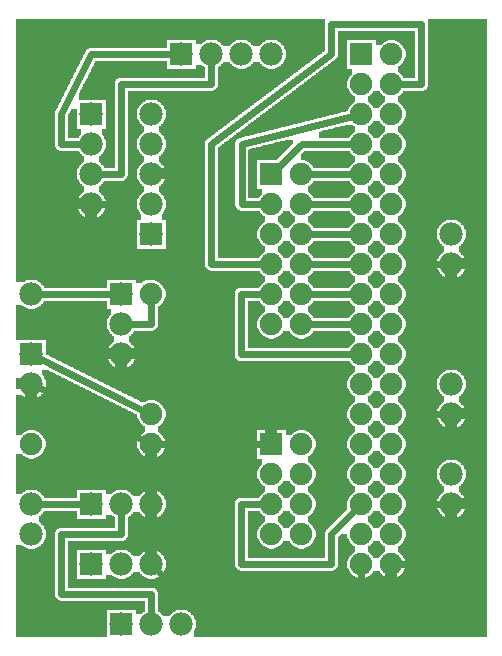
<source format=gbl>
G04 MADE WITH FRITZING*
G04 WWW.FRITZING.ORG*
G04 DOUBLE SIDED*
G04 HOLES PLATED*
G04 CONTOUR ON CENTER OF CONTOUR VECTOR*
%ASAXBY*%
%FSLAX23Y23*%
%MOIN*%
%OFA0B0*%
%SFA1.0B1.0*%
%ADD10C,0.075000*%
%ADD11C,0.078000*%
%ADD12R,0.075000X0.075000*%
%ADD13R,0.078000X0.078000*%
%ADD14C,0.024000*%
%LNCOPPER0*%
G90*
G70*
G54D10*
X1092Y1885D03*
X987Y2035D03*
X117Y265D03*
G54D11*
X1491Y884D03*
X1491Y784D03*
X91Y1184D03*
X1491Y1384D03*
X1491Y1284D03*
X1491Y584D03*
X1491Y484D03*
X91Y484D03*
X91Y384D03*
G54D10*
X491Y684D03*
X91Y684D03*
X491Y1184D03*
X491Y784D03*
X891Y1584D03*
X991Y1584D03*
X891Y1484D03*
X991Y1484D03*
X891Y1384D03*
X991Y1384D03*
X891Y1284D03*
X991Y1284D03*
X891Y1184D03*
X991Y1184D03*
X891Y1084D03*
X991Y1084D03*
G54D11*
X391Y84D03*
X491Y84D03*
X591Y84D03*
X591Y1984D03*
X691Y1984D03*
X791Y1984D03*
X891Y1984D03*
G54D10*
X1191Y1984D03*
X1291Y1984D03*
X1191Y1884D03*
X1291Y1884D03*
X1191Y1784D03*
X1291Y1784D03*
X1191Y1684D03*
X1291Y1684D03*
X1191Y1584D03*
X1291Y1584D03*
X1191Y1484D03*
X1291Y1484D03*
X1191Y1384D03*
X1291Y1384D03*
X1191Y1284D03*
X1291Y1284D03*
X1191Y1184D03*
X1291Y1184D03*
X1191Y1084D03*
X1291Y1084D03*
X1191Y984D03*
X1291Y984D03*
X1191Y884D03*
X1291Y884D03*
X1191Y784D03*
X1291Y784D03*
X1191Y684D03*
X1291Y684D03*
X1191Y584D03*
X1291Y584D03*
X1191Y484D03*
X1291Y484D03*
X1191Y384D03*
X1291Y384D03*
X1191Y284D03*
X1291Y284D03*
X891Y684D03*
X991Y684D03*
X891Y584D03*
X991Y584D03*
X891Y484D03*
X991Y484D03*
X891Y384D03*
X991Y384D03*
G54D11*
X491Y1384D03*
X491Y1484D03*
X491Y1584D03*
X491Y1684D03*
X491Y1784D03*
X291Y1784D03*
X291Y1684D03*
X291Y1584D03*
X291Y1484D03*
X91Y984D03*
X91Y884D03*
X291Y284D03*
X391Y284D03*
X491Y284D03*
X391Y1184D03*
X391Y1084D03*
X391Y984D03*
X291Y484D03*
X391Y484D03*
X491Y484D03*
G54D12*
X891Y1584D03*
G54D13*
X391Y84D03*
X591Y1984D03*
G54D12*
X1191Y1984D03*
X891Y684D03*
G54D13*
X491Y1384D03*
X291Y1784D03*
X91Y984D03*
X291Y284D03*
X391Y1184D03*
X291Y484D03*
G54D14*
X791Y983D02*
X791Y1184D01*
D02*
X791Y1184D02*
X862Y1184D01*
D02*
X1162Y984D02*
X791Y983D01*
D02*
X791Y483D02*
X791Y284D01*
D02*
X791Y284D02*
X1091Y284D01*
D02*
X1091Y284D02*
X1091Y384D01*
D02*
X1091Y384D02*
X1171Y463D01*
D02*
X862Y483D02*
X791Y483D01*
D02*
X519Y684D02*
X862Y684D01*
D02*
X1020Y1084D02*
X1162Y1084D01*
D02*
X1020Y1184D02*
X1162Y1184D01*
D02*
X1020Y1284D02*
X1162Y1284D01*
D02*
X1020Y1384D02*
X1162Y1384D01*
D02*
X1020Y1484D02*
X1162Y1484D01*
D02*
X1020Y1584D02*
X1162Y1584D01*
D02*
X992Y1684D02*
X1162Y1684D01*
D02*
X911Y1604D02*
X992Y1684D01*
D02*
X792Y1684D02*
X1163Y1777D01*
D02*
X792Y1484D02*
X792Y1684D01*
D02*
X862Y1484D02*
X792Y1484D01*
D02*
X862Y1284D02*
X691Y1284D01*
D02*
X691Y1284D02*
X691Y1684D01*
D02*
X691Y1684D02*
X1090Y1984D01*
D02*
X1090Y1984D02*
X1090Y2083D01*
D02*
X1090Y2083D02*
X1391Y2083D01*
D02*
X1391Y2083D02*
X1391Y1883D01*
D02*
X1391Y1883D02*
X1320Y1883D01*
D02*
X592Y182D02*
X1191Y182D01*
D02*
X1191Y182D02*
X1191Y255D01*
D02*
X592Y284D02*
X592Y182D01*
D02*
X592Y1083D02*
X592Y284D01*
D02*
X321Y1484D02*
X392Y1484D01*
D02*
X390Y1583D02*
X321Y1583D01*
D02*
X691Y1884D02*
X390Y1884D01*
D02*
X390Y1884D02*
X390Y1583D01*
D02*
X691Y1953D02*
X691Y1884D01*
D02*
X191Y1684D02*
X261Y1684D01*
D02*
X291Y1983D02*
X190Y1784D01*
D02*
X561Y1984D02*
X291Y1983D01*
D02*
X1392Y483D02*
X1392Y285D01*
D02*
X1461Y483D02*
X1392Y483D01*
D02*
X1392Y285D02*
X1320Y284D01*
D02*
X1392Y483D02*
X1461Y483D01*
D02*
X1392Y784D02*
X1392Y483D01*
D02*
X1461Y784D02*
X1392Y784D01*
D02*
X1392Y1284D02*
X1392Y784D01*
D02*
X1392Y784D02*
X1461Y784D01*
D02*
X1461Y1284D02*
X1392Y1284D01*
D02*
X592Y182D02*
X512Y262D01*
D02*
X1191Y182D02*
X592Y182D01*
D02*
X1191Y255D02*
X1191Y182D01*
D02*
X490Y184D02*
X191Y184D01*
D02*
X191Y184D02*
X191Y383D01*
D02*
X191Y383D02*
X390Y383D01*
D02*
X390Y383D02*
X391Y453D01*
D02*
X491Y114D02*
X490Y184D01*
D02*
X261Y484D02*
X121Y484D01*
D02*
X591Y1283D02*
X592Y1083D01*
D02*
X392Y1283D02*
X591Y1283D01*
D02*
X392Y1484D02*
X392Y1283D01*
D02*
X90Y983D02*
X62Y975D01*
D02*
X465Y796D02*
X90Y983D01*
D02*
X490Y683D02*
X463Y676D01*
D02*
X118Y870D02*
X490Y683D01*
D02*
X90Y1185D02*
X361Y1184D01*
D02*
X69Y1204D02*
X90Y1185D01*
D02*
X490Y1084D02*
X421Y1084D01*
D02*
X490Y1185D02*
X490Y1084D01*
D02*
X477Y1208D02*
X490Y1185D01*
D02*
X190Y1784D02*
X191Y1684D01*
G36*
X1112Y2062D02*
X1112Y2032D01*
X1294Y2032D01*
X1294Y2030D01*
X1304Y2030D01*
X1304Y2028D01*
X1308Y2028D01*
X1308Y2026D01*
X1312Y2026D01*
X1312Y2024D01*
X1316Y2024D01*
X1316Y2022D01*
X1318Y2022D01*
X1318Y2020D01*
X1320Y2020D01*
X1320Y2018D01*
X1322Y2018D01*
X1322Y2016D01*
X1324Y2016D01*
X1324Y2014D01*
X1326Y2014D01*
X1326Y2012D01*
X1328Y2012D01*
X1328Y2010D01*
X1330Y2010D01*
X1330Y2006D01*
X1332Y2006D01*
X1332Y2004D01*
X1334Y2004D01*
X1334Y2000D01*
X1336Y2000D01*
X1336Y1994D01*
X1338Y1994D01*
X1338Y1974D01*
X1336Y1974D01*
X1336Y1968D01*
X1334Y1968D01*
X1334Y1964D01*
X1332Y1964D01*
X1332Y1960D01*
X1330Y1960D01*
X1330Y1958D01*
X1328Y1958D01*
X1328Y1956D01*
X1326Y1956D01*
X1326Y1952D01*
X1324Y1952D01*
X1324Y1950D01*
X1322Y1950D01*
X1322Y1948D01*
X1318Y1948D01*
X1318Y1946D01*
X1316Y1946D01*
X1316Y1944D01*
X1314Y1944D01*
X1314Y1924D01*
X1316Y1924D01*
X1316Y1922D01*
X1318Y1922D01*
X1318Y1920D01*
X1320Y1920D01*
X1320Y1918D01*
X1322Y1918D01*
X1322Y1916D01*
X1324Y1916D01*
X1324Y1914D01*
X1326Y1914D01*
X1326Y1912D01*
X1328Y1912D01*
X1328Y1910D01*
X1330Y1910D01*
X1330Y1906D01*
X1370Y1906D01*
X1370Y2062D01*
X1112Y2062D01*
G37*
D02*
G36*
X1112Y2032D02*
X1112Y1976D01*
X1110Y1976D01*
X1110Y1972D01*
X1108Y1972D01*
X1108Y1970D01*
X1106Y1970D01*
X1106Y1968D01*
X1104Y1968D01*
X1104Y1966D01*
X1102Y1966D01*
X1102Y1964D01*
X1098Y1964D01*
X1098Y1962D01*
X1096Y1962D01*
X1096Y1960D01*
X1094Y1960D01*
X1094Y1958D01*
X1090Y1958D01*
X1090Y1956D01*
X1088Y1956D01*
X1088Y1954D01*
X1086Y1954D01*
X1086Y1952D01*
X1082Y1952D01*
X1082Y1950D01*
X1080Y1950D01*
X1080Y1948D01*
X1078Y1948D01*
X1078Y1946D01*
X1074Y1946D01*
X1074Y1944D01*
X1072Y1944D01*
X1072Y1942D01*
X1070Y1942D01*
X1070Y1940D01*
X1066Y1940D01*
X1066Y1938D01*
X1064Y1938D01*
X1064Y1936D01*
X1062Y1936D01*
X1062Y1934D01*
X1058Y1934D01*
X1058Y1932D01*
X1056Y1932D01*
X1056Y1930D01*
X1054Y1930D01*
X1054Y1928D01*
X1050Y1928D01*
X1050Y1926D01*
X1048Y1926D01*
X1048Y1924D01*
X1046Y1924D01*
X1046Y1922D01*
X1042Y1922D01*
X1042Y1920D01*
X1040Y1920D01*
X1040Y1918D01*
X1038Y1918D01*
X1038Y1916D01*
X1034Y1916D01*
X1034Y1914D01*
X1032Y1914D01*
X1032Y1912D01*
X1030Y1912D01*
X1030Y1910D01*
X1026Y1910D01*
X1026Y1908D01*
X1024Y1908D01*
X1024Y1906D01*
X1022Y1906D01*
X1022Y1904D01*
X1018Y1904D01*
X1018Y1902D01*
X1016Y1902D01*
X1016Y1900D01*
X1014Y1900D01*
X1014Y1898D01*
X1010Y1898D01*
X1010Y1896D01*
X1008Y1896D01*
X1008Y1894D01*
X1006Y1894D01*
X1006Y1892D01*
X1002Y1892D01*
X1002Y1890D01*
X1000Y1890D01*
X1000Y1888D01*
X998Y1888D01*
X998Y1886D01*
X994Y1886D01*
X994Y1884D01*
X992Y1884D01*
X992Y1882D01*
X990Y1882D01*
X990Y1880D01*
X986Y1880D01*
X986Y1878D01*
X984Y1878D01*
X984Y1876D01*
X982Y1876D01*
X982Y1874D01*
X980Y1874D01*
X980Y1872D01*
X976Y1872D01*
X976Y1870D01*
X974Y1870D01*
X974Y1868D01*
X972Y1868D01*
X972Y1866D01*
X968Y1866D01*
X968Y1864D01*
X966Y1864D01*
X966Y1862D01*
X964Y1862D01*
X964Y1860D01*
X960Y1860D01*
X960Y1858D01*
X958Y1858D01*
X958Y1856D01*
X956Y1856D01*
X956Y1854D01*
X952Y1854D01*
X952Y1852D01*
X950Y1852D01*
X950Y1850D01*
X948Y1850D01*
X948Y1848D01*
X944Y1848D01*
X944Y1846D01*
X942Y1846D01*
X942Y1844D01*
X940Y1844D01*
X940Y1842D01*
X936Y1842D01*
X936Y1840D01*
X934Y1840D01*
X934Y1838D01*
X932Y1838D01*
X932Y1836D01*
X928Y1836D01*
X928Y1834D01*
X926Y1834D01*
X926Y1832D01*
X924Y1832D01*
X924Y1830D01*
X920Y1830D01*
X920Y1828D01*
X918Y1828D01*
X918Y1826D01*
X916Y1826D01*
X916Y1824D01*
X912Y1824D01*
X912Y1822D01*
X910Y1822D01*
X910Y1820D01*
X908Y1820D01*
X908Y1818D01*
X904Y1818D01*
X904Y1816D01*
X902Y1816D01*
X902Y1814D01*
X900Y1814D01*
X900Y1812D01*
X896Y1812D01*
X896Y1810D01*
X894Y1810D01*
X894Y1808D01*
X892Y1808D01*
X892Y1806D01*
X888Y1806D01*
X888Y1804D01*
X886Y1804D01*
X886Y1802D01*
X884Y1802D01*
X884Y1800D01*
X880Y1800D01*
X880Y1798D01*
X878Y1798D01*
X878Y1796D01*
X876Y1796D01*
X876Y1794D01*
X872Y1794D01*
X872Y1792D01*
X870Y1792D01*
X870Y1790D01*
X868Y1790D01*
X868Y1788D01*
X864Y1788D01*
X864Y1786D01*
X862Y1786D01*
X862Y1784D01*
X860Y1784D01*
X860Y1782D01*
X856Y1782D01*
X856Y1780D01*
X854Y1780D01*
X854Y1778D01*
X852Y1778D01*
X852Y1776D01*
X848Y1776D01*
X848Y1774D01*
X846Y1774D01*
X846Y1772D01*
X844Y1772D01*
X844Y1770D01*
X840Y1770D01*
X840Y1768D01*
X838Y1768D01*
X838Y1766D01*
X836Y1766D01*
X836Y1764D01*
X832Y1764D01*
X832Y1762D01*
X830Y1762D01*
X830Y1760D01*
X828Y1760D01*
X828Y1758D01*
X824Y1758D01*
X824Y1756D01*
X822Y1756D01*
X822Y1754D01*
X820Y1754D01*
X820Y1752D01*
X816Y1752D01*
X816Y1750D01*
X814Y1750D01*
X814Y1748D01*
X812Y1748D01*
X812Y1746D01*
X808Y1746D01*
X808Y1744D01*
X806Y1744D01*
X806Y1742D01*
X804Y1742D01*
X804Y1740D01*
X802Y1740D01*
X802Y1738D01*
X798Y1738D01*
X798Y1736D01*
X796Y1736D01*
X796Y1734D01*
X794Y1734D01*
X794Y1732D01*
X790Y1732D01*
X790Y1730D01*
X788Y1730D01*
X788Y1728D01*
X786Y1728D01*
X786Y1726D01*
X782Y1726D01*
X782Y1724D01*
X780Y1724D01*
X780Y1722D01*
X778Y1722D01*
X778Y1720D01*
X774Y1720D01*
X774Y1718D01*
X772Y1718D01*
X772Y1716D01*
X770Y1716D01*
X770Y1714D01*
X766Y1714D01*
X766Y1712D01*
X764Y1712D01*
X764Y1710D01*
X762Y1710D01*
X762Y1708D01*
X758Y1708D01*
X758Y1706D01*
X756Y1706D01*
X756Y1704D01*
X754Y1704D01*
X754Y1702D01*
X750Y1702D01*
X750Y1700D01*
X748Y1700D01*
X748Y1698D01*
X746Y1698D01*
X746Y1696D01*
X742Y1696D01*
X742Y1694D01*
X740Y1694D01*
X740Y1692D01*
X738Y1692D01*
X738Y1690D01*
X734Y1690D01*
X734Y1688D01*
X732Y1688D01*
X732Y1686D01*
X730Y1686D01*
X730Y1684D01*
X726Y1684D01*
X726Y1682D01*
X724Y1682D01*
X724Y1680D01*
X722Y1680D01*
X722Y1678D01*
X718Y1678D01*
X718Y1676D01*
X716Y1676D01*
X716Y1674D01*
X714Y1674D01*
X714Y1672D01*
X712Y1672D01*
X712Y1306D01*
X850Y1306D01*
X850Y1308D01*
X852Y1308D01*
X852Y1310D01*
X854Y1310D01*
X854Y1312D01*
X856Y1312D01*
X856Y1314D01*
X858Y1314D01*
X858Y1316D01*
X860Y1316D01*
X860Y1318D01*
X862Y1318D01*
X862Y1320D01*
X864Y1320D01*
X864Y1322D01*
X866Y1322D01*
X866Y1324D01*
X868Y1324D01*
X868Y1344D01*
X866Y1344D01*
X866Y1346D01*
X862Y1346D01*
X862Y1348D01*
X860Y1348D01*
X860Y1350D01*
X858Y1350D01*
X858Y1352D01*
X856Y1352D01*
X856Y1354D01*
X854Y1354D01*
X854Y1358D01*
X852Y1358D01*
X852Y1360D01*
X850Y1360D01*
X850Y1364D01*
X848Y1364D01*
X848Y1368D01*
X846Y1368D01*
X846Y1372D01*
X844Y1372D01*
X844Y1394D01*
X846Y1394D01*
X846Y1400D01*
X848Y1400D01*
X848Y1404D01*
X850Y1404D01*
X850Y1408D01*
X852Y1408D01*
X852Y1410D01*
X854Y1410D01*
X854Y1412D01*
X856Y1412D01*
X856Y1414D01*
X858Y1414D01*
X858Y1416D01*
X860Y1416D01*
X860Y1418D01*
X862Y1418D01*
X862Y1420D01*
X864Y1420D01*
X864Y1422D01*
X866Y1422D01*
X866Y1424D01*
X868Y1424D01*
X868Y1444D01*
X866Y1444D01*
X866Y1446D01*
X862Y1446D01*
X862Y1448D01*
X860Y1448D01*
X860Y1450D01*
X858Y1450D01*
X858Y1452D01*
X856Y1452D01*
X856Y1454D01*
X854Y1454D01*
X854Y1458D01*
X852Y1458D01*
X852Y1460D01*
X850Y1460D01*
X850Y1462D01*
X786Y1462D01*
X786Y1464D01*
X780Y1464D01*
X780Y1466D01*
X778Y1466D01*
X778Y1468D01*
X776Y1468D01*
X776Y1470D01*
X774Y1470D01*
X774Y1472D01*
X772Y1472D01*
X772Y1478D01*
X770Y1478D01*
X770Y1690D01*
X772Y1690D01*
X772Y1694D01*
X774Y1694D01*
X774Y1698D01*
X776Y1698D01*
X776Y1700D01*
X778Y1700D01*
X778Y1702D01*
X782Y1702D01*
X782Y1704D01*
X786Y1704D01*
X786Y1706D01*
X794Y1706D01*
X794Y1708D01*
X802Y1708D01*
X802Y1710D01*
X810Y1710D01*
X810Y1712D01*
X818Y1712D01*
X818Y1714D01*
X826Y1714D01*
X826Y1716D01*
X834Y1716D01*
X834Y1718D01*
X842Y1718D01*
X842Y1720D01*
X850Y1720D01*
X850Y1722D01*
X858Y1722D01*
X858Y1724D01*
X866Y1724D01*
X866Y1726D01*
X874Y1726D01*
X874Y1728D01*
X882Y1728D01*
X882Y1730D01*
X890Y1730D01*
X890Y1732D01*
X898Y1732D01*
X898Y1734D01*
X906Y1734D01*
X906Y1736D01*
X914Y1736D01*
X914Y1738D01*
X922Y1738D01*
X922Y1740D01*
X930Y1740D01*
X930Y1742D01*
X938Y1742D01*
X938Y1744D01*
X946Y1744D01*
X946Y1746D01*
X954Y1746D01*
X954Y1748D01*
X962Y1748D01*
X962Y1750D01*
X970Y1750D01*
X970Y1752D01*
X978Y1752D01*
X978Y1754D01*
X986Y1754D01*
X986Y1756D01*
X994Y1756D01*
X994Y1758D01*
X1002Y1758D01*
X1002Y1760D01*
X1010Y1760D01*
X1010Y1762D01*
X1018Y1762D01*
X1018Y1764D01*
X1026Y1764D01*
X1026Y1766D01*
X1034Y1766D01*
X1034Y1768D01*
X1042Y1768D01*
X1042Y1770D01*
X1050Y1770D01*
X1050Y1772D01*
X1058Y1772D01*
X1058Y1774D01*
X1066Y1774D01*
X1066Y1776D01*
X1074Y1776D01*
X1074Y1778D01*
X1082Y1778D01*
X1082Y1780D01*
X1090Y1780D01*
X1090Y1782D01*
X1098Y1782D01*
X1098Y1784D01*
X1106Y1784D01*
X1106Y1786D01*
X1114Y1786D01*
X1114Y1788D01*
X1122Y1788D01*
X1122Y1790D01*
X1130Y1790D01*
X1130Y1792D01*
X1138Y1792D01*
X1138Y1794D01*
X1146Y1794D01*
X1146Y1800D01*
X1148Y1800D01*
X1148Y1804D01*
X1150Y1804D01*
X1150Y1808D01*
X1152Y1808D01*
X1152Y1810D01*
X1154Y1810D01*
X1154Y1812D01*
X1156Y1812D01*
X1156Y1814D01*
X1158Y1814D01*
X1158Y1816D01*
X1160Y1816D01*
X1160Y1818D01*
X1162Y1818D01*
X1162Y1820D01*
X1164Y1820D01*
X1164Y1822D01*
X1166Y1822D01*
X1166Y1824D01*
X1168Y1824D01*
X1168Y1844D01*
X1166Y1844D01*
X1166Y1846D01*
X1162Y1846D01*
X1162Y1848D01*
X1160Y1848D01*
X1160Y1850D01*
X1158Y1850D01*
X1158Y1852D01*
X1156Y1852D01*
X1156Y1854D01*
X1154Y1854D01*
X1154Y1858D01*
X1152Y1858D01*
X1152Y1860D01*
X1150Y1860D01*
X1150Y1864D01*
X1148Y1864D01*
X1148Y1868D01*
X1146Y1868D01*
X1146Y1872D01*
X1144Y1872D01*
X1144Y1894D01*
X1146Y1894D01*
X1146Y1900D01*
X1148Y1900D01*
X1148Y1904D01*
X1150Y1904D01*
X1150Y1908D01*
X1152Y1908D01*
X1152Y1910D01*
X1154Y1910D01*
X1154Y1912D01*
X1156Y1912D01*
X1156Y1914D01*
X1158Y1914D01*
X1158Y1916D01*
X1160Y1916D01*
X1160Y1936D01*
X1144Y1936D01*
X1144Y2032D01*
X1112Y2032D01*
G37*
D02*
G36*
X1238Y2032D02*
X1238Y2014D01*
X1258Y2014D01*
X1258Y2016D01*
X1260Y2016D01*
X1260Y2018D01*
X1262Y2018D01*
X1262Y2020D01*
X1264Y2020D01*
X1264Y2022D01*
X1266Y2022D01*
X1266Y2024D01*
X1270Y2024D01*
X1270Y2026D01*
X1274Y2026D01*
X1274Y2028D01*
X1278Y2028D01*
X1278Y2030D01*
X1288Y2030D01*
X1288Y2032D01*
X1238Y2032D01*
G37*
D02*
G36*
X304Y1962D02*
X304Y1958D01*
X302Y1958D01*
X302Y1954D01*
X300Y1954D01*
X300Y1950D01*
X298Y1950D01*
X298Y1946D01*
X296Y1946D01*
X296Y1942D01*
X294Y1942D01*
X294Y1938D01*
X292Y1938D01*
X292Y1934D01*
X542Y1934D01*
X542Y1962D01*
X304Y1962D01*
G37*
D02*
G36*
X640Y1948D02*
X640Y1934D01*
X668Y1934D01*
X668Y1942D01*
X666Y1942D01*
X666Y1944D01*
X664Y1944D01*
X664Y1946D01*
X660Y1946D01*
X660Y1948D01*
X640Y1948D01*
G37*
D02*
G36*
X290Y1934D02*
X290Y1932D01*
X668Y1932D01*
X668Y1934D01*
X290Y1934D01*
G37*
D02*
G36*
X290Y1934D02*
X290Y1932D01*
X668Y1932D01*
X668Y1934D01*
X290Y1934D01*
G37*
D02*
G36*
X290Y1932D02*
X290Y1930D01*
X288Y1930D01*
X288Y1926D01*
X286Y1926D01*
X286Y1922D01*
X284Y1922D01*
X284Y1918D01*
X282Y1918D01*
X282Y1914D01*
X280Y1914D01*
X280Y1910D01*
X278Y1910D01*
X278Y1906D01*
X276Y1906D01*
X276Y1902D01*
X274Y1902D01*
X274Y1898D01*
X272Y1898D01*
X272Y1894D01*
X270Y1894D01*
X270Y1890D01*
X268Y1890D01*
X268Y1888D01*
X266Y1888D01*
X266Y1884D01*
X264Y1884D01*
X264Y1880D01*
X262Y1880D01*
X262Y1876D01*
X260Y1876D01*
X260Y1872D01*
X258Y1872D01*
X258Y1868D01*
X256Y1868D01*
X256Y1864D01*
X254Y1864D01*
X254Y1860D01*
X252Y1860D01*
X252Y1856D01*
X250Y1856D01*
X250Y1852D01*
X248Y1852D01*
X248Y1832D01*
X340Y1832D01*
X340Y1734D01*
X326Y1734D01*
X326Y1714D01*
X328Y1714D01*
X328Y1712D01*
X330Y1712D01*
X330Y1710D01*
X332Y1710D01*
X332Y1706D01*
X334Y1706D01*
X334Y1702D01*
X336Y1702D01*
X336Y1698D01*
X338Y1698D01*
X338Y1692D01*
X340Y1692D01*
X340Y1676D01*
X338Y1676D01*
X338Y1670D01*
X336Y1670D01*
X336Y1664D01*
X334Y1664D01*
X334Y1660D01*
X332Y1660D01*
X332Y1658D01*
X330Y1658D01*
X330Y1656D01*
X328Y1656D01*
X328Y1652D01*
X326Y1652D01*
X326Y1650D01*
X324Y1650D01*
X324Y1648D01*
X322Y1648D01*
X322Y1646D01*
X318Y1646D01*
X318Y1644D01*
X316Y1644D01*
X316Y1624D01*
X318Y1624D01*
X318Y1622D01*
X320Y1622D01*
X320Y1620D01*
X322Y1620D01*
X322Y1618D01*
X324Y1618D01*
X324Y1616D01*
X326Y1616D01*
X326Y1614D01*
X328Y1614D01*
X328Y1612D01*
X330Y1612D01*
X330Y1610D01*
X332Y1610D01*
X332Y1606D01*
X368Y1606D01*
X368Y1892D01*
X370Y1892D01*
X370Y1896D01*
X372Y1896D01*
X372Y1898D01*
X374Y1898D01*
X374Y1900D01*
X376Y1900D01*
X376Y1902D01*
X378Y1902D01*
X378Y1904D01*
X382Y1904D01*
X382Y1906D01*
X668Y1906D01*
X668Y1932D01*
X290Y1932D01*
G37*
D02*
G36*
X1230Y1860D02*
X1230Y1858D01*
X1228Y1858D01*
X1228Y1856D01*
X1226Y1856D01*
X1226Y1852D01*
X1224Y1852D01*
X1224Y1850D01*
X1222Y1850D01*
X1222Y1848D01*
X1218Y1848D01*
X1218Y1846D01*
X1216Y1846D01*
X1216Y1844D01*
X1214Y1844D01*
X1214Y1824D01*
X1216Y1824D01*
X1216Y1822D01*
X1218Y1822D01*
X1218Y1820D01*
X1220Y1820D01*
X1220Y1818D01*
X1222Y1818D01*
X1222Y1816D01*
X1224Y1816D01*
X1224Y1814D01*
X1226Y1814D01*
X1226Y1812D01*
X1228Y1812D01*
X1228Y1810D01*
X1230Y1810D01*
X1230Y1806D01*
X1250Y1806D01*
X1250Y1808D01*
X1252Y1808D01*
X1252Y1810D01*
X1254Y1810D01*
X1254Y1812D01*
X1256Y1812D01*
X1256Y1814D01*
X1258Y1814D01*
X1258Y1816D01*
X1260Y1816D01*
X1260Y1818D01*
X1262Y1818D01*
X1262Y1820D01*
X1264Y1820D01*
X1264Y1822D01*
X1266Y1822D01*
X1266Y1824D01*
X1268Y1824D01*
X1268Y1844D01*
X1266Y1844D01*
X1266Y1846D01*
X1262Y1846D01*
X1262Y1848D01*
X1260Y1848D01*
X1260Y1850D01*
X1258Y1850D01*
X1258Y1852D01*
X1256Y1852D01*
X1256Y1854D01*
X1254Y1854D01*
X1254Y1858D01*
X1252Y1858D01*
X1252Y1860D01*
X1230Y1860D01*
G37*
D02*
G36*
X222Y1800D02*
X222Y1796D01*
X220Y1796D01*
X220Y1792D01*
X218Y1792D01*
X218Y1788D01*
X216Y1788D01*
X216Y1784D01*
X214Y1784D01*
X214Y1780D01*
X212Y1780D01*
X212Y1714D01*
X214Y1714D01*
X214Y1706D01*
X250Y1706D01*
X250Y1710D01*
X252Y1710D01*
X252Y1712D01*
X254Y1712D01*
X254Y1714D01*
X256Y1714D01*
X256Y1734D01*
X242Y1734D01*
X242Y1800D01*
X222Y1800D01*
G37*
D02*
G36*
X1230Y1760D02*
X1230Y1758D01*
X1228Y1758D01*
X1228Y1756D01*
X1226Y1756D01*
X1226Y1752D01*
X1224Y1752D01*
X1224Y1750D01*
X1222Y1750D01*
X1222Y1748D01*
X1218Y1748D01*
X1218Y1746D01*
X1216Y1746D01*
X1216Y1744D01*
X1214Y1744D01*
X1214Y1724D01*
X1216Y1724D01*
X1216Y1722D01*
X1218Y1722D01*
X1218Y1720D01*
X1220Y1720D01*
X1220Y1718D01*
X1222Y1718D01*
X1222Y1716D01*
X1224Y1716D01*
X1224Y1714D01*
X1226Y1714D01*
X1226Y1712D01*
X1228Y1712D01*
X1228Y1710D01*
X1230Y1710D01*
X1230Y1706D01*
X1250Y1706D01*
X1250Y1708D01*
X1252Y1708D01*
X1252Y1710D01*
X1254Y1710D01*
X1254Y1712D01*
X1256Y1712D01*
X1256Y1714D01*
X1258Y1714D01*
X1258Y1716D01*
X1260Y1716D01*
X1260Y1718D01*
X1262Y1718D01*
X1262Y1720D01*
X1264Y1720D01*
X1264Y1722D01*
X1266Y1722D01*
X1266Y1724D01*
X1268Y1724D01*
X1268Y1744D01*
X1266Y1744D01*
X1266Y1746D01*
X1262Y1746D01*
X1262Y1748D01*
X1260Y1748D01*
X1260Y1750D01*
X1258Y1750D01*
X1258Y1752D01*
X1256Y1752D01*
X1256Y1754D01*
X1254Y1754D01*
X1254Y1758D01*
X1252Y1758D01*
X1252Y1760D01*
X1230Y1760D01*
G37*
D02*
G36*
X1136Y1748D02*
X1136Y1746D01*
X1128Y1746D01*
X1128Y1744D01*
X1120Y1744D01*
X1120Y1742D01*
X1112Y1742D01*
X1112Y1740D01*
X1104Y1740D01*
X1104Y1738D01*
X1096Y1738D01*
X1096Y1736D01*
X1088Y1736D01*
X1088Y1734D01*
X1080Y1734D01*
X1080Y1732D01*
X1072Y1732D01*
X1072Y1730D01*
X1064Y1730D01*
X1064Y1728D01*
X1056Y1728D01*
X1056Y1726D01*
X1048Y1726D01*
X1048Y1706D01*
X1150Y1706D01*
X1150Y1708D01*
X1152Y1708D01*
X1152Y1710D01*
X1154Y1710D01*
X1154Y1712D01*
X1156Y1712D01*
X1156Y1714D01*
X1158Y1714D01*
X1158Y1716D01*
X1160Y1716D01*
X1160Y1718D01*
X1162Y1718D01*
X1162Y1720D01*
X1164Y1720D01*
X1164Y1722D01*
X1166Y1722D01*
X1166Y1724D01*
X1168Y1724D01*
X1168Y1744D01*
X1166Y1744D01*
X1166Y1746D01*
X1162Y1746D01*
X1162Y1748D01*
X1136Y1748D01*
G37*
D02*
G36*
X936Y1698D02*
X936Y1696D01*
X928Y1696D01*
X928Y1694D01*
X920Y1694D01*
X920Y1692D01*
X912Y1692D01*
X912Y1690D01*
X904Y1690D01*
X904Y1688D01*
X896Y1688D01*
X896Y1686D01*
X888Y1686D01*
X888Y1684D01*
X880Y1684D01*
X880Y1682D01*
X872Y1682D01*
X872Y1680D01*
X864Y1680D01*
X864Y1678D01*
X856Y1678D01*
X856Y1676D01*
X848Y1676D01*
X848Y1674D01*
X840Y1674D01*
X840Y1672D01*
X832Y1672D01*
X832Y1670D01*
X824Y1670D01*
X824Y1668D01*
X816Y1668D01*
X816Y1666D01*
X814Y1666D01*
X814Y1506D01*
X850Y1506D01*
X850Y1508D01*
X852Y1508D01*
X852Y1510D01*
X854Y1510D01*
X854Y1512D01*
X856Y1512D01*
X856Y1514D01*
X858Y1514D01*
X858Y1516D01*
X860Y1516D01*
X860Y1536D01*
X844Y1536D01*
X844Y1632D01*
X910Y1632D01*
X910Y1634D01*
X912Y1634D01*
X912Y1636D01*
X914Y1636D01*
X914Y1638D01*
X916Y1638D01*
X916Y1640D01*
X918Y1640D01*
X918Y1642D01*
X920Y1642D01*
X920Y1644D01*
X922Y1644D01*
X922Y1646D01*
X924Y1646D01*
X924Y1648D01*
X926Y1648D01*
X926Y1650D01*
X928Y1650D01*
X928Y1652D01*
X930Y1652D01*
X930Y1654D01*
X932Y1654D01*
X932Y1656D01*
X934Y1656D01*
X934Y1658D01*
X936Y1658D01*
X936Y1660D01*
X938Y1660D01*
X938Y1662D01*
X940Y1662D01*
X940Y1664D01*
X942Y1664D01*
X942Y1666D01*
X944Y1666D01*
X944Y1668D01*
X946Y1668D01*
X946Y1670D01*
X948Y1670D01*
X948Y1672D01*
X950Y1672D01*
X950Y1674D01*
X952Y1674D01*
X952Y1676D01*
X954Y1676D01*
X954Y1678D01*
X956Y1678D01*
X956Y1680D01*
X958Y1680D01*
X958Y1682D01*
X960Y1682D01*
X960Y1684D01*
X962Y1684D01*
X962Y1698D01*
X936Y1698D01*
G37*
D02*
G36*
X1000Y1662D02*
X1000Y1660D01*
X998Y1660D01*
X998Y1658D01*
X996Y1658D01*
X996Y1656D01*
X994Y1656D01*
X994Y1654D01*
X992Y1654D01*
X992Y1652D01*
X990Y1652D01*
X990Y1632D01*
X994Y1632D01*
X994Y1630D01*
X1004Y1630D01*
X1004Y1628D01*
X1008Y1628D01*
X1008Y1626D01*
X1012Y1626D01*
X1012Y1624D01*
X1016Y1624D01*
X1016Y1622D01*
X1018Y1622D01*
X1018Y1620D01*
X1020Y1620D01*
X1020Y1618D01*
X1022Y1618D01*
X1022Y1616D01*
X1024Y1616D01*
X1024Y1614D01*
X1026Y1614D01*
X1026Y1612D01*
X1028Y1612D01*
X1028Y1610D01*
X1030Y1610D01*
X1030Y1606D01*
X1150Y1606D01*
X1150Y1608D01*
X1152Y1608D01*
X1152Y1610D01*
X1154Y1610D01*
X1154Y1612D01*
X1156Y1612D01*
X1156Y1614D01*
X1158Y1614D01*
X1158Y1616D01*
X1160Y1616D01*
X1160Y1618D01*
X1162Y1618D01*
X1162Y1620D01*
X1164Y1620D01*
X1164Y1622D01*
X1166Y1622D01*
X1166Y1624D01*
X1168Y1624D01*
X1168Y1644D01*
X1166Y1644D01*
X1166Y1646D01*
X1162Y1646D01*
X1162Y1648D01*
X1160Y1648D01*
X1160Y1650D01*
X1158Y1650D01*
X1158Y1652D01*
X1156Y1652D01*
X1156Y1654D01*
X1154Y1654D01*
X1154Y1658D01*
X1152Y1658D01*
X1152Y1660D01*
X1150Y1660D01*
X1150Y1662D01*
X1000Y1662D01*
G37*
D02*
G36*
X1230Y1660D02*
X1230Y1658D01*
X1228Y1658D01*
X1228Y1656D01*
X1226Y1656D01*
X1226Y1652D01*
X1224Y1652D01*
X1224Y1650D01*
X1222Y1650D01*
X1222Y1648D01*
X1218Y1648D01*
X1218Y1646D01*
X1216Y1646D01*
X1216Y1644D01*
X1214Y1644D01*
X1214Y1624D01*
X1216Y1624D01*
X1216Y1622D01*
X1218Y1622D01*
X1218Y1620D01*
X1220Y1620D01*
X1220Y1618D01*
X1222Y1618D01*
X1222Y1616D01*
X1224Y1616D01*
X1224Y1614D01*
X1226Y1614D01*
X1226Y1612D01*
X1228Y1612D01*
X1228Y1610D01*
X1230Y1610D01*
X1230Y1606D01*
X1250Y1606D01*
X1250Y1608D01*
X1252Y1608D01*
X1252Y1610D01*
X1254Y1610D01*
X1254Y1612D01*
X1256Y1612D01*
X1256Y1614D01*
X1258Y1614D01*
X1258Y1616D01*
X1260Y1616D01*
X1260Y1618D01*
X1262Y1618D01*
X1262Y1620D01*
X1264Y1620D01*
X1264Y1622D01*
X1266Y1622D01*
X1266Y1624D01*
X1268Y1624D01*
X1268Y1644D01*
X1266Y1644D01*
X1266Y1646D01*
X1262Y1646D01*
X1262Y1648D01*
X1260Y1648D01*
X1260Y1650D01*
X1258Y1650D01*
X1258Y1652D01*
X1256Y1652D01*
X1256Y1654D01*
X1254Y1654D01*
X1254Y1658D01*
X1252Y1658D01*
X1252Y1660D01*
X1230Y1660D01*
G37*
D02*
G36*
X1032Y1562D02*
X1032Y1560D01*
X1030Y1560D01*
X1030Y1558D01*
X1028Y1558D01*
X1028Y1556D01*
X1026Y1556D01*
X1026Y1552D01*
X1024Y1552D01*
X1024Y1550D01*
X1022Y1550D01*
X1022Y1548D01*
X1018Y1548D01*
X1018Y1546D01*
X1016Y1546D01*
X1016Y1544D01*
X1014Y1544D01*
X1014Y1524D01*
X1016Y1524D01*
X1016Y1522D01*
X1018Y1522D01*
X1018Y1520D01*
X1020Y1520D01*
X1020Y1518D01*
X1022Y1518D01*
X1022Y1516D01*
X1024Y1516D01*
X1024Y1514D01*
X1026Y1514D01*
X1026Y1512D01*
X1028Y1512D01*
X1028Y1510D01*
X1030Y1510D01*
X1030Y1506D01*
X1150Y1506D01*
X1150Y1508D01*
X1152Y1508D01*
X1152Y1510D01*
X1154Y1510D01*
X1154Y1512D01*
X1156Y1512D01*
X1156Y1514D01*
X1158Y1514D01*
X1158Y1516D01*
X1160Y1516D01*
X1160Y1518D01*
X1162Y1518D01*
X1162Y1520D01*
X1164Y1520D01*
X1164Y1522D01*
X1166Y1522D01*
X1166Y1524D01*
X1168Y1524D01*
X1168Y1544D01*
X1166Y1544D01*
X1166Y1546D01*
X1162Y1546D01*
X1162Y1548D01*
X1160Y1548D01*
X1160Y1550D01*
X1158Y1550D01*
X1158Y1552D01*
X1156Y1552D01*
X1156Y1554D01*
X1154Y1554D01*
X1154Y1558D01*
X1152Y1558D01*
X1152Y1560D01*
X1150Y1560D01*
X1150Y1562D01*
X1032Y1562D01*
G37*
D02*
G36*
X1230Y1560D02*
X1230Y1558D01*
X1228Y1558D01*
X1228Y1556D01*
X1226Y1556D01*
X1226Y1552D01*
X1224Y1552D01*
X1224Y1550D01*
X1222Y1550D01*
X1222Y1548D01*
X1218Y1548D01*
X1218Y1546D01*
X1216Y1546D01*
X1216Y1544D01*
X1214Y1544D01*
X1214Y1524D01*
X1216Y1524D01*
X1216Y1522D01*
X1218Y1522D01*
X1218Y1520D01*
X1220Y1520D01*
X1220Y1518D01*
X1222Y1518D01*
X1222Y1516D01*
X1224Y1516D01*
X1224Y1514D01*
X1226Y1514D01*
X1226Y1512D01*
X1228Y1512D01*
X1228Y1510D01*
X1230Y1510D01*
X1230Y1506D01*
X1250Y1506D01*
X1250Y1508D01*
X1252Y1508D01*
X1252Y1510D01*
X1254Y1510D01*
X1254Y1512D01*
X1256Y1512D01*
X1256Y1514D01*
X1258Y1514D01*
X1258Y1516D01*
X1260Y1516D01*
X1260Y1518D01*
X1262Y1518D01*
X1262Y1520D01*
X1264Y1520D01*
X1264Y1522D01*
X1266Y1522D01*
X1266Y1524D01*
X1268Y1524D01*
X1268Y1544D01*
X1266Y1544D01*
X1266Y1546D01*
X1262Y1546D01*
X1262Y1548D01*
X1260Y1548D01*
X1260Y1550D01*
X1258Y1550D01*
X1258Y1552D01*
X1256Y1552D01*
X1256Y1554D01*
X1254Y1554D01*
X1254Y1558D01*
X1252Y1558D01*
X1252Y1560D01*
X1230Y1560D01*
G37*
D02*
G36*
X1032Y1462D02*
X1032Y1460D01*
X1030Y1460D01*
X1030Y1458D01*
X1028Y1458D01*
X1028Y1456D01*
X1026Y1456D01*
X1026Y1452D01*
X1024Y1452D01*
X1024Y1450D01*
X1022Y1450D01*
X1022Y1448D01*
X1018Y1448D01*
X1018Y1446D01*
X1016Y1446D01*
X1016Y1444D01*
X1014Y1444D01*
X1014Y1424D01*
X1016Y1424D01*
X1016Y1422D01*
X1018Y1422D01*
X1018Y1420D01*
X1020Y1420D01*
X1020Y1418D01*
X1022Y1418D01*
X1022Y1416D01*
X1024Y1416D01*
X1024Y1414D01*
X1026Y1414D01*
X1026Y1412D01*
X1028Y1412D01*
X1028Y1410D01*
X1030Y1410D01*
X1030Y1406D01*
X1150Y1406D01*
X1150Y1408D01*
X1152Y1408D01*
X1152Y1410D01*
X1154Y1410D01*
X1154Y1412D01*
X1156Y1412D01*
X1156Y1414D01*
X1158Y1414D01*
X1158Y1416D01*
X1160Y1416D01*
X1160Y1418D01*
X1162Y1418D01*
X1162Y1420D01*
X1164Y1420D01*
X1164Y1422D01*
X1166Y1422D01*
X1166Y1424D01*
X1168Y1424D01*
X1168Y1444D01*
X1166Y1444D01*
X1166Y1446D01*
X1162Y1446D01*
X1162Y1448D01*
X1160Y1448D01*
X1160Y1450D01*
X1158Y1450D01*
X1158Y1452D01*
X1156Y1452D01*
X1156Y1454D01*
X1154Y1454D01*
X1154Y1458D01*
X1152Y1458D01*
X1152Y1460D01*
X1150Y1460D01*
X1150Y1462D01*
X1032Y1462D01*
G37*
D02*
G36*
X930Y1460D02*
X930Y1458D01*
X928Y1458D01*
X928Y1456D01*
X926Y1456D01*
X926Y1452D01*
X924Y1452D01*
X924Y1450D01*
X922Y1450D01*
X922Y1448D01*
X918Y1448D01*
X918Y1446D01*
X916Y1446D01*
X916Y1444D01*
X914Y1444D01*
X914Y1424D01*
X916Y1424D01*
X916Y1422D01*
X918Y1422D01*
X918Y1420D01*
X920Y1420D01*
X920Y1418D01*
X922Y1418D01*
X922Y1416D01*
X924Y1416D01*
X924Y1414D01*
X926Y1414D01*
X926Y1412D01*
X928Y1412D01*
X928Y1410D01*
X930Y1410D01*
X930Y1406D01*
X950Y1406D01*
X950Y1408D01*
X952Y1408D01*
X952Y1410D01*
X954Y1410D01*
X954Y1412D01*
X956Y1412D01*
X956Y1414D01*
X958Y1414D01*
X958Y1416D01*
X960Y1416D01*
X960Y1418D01*
X962Y1418D01*
X962Y1420D01*
X964Y1420D01*
X964Y1422D01*
X966Y1422D01*
X966Y1424D01*
X968Y1424D01*
X968Y1444D01*
X966Y1444D01*
X966Y1446D01*
X962Y1446D01*
X962Y1448D01*
X960Y1448D01*
X960Y1450D01*
X958Y1450D01*
X958Y1452D01*
X956Y1452D01*
X956Y1454D01*
X954Y1454D01*
X954Y1458D01*
X952Y1458D01*
X952Y1460D01*
X930Y1460D01*
G37*
D02*
G36*
X1230Y1460D02*
X1230Y1458D01*
X1228Y1458D01*
X1228Y1456D01*
X1226Y1456D01*
X1226Y1452D01*
X1224Y1452D01*
X1224Y1450D01*
X1222Y1450D01*
X1222Y1448D01*
X1218Y1448D01*
X1218Y1446D01*
X1216Y1446D01*
X1216Y1444D01*
X1214Y1444D01*
X1214Y1424D01*
X1216Y1424D01*
X1216Y1422D01*
X1218Y1422D01*
X1218Y1420D01*
X1220Y1420D01*
X1220Y1418D01*
X1222Y1418D01*
X1222Y1416D01*
X1224Y1416D01*
X1224Y1414D01*
X1226Y1414D01*
X1226Y1412D01*
X1228Y1412D01*
X1228Y1410D01*
X1230Y1410D01*
X1230Y1406D01*
X1250Y1406D01*
X1250Y1408D01*
X1252Y1408D01*
X1252Y1410D01*
X1254Y1410D01*
X1254Y1412D01*
X1256Y1412D01*
X1256Y1414D01*
X1258Y1414D01*
X1258Y1416D01*
X1260Y1416D01*
X1260Y1418D01*
X1262Y1418D01*
X1262Y1420D01*
X1264Y1420D01*
X1264Y1422D01*
X1266Y1422D01*
X1266Y1424D01*
X1268Y1424D01*
X1268Y1444D01*
X1266Y1444D01*
X1266Y1446D01*
X1262Y1446D01*
X1262Y1448D01*
X1260Y1448D01*
X1260Y1450D01*
X1258Y1450D01*
X1258Y1452D01*
X1256Y1452D01*
X1256Y1454D01*
X1254Y1454D01*
X1254Y1458D01*
X1252Y1458D01*
X1252Y1460D01*
X1230Y1460D01*
G37*
D02*
G36*
X1032Y1362D02*
X1032Y1360D01*
X1030Y1360D01*
X1030Y1358D01*
X1028Y1358D01*
X1028Y1356D01*
X1026Y1356D01*
X1026Y1352D01*
X1024Y1352D01*
X1024Y1350D01*
X1022Y1350D01*
X1022Y1348D01*
X1018Y1348D01*
X1018Y1346D01*
X1016Y1346D01*
X1016Y1344D01*
X1014Y1344D01*
X1014Y1324D01*
X1016Y1324D01*
X1016Y1322D01*
X1018Y1322D01*
X1018Y1320D01*
X1020Y1320D01*
X1020Y1318D01*
X1022Y1318D01*
X1022Y1316D01*
X1024Y1316D01*
X1024Y1314D01*
X1026Y1314D01*
X1026Y1312D01*
X1028Y1312D01*
X1028Y1310D01*
X1030Y1310D01*
X1030Y1306D01*
X1150Y1306D01*
X1150Y1308D01*
X1152Y1308D01*
X1152Y1310D01*
X1154Y1310D01*
X1154Y1312D01*
X1156Y1312D01*
X1156Y1314D01*
X1158Y1314D01*
X1158Y1316D01*
X1160Y1316D01*
X1160Y1318D01*
X1162Y1318D01*
X1162Y1320D01*
X1164Y1320D01*
X1164Y1322D01*
X1166Y1322D01*
X1166Y1324D01*
X1168Y1324D01*
X1168Y1344D01*
X1166Y1344D01*
X1166Y1346D01*
X1162Y1346D01*
X1162Y1348D01*
X1160Y1348D01*
X1160Y1350D01*
X1158Y1350D01*
X1158Y1352D01*
X1156Y1352D01*
X1156Y1354D01*
X1154Y1354D01*
X1154Y1358D01*
X1152Y1358D01*
X1152Y1360D01*
X1150Y1360D01*
X1150Y1362D01*
X1032Y1362D01*
G37*
D02*
G36*
X930Y1360D02*
X930Y1358D01*
X928Y1358D01*
X928Y1356D01*
X926Y1356D01*
X926Y1352D01*
X924Y1352D01*
X924Y1350D01*
X922Y1350D01*
X922Y1348D01*
X918Y1348D01*
X918Y1346D01*
X916Y1346D01*
X916Y1344D01*
X914Y1344D01*
X914Y1324D01*
X916Y1324D01*
X916Y1322D01*
X918Y1322D01*
X918Y1320D01*
X920Y1320D01*
X920Y1318D01*
X922Y1318D01*
X922Y1316D01*
X924Y1316D01*
X924Y1314D01*
X926Y1314D01*
X926Y1312D01*
X928Y1312D01*
X928Y1310D01*
X930Y1310D01*
X930Y1306D01*
X950Y1306D01*
X950Y1308D01*
X952Y1308D01*
X952Y1310D01*
X954Y1310D01*
X954Y1312D01*
X956Y1312D01*
X956Y1314D01*
X958Y1314D01*
X958Y1316D01*
X960Y1316D01*
X960Y1318D01*
X962Y1318D01*
X962Y1320D01*
X964Y1320D01*
X964Y1322D01*
X966Y1322D01*
X966Y1324D01*
X968Y1324D01*
X968Y1344D01*
X966Y1344D01*
X966Y1346D01*
X962Y1346D01*
X962Y1348D01*
X960Y1348D01*
X960Y1350D01*
X958Y1350D01*
X958Y1352D01*
X956Y1352D01*
X956Y1354D01*
X954Y1354D01*
X954Y1358D01*
X952Y1358D01*
X952Y1360D01*
X930Y1360D01*
G37*
D02*
G36*
X1230Y1360D02*
X1230Y1358D01*
X1228Y1358D01*
X1228Y1356D01*
X1226Y1356D01*
X1226Y1352D01*
X1224Y1352D01*
X1224Y1350D01*
X1222Y1350D01*
X1222Y1348D01*
X1218Y1348D01*
X1218Y1346D01*
X1216Y1346D01*
X1216Y1344D01*
X1214Y1344D01*
X1214Y1324D01*
X1216Y1324D01*
X1216Y1322D01*
X1218Y1322D01*
X1218Y1320D01*
X1220Y1320D01*
X1220Y1318D01*
X1222Y1318D01*
X1222Y1316D01*
X1224Y1316D01*
X1224Y1314D01*
X1226Y1314D01*
X1226Y1312D01*
X1228Y1312D01*
X1228Y1310D01*
X1230Y1310D01*
X1230Y1306D01*
X1250Y1306D01*
X1250Y1308D01*
X1252Y1308D01*
X1252Y1310D01*
X1254Y1310D01*
X1254Y1312D01*
X1256Y1312D01*
X1256Y1314D01*
X1258Y1314D01*
X1258Y1316D01*
X1260Y1316D01*
X1260Y1318D01*
X1262Y1318D01*
X1262Y1320D01*
X1264Y1320D01*
X1264Y1322D01*
X1266Y1322D01*
X1266Y1324D01*
X1268Y1324D01*
X1268Y1344D01*
X1266Y1344D01*
X1266Y1346D01*
X1262Y1346D01*
X1262Y1348D01*
X1260Y1348D01*
X1260Y1350D01*
X1258Y1350D01*
X1258Y1352D01*
X1256Y1352D01*
X1256Y1354D01*
X1254Y1354D01*
X1254Y1358D01*
X1252Y1358D01*
X1252Y1360D01*
X1230Y1360D01*
G37*
D02*
G36*
X1032Y1262D02*
X1032Y1260D01*
X1030Y1260D01*
X1030Y1258D01*
X1028Y1258D01*
X1028Y1256D01*
X1026Y1256D01*
X1026Y1252D01*
X1024Y1252D01*
X1024Y1250D01*
X1022Y1250D01*
X1022Y1248D01*
X1018Y1248D01*
X1018Y1246D01*
X1016Y1246D01*
X1016Y1244D01*
X1014Y1244D01*
X1014Y1224D01*
X1016Y1224D01*
X1016Y1222D01*
X1018Y1222D01*
X1018Y1220D01*
X1020Y1220D01*
X1020Y1218D01*
X1022Y1218D01*
X1022Y1216D01*
X1024Y1216D01*
X1024Y1214D01*
X1026Y1214D01*
X1026Y1212D01*
X1028Y1212D01*
X1028Y1210D01*
X1030Y1210D01*
X1030Y1206D01*
X1150Y1206D01*
X1150Y1208D01*
X1152Y1208D01*
X1152Y1210D01*
X1154Y1210D01*
X1154Y1212D01*
X1156Y1212D01*
X1156Y1214D01*
X1158Y1214D01*
X1158Y1216D01*
X1160Y1216D01*
X1160Y1218D01*
X1162Y1218D01*
X1162Y1220D01*
X1164Y1220D01*
X1164Y1222D01*
X1166Y1222D01*
X1166Y1224D01*
X1168Y1224D01*
X1168Y1244D01*
X1166Y1244D01*
X1166Y1246D01*
X1162Y1246D01*
X1162Y1248D01*
X1160Y1248D01*
X1160Y1250D01*
X1158Y1250D01*
X1158Y1252D01*
X1156Y1252D01*
X1156Y1254D01*
X1154Y1254D01*
X1154Y1258D01*
X1152Y1258D01*
X1152Y1260D01*
X1150Y1260D01*
X1150Y1262D01*
X1032Y1262D01*
G37*
D02*
G36*
X930Y1260D02*
X930Y1258D01*
X928Y1258D01*
X928Y1256D01*
X926Y1256D01*
X926Y1252D01*
X924Y1252D01*
X924Y1250D01*
X922Y1250D01*
X922Y1248D01*
X918Y1248D01*
X918Y1246D01*
X916Y1246D01*
X916Y1244D01*
X914Y1244D01*
X914Y1224D01*
X916Y1224D01*
X916Y1222D01*
X918Y1222D01*
X918Y1220D01*
X920Y1220D01*
X920Y1218D01*
X922Y1218D01*
X922Y1216D01*
X924Y1216D01*
X924Y1214D01*
X926Y1214D01*
X926Y1212D01*
X928Y1212D01*
X928Y1210D01*
X930Y1210D01*
X930Y1206D01*
X950Y1206D01*
X950Y1208D01*
X952Y1208D01*
X952Y1210D01*
X954Y1210D01*
X954Y1212D01*
X956Y1212D01*
X956Y1214D01*
X958Y1214D01*
X958Y1216D01*
X960Y1216D01*
X960Y1218D01*
X962Y1218D01*
X962Y1220D01*
X964Y1220D01*
X964Y1222D01*
X966Y1222D01*
X966Y1224D01*
X968Y1224D01*
X968Y1244D01*
X966Y1244D01*
X966Y1246D01*
X962Y1246D01*
X962Y1248D01*
X960Y1248D01*
X960Y1250D01*
X958Y1250D01*
X958Y1252D01*
X956Y1252D01*
X956Y1254D01*
X954Y1254D01*
X954Y1258D01*
X952Y1258D01*
X952Y1260D01*
X930Y1260D01*
G37*
D02*
G36*
X1230Y1260D02*
X1230Y1258D01*
X1228Y1258D01*
X1228Y1256D01*
X1226Y1256D01*
X1226Y1252D01*
X1224Y1252D01*
X1224Y1250D01*
X1222Y1250D01*
X1222Y1248D01*
X1218Y1248D01*
X1218Y1246D01*
X1216Y1246D01*
X1216Y1244D01*
X1214Y1244D01*
X1214Y1224D01*
X1216Y1224D01*
X1216Y1222D01*
X1218Y1222D01*
X1218Y1220D01*
X1220Y1220D01*
X1220Y1218D01*
X1222Y1218D01*
X1222Y1216D01*
X1224Y1216D01*
X1224Y1214D01*
X1226Y1214D01*
X1226Y1212D01*
X1228Y1212D01*
X1228Y1210D01*
X1230Y1210D01*
X1230Y1206D01*
X1250Y1206D01*
X1250Y1208D01*
X1252Y1208D01*
X1252Y1210D01*
X1254Y1210D01*
X1254Y1212D01*
X1256Y1212D01*
X1256Y1214D01*
X1258Y1214D01*
X1258Y1216D01*
X1260Y1216D01*
X1260Y1218D01*
X1262Y1218D01*
X1262Y1220D01*
X1264Y1220D01*
X1264Y1222D01*
X1266Y1222D01*
X1266Y1224D01*
X1268Y1224D01*
X1268Y1244D01*
X1266Y1244D01*
X1266Y1246D01*
X1262Y1246D01*
X1262Y1248D01*
X1260Y1248D01*
X1260Y1250D01*
X1258Y1250D01*
X1258Y1252D01*
X1256Y1252D01*
X1256Y1254D01*
X1254Y1254D01*
X1254Y1258D01*
X1252Y1258D01*
X1252Y1260D01*
X1230Y1260D01*
G37*
D02*
G36*
X812Y1162D02*
X812Y1036D01*
X884Y1036D01*
X884Y1038D01*
X876Y1038D01*
X876Y1040D01*
X872Y1040D01*
X872Y1042D01*
X868Y1042D01*
X868Y1044D01*
X866Y1044D01*
X866Y1046D01*
X862Y1046D01*
X862Y1048D01*
X860Y1048D01*
X860Y1050D01*
X858Y1050D01*
X858Y1052D01*
X856Y1052D01*
X856Y1054D01*
X854Y1054D01*
X854Y1058D01*
X852Y1058D01*
X852Y1060D01*
X850Y1060D01*
X850Y1064D01*
X848Y1064D01*
X848Y1068D01*
X846Y1068D01*
X846Y1072D01*
X844Y1072D01*
X844Y1094D01*
X846Y1094D01*
X846Y1100D01*
X848Y1100D01*
X848Y1104D01*
X850Y1104D01*
X850Y1108D01*
X852Y1108D01*
X852Y1110D01*
X854Y1110D01*
X854Y1112D01*
X856Y1112D01*
X856Y1114D01*
X858Y1114D01*
X858Y1116D01*
X860Y1116D01*
X860Y1118D01*
X862Y1118D01*
X862Y1120D01*
X864Y1120D01*
X864Y1122D01*
X866Y1122D01*
X866Y1124D01*
X868Y1124D01*
X868Y1144D01*
X866Y1144D01*
X866Y1146D01*
X862Y1146D01*
X862Y1148D01*
X860Y1148D01*
X860Y1150D01*
X858Y1150D01*
X858Y1152D01*
X856Y1152D01*
X856Y1154D01*
X854Y1154D01*
X854Y1158D01*
X852Y1158D01*
X852Y1160D01*
X850Y1160D01*
X850Y1162D01*
X812Y1162D01*
G37*
D02*
G36*
X1032Y1062D02*
X1032Y1060D01*
X1030Y1060D01*
X1030Y1058D01*
X1028Y1058D01*
X1028Y1056D01*
X1026Y1056D01*
X1026Y1052D01*
X1024Y1052D01*
X1024Y1050D01*
X1022Y1050D01*
X1022Y1048D01*
X1018Y1048D01*
X1018Y1046D01*
X1016Y1046D01*
X1016Y1044D01*
X1014Y1044D01*
X1014Y1042D01*
X1010Y1042D01*
X1010Y1040D01*
X1006Y1040D01*
X1006Y1038D01*
X998Y1038D01*
X998Y1036D01*
X1168Y1036D01*
X1168Y1044D01*
X1166Y1044D01*
X1166Y1046D01*
X1162Y1046D01*
X1162Y1048D01*
X1160Y1048D01*
X1160Y1050D01*
X1158Y1050D01*
X1158Y1052D01*
X1156Y1052D01*
X1156Y1054D01*
X1154Y1054D01*
X1154Y1058D01*
X1152Y1058D01*
X1152Y1060D01*
X1150Y1060D01*
X1150Y1062D01*
X1032Y1062D01*
G37*
D02*
G36*
X930Y1060D02*
X930Y1058D01*
X928Y1058D01*
X928Y1056D01*
X926Y1056D01*
X926Y1052D01*
X924Y1052D01*
X924Y1050D01*
X922Y1050D01*
X922Y1048D01*
X918Y1048D01*
X918Y1046D01*
X916Y1046D01*
X916Y1044D01*
X914Y1044D01*
X914Y1042D01*
X910Y1042D01*
X910Y1040D01*
X906Y1040D01*
X906Y1038D01*
X898Y1038D01*
X898Y1036D01*
X984Y1036D01*
X984Y1038D01*
X976Y1038D01*
X976Y1040D01*
X972Y1040D01*
X972Y1042D01*
X968Y1042D01*
X968Y1044D01*
X966Y1044D01*
X966Y1046D01*
X962Y1046D01*
X962Y1048D01*
X960Y1048D01*
X960Y1050D01*
X958Y1050D01*
X958Y1052D01*
X956Y1052D01*
X956Y1054D01*
X954Y1054D01*
X954Y1058D01*
X952Y1058D01*
X952Y1060D01*
X930Y1060D01*
G37*
D02*
G36*
X812Y1036D02*
X812Y1034D01*
X1168Y1034D01*
X1168Y1036D01*
X812Y1036D01*
G37*
D02*
G36*
X812Y1036D02*
X812Y1034D01*
X1168Y1034D01*
X1168Y1036D01*
X812Y1036D01*
G37*
D02*
G36*
X812Y1036D02*
X812Y1034D01*
X1168Y1034D01*
X1168Y1036D01*
X812Y1036D01*
G37*
D02*
G36*
X812Y1034D02*
X812Y1004D01*
X906Y1004D01*
X906Y1006D01*
X1150Y1006D01*
X1150Y1008D01*
X1152Y1008D01*
X1152Y1010D01*
X1154Y1010D01*
X1154Y1012D01*
X1156Y1012D01*
X1156Y1014D01*
X1158Y1014D01*
X1158Y1016D01*
X1160Y1016D01*
X1160Y1018D01*
X1162Y1018D01*
X1162Y1020D01*
X1164Y1020D01*
X1164Y1022D01*
X1166Y1022D01*
X1166Y1024D01*
X1168Y1024D01*
X1168Y1034D01*
X812Y1034D01*
G37*
D02*
G36*
X1032Y1162D02*
X1032Y1160D01*
X1030Y1160D01*
X1030Y1158D01*
X1028Y1158D01*
X1028Y1156D01*
X1026Y1156D01*
X1026Y1152D01*
X1024Y1152D01*
X1024Y1150D01*
X1022Y1150D01*
X1022Y1148D01*
X1018Y1148D01*
X1018Y1146D01*
X1016Y1146D01*
X1016Y1144D01*
X1014Y1144D01*
X1014Y1124D01*
X1016Y1124D01*
X1016Y1122D01*
X1018Y1122D01*
X1018Y1120D01*
X1020Y1120D01*
X1020Y1118D01*
X1022Y1118D01*
X1022Y1116D01*
X1024Y1116D01*
X1024Y1114D01*
X1026Y1114D01*
X1026Y1112D01*
X1028Y1112D01*
X1028Y1110D01*
X1030Y1110D01*
X1030Y1106D01*
X1150Y1106D01*
X1150Y1108D01*
X1152Y1108D01*
X1152Y1110D01*
X1154Y1110D01*
X1154Y1112D01*
X1156Y1112D01*
X1156Y1114D01*
X1158Y1114D01*
X1158Y1116D01*
X1160Y1116D01*
X1160Y1118D01*
X1162Y1118D01*
X1162Y1120D01*
X1164Y1120D01*
X1164Y1122D01*
X1166Y1122D01*
X1166Y1124D01*
X1168Y1124D01*
X1168Y1144D01*
X1166Y1144D01*
X1166Y1146D01*
X1162Y1146D01*
X1162Y1148D01*
X1160Y1148D01*
X1160Y1150D01*
X1158Y1150D01*
X1158Y1152D01*
X1156Y1152D01*
X1156Y1154D01*
X1154Y1154D01*
X1154Y1158D01*
X1152Y1158D01*
X1152Y1160D01*
X1150Y1160D01*
X1150Y1162D01*
X1032Y1162D01*
G37*
D02*
G36*
X930Y1160D02*
X930Y1158D01*
X928Y1158D01*
X928Y1156D01*
X926Y1156D01*
X926Y1152D01*
X924Y1152D01*
X924Y1150D01*
X922Y1150D01*
X922Y1148D01*
X918Y1148D01*
X918Y1146D01*
X916Y1146D01*
X916Y1144D01*
X914Y1144D01*
X914Y1124D01*
X916Y1124D01*
X916Y1122D01*
X918Y1122D01*
X918Y1120D01*
X920Y1120D01*
X920Y1118D01*
X922Y1118D01*
X922Y1116D01*
X924Y1116D01*
X924Y1114D01*
X926Y1114D01*
X926Y1112D01*
X928Y1112D01*
X928Y1110D01*
X930Y1110D01*
X930Y1106D01*
X950Y1106D01*
X950Y1108D01*
X952Y1108D01*
X952Y1110D01*
X954Y1110D01*
X954Y1112D01*
X956Y1112D01*
X956Y1114D01*
X958Y1114D01*
X958Y1116D01*
X960Y1116D01*
X960Y1118D01*
X962Y1118D01*
X962Y1120D01*
X964Y1120D01*
X964Y1122D01*
X966Y1122D01*
X966Y1124D01*
X968Y1124D01*
X968Y1144D01*
X966Y1144D01*
X966Y1146D01*
X962Y1146D01*
X962Y1148D01*
X960Y1148D01*
X960Y1150D01*
X958Y1150D01*
X958Y1152D01*
X956Y1152D01*
X956Y1154D01*
X954Y1154D01*
X954Y1158D01*
X952Y1158D01*
X952Y1160D01*
X930Y1160D01*
G37*
D02*
G36*
X1230Y1160D02*
X1230Y1158D01*
X1228Y1158D01*
X1228Y1156D01*
X1226Y1156D01*
X1226Y1152D01*
X1224Y1152D01*
X1224Y1150D01*
X1222Y1150D01*
X1222Y1148D01*
X1218Y1148D01*
X1218Y1146D01*
X1216Y1146D01*
X1216Y1144D01*
X1214Y1144D01*
X1214Y1124D01*
X1216Y1124D01*
X1216Y1122D01*
X1218Y1122D01*
X1218Y1120D01*
X1220Y1120D01*
X1220Y1118D01*
X1222Y1118D01*
X1222Y1116D01*
X1224Y1116D01*
X1224Y1114D01*
X1226Y1114D01*
X1226Y1112D01*
X1228Y1112D01*
X1228Y1110D01*
X1230Y1110D01*
X1230Y1106D01*
X1250Y1106D01*
X1250Y1108D01*
X1252Y1108D01*
X1252Y1110D01*
X1254Y1110D01*
X1254Y1112D01*
X1256Y1112D01*
X1256Y1114D01*
X1258Y1114D01*
X1258Y1116D01*
X1260Y1116D01*
X1260Y1118D01*
X1262Y1118D01*
X1262Y1120D01*
X1264Y1120D01*
X1264Y1122D01*
X1266Y1122D01*
X1266Y1124D01*
X1268Y1124D01*
X1268Y1144D01*
X1266Y1144D01*
X1266Y1146D01*
X1262Y1146D01*
X1262Y1148D01*
X1260Y1148D01*
X1260Y1150D01*
X1258Y1150D01*
X1258Y1152D01*
X1256Y1152D01*
X1256Y1154D01*
X1254Y1154D01*
X1254Y1158D01*
X1252Y1158D01*
X1252Y1160D01*
X1230Y1160D01*
G37*
D02*
G36*
X1230Y1060D02*
X1230Y1058D01*
X1228Y1058D01*
X1228Y1056D01*
X1226Y1056D01*
X1226Y1052D01*
X1224Y1052D01*
X1224Y1050D01*
X1222Y1050D01*
X1222Y1048D01*
X1218Y1048D01*
X1218Y1046D01*
X1216Y1046D01*
X1216Y1044D01*
X1214Y1044D01*
X1214Y1024D01*
X1216Y1024D01*
X1216Y1022D01*
X1218Y1022D01*
X1218Y1020D01*
X1220Y1020D01*
X1220Y1018D01*
X1222Y1018D01*
X1222Y1016D01*
X1224Y1016D01*
X1224Y1014D01*
X1226Y1014D01*
X1226Y1012D01*
X1228Y1012D01*
X1228Y1010D01*
X1230Y1010D01*
X1230Y1006D01*
X1250Y1006D01*
X1250Y1008D01*
X1252Y1008D01*
X1252Y1010D01*
X1254Y1010D01*
X1254Y1012D01*
X1256Y1012D01*
X1256Y1014D01*
X1258Y1014D01*
X1258Y1016D01*
X1260Y1016D01*
X1260Y1018D01*
X1262Y1018D01*
X1262Y1020D01*
X1264Y1020D01*
X1264Y1022D01*
X1266Y1022D01*
X1266Y1024D01*
X1268Y1024D01*
X1268Y1044D01*
X1266Y1044D01*
X1266Y1046D01*
X1262Y1046D01*
X1262Y1048D01*
X1260Y1048D01*
X1260Y1050D01*
X1258Y1050D01*
X1258Y1052D01*
X1256Y1052D01*
X1256Y1054D01*
X1254Y1054D01*
X1254Y1058D01*
X1252Y1058D01*
X1252Y1060D01*
X1230Y1060D01*
G37*
D02*
G36*
X1230Y960D02*
X1230Y958D01*
X1228Y958D01*
X1228Y956D01*
X1226Y956D01*
X1226Y952D01*
X1224Y952D01*
X1224Y950D01*
X1222Y950D01*
X1222Y948D01*
X1218Y948D01*
X1218Y946D01*
X1216Y946D01*
X1216Y944D01*
X1214Y944D01*
X1214Y924D01*
X1216Y924D01*
X1216Y922D01*
X1218Y922D01*
X1218Y920D01*
X1220Y920D01*
X1220Y918D01*
X1222Y918D01*
X1222Y916D01*
X1224Y916D01*
X1224Y914D01*
X1226Y914D01*
X1226Y912D01*
X1228Y912D01*
X1228Y910D01*
X1230Y910D01*
X1230Y906D01*
X1250Y906D01*
X1250Y908D01*
X1252Y908D01*
X1252Y910D01*
X1254Y910D01*
X1254Y912D01*
X1256Y912D01*
X1256Y914D01*
X1258Y914D01*
X1258Y916D01*
X1260Y916D01*
X1260Y918D01*
X1262Y918D01*
X1262Y920D01*
X1264Y920D01*
X1264Y922D01*
X1266Y922D01*
X1266Y924D01*
X1268Y924D01*
X1268Y944D01*
X1266Y944D01*
X1266Y946D01*
X1262Y946D01*
X1262Y948D01*
X1260Y948D01*
X1260Y950D01*
X1258Y950D01*
X1258Y952D01*
X1256Y952D01*
X1256Y954D01*
X1254Y954D01*
X1254Y958D01*
X1252Y958D01*
X1252Y960D01*
X1230Y960D01*
G37*
D02*
G36*
X1230Y860D02*
X1230Y858D01*
X1228Y858D01*
X1228Y856D01*
X1226Y856D01*
X1226Y852D01*
X1224Y852D01*
X1224Y850D01*
X1222Y850D01*
X1222Y848D01*
X1218Y848D01*
X1218Y846D01*
X1216Y846D01*
X1216Y844D01*
X1214Y844D01*
X1214Y824D01*
X1216Y824D01*
X1216Y822D01*
X1218Y822D01*
X1218Y820D01*
X1220Y820D01*
X1220Y818D01*
X1222Y818D01*
X1222Y816D01*
X1224Y816D01*
X1224Y814D01*
X1226Y814D01*
X1226Y812D01*
X1228Y812D01*
X1228Y810D01*
X1230Y810D01*
X1230Y806D01*
X1250Y806D01*
X1250Y808D01*
X1252Y808D01*
X1252Y810D01*
X1254Y810D01*
X1254Y812D01*
X1256Y812D01*
X1256Y814D01*
X1258Y814D01*
X1258Y816D01*
X1260Y816D01*
X1260Y818D01*
X1262Y818D01*
X1262Y820D01*
X1264Y820D01*
X1264Y822D01*
X1266Y822D01*
X1266Y824D01*
X1268Y824D01*
X1268Y844D01*
X1266Y844D01*
X1266Y846D01*
X1262Y846D01*
X1262Y848D01*
X1260Y848D01*
X1260Y850D01*
X1258Y850D01*
X1258Y852D01*
X1256Y852D01*
X1256Y854D01*
X1254Y854D01*
X1254Y858D01*
X1252Y858D01*
X1252Y860D01*
X1230Y860D01*
G37*
D02*
G36*
X1230Y760D02*
X1230Y758D01*
X1228Y758D01*
X1228Y756D01*
X1226Y756D01*
X1226Y752D01*
X1224Y752D01*
X1224Y750D01*
X1222Y750D01*
X1222Y748D01*
X1218Y748D01*
X1218Y746D01*
X1216Y746D01*
X1216Y744D01*
X1214Y744D01*
X1214Y724D01*
X1216Y724D01*
X1216Y722D01*
X1218Y722D01*
X1218Y720D01*
X1220Y720D01*
X1220Y718D01*
X1222Y718D01*
X1222Y716D01*
X1224Y716D01*
X1224Y714D01*
X1226Y714D01*
X1226Y712D01*
X1228Y712D01*
X1228Y710D01*
X1230Y710D01*
X1230Y706D01*
X1250Y706D01*
X1250Y708D01*
X1252Y708D01*
X1252Y710D01*
X1254Y710D01*
X1254Y712D01*
X1256Y712D01*
X1256Y714D01*
X1258Y714D01*
X1258Y716D01*
X1260Y716D01*
X1260Y718D01*
X1262Y718D01*
X1262Y720D01*
X1264Y720D01*
X1264Y722D01*
X1266Y722D01*
X1266Y724D01*
X1268Y724D01*
X1268Y744D01*
X1266Y744D01*
X1266Y746D01*
X1262Y746D01*
X1262Y748D01*
X1260Y748D01*
X1260Y750D01*
X1258Y750D01*
X1258Y752D01*
X1256Y752D01*
X1256Y754D01*
X1254Y754D01*
X1254Y758D01*
X1252Y758D01*
X1252Y760D01*
X1230Y760D01*
G37*
D02*
G36*
X1230Y660D02*
X1230Y658D01*
X1228Y658D01*
X1228Y656D01*
X1226Y656D01*
X1226Y652D01*
X1224Y652D01*
X1224Y650D01*
X1222Y650D01*
X1222Y648D01*
X1218Y648D01*
X1218Y646D01*
X1216Y646D01*
X1216Y644D01*
X1214Y644D01*
X1214Y624D01*
X1216Y624D01*
X1216Y622D01*
X1218Y622D01*
X1218Y620D01*
X1220Y620D01*
X1220Y618D01*
X1222Y618D01*
X1222Y616D01*
X1224Y616D01*
X1224Y614D01*
X1226Y614D01*
X1226Y612D01*
X1228Y612D01*
X1228Y610D01*
X1230Y610D01*
X1230Y606D01*
X1250Y606D01*
X1250Y608D01*
X1252Y608D01*
X1252Y610D01*
X1254Y610D01*
X1254Y612D01*
X1256Y612D01*
X1256Y614D01*
X1258Y614D01*
X1258Y616D01*
X1260Y616D01*
X1260Y618D01*
X1262Y618D01*
X1262Y620D01*
X1264Y620D01*
X1264Y622D01*
X1266Y622D01*
X1266Y624D01*
X1268Y624D01*
X1268Y644D01*
X1266Y644D01*
X1266Y646D01*
X1262Y646D01*
X1262Y648D01*
X1260Y648D01*
X1260Y650D01*
X1258Y650D01*
X1258Y652D01*
X1256Y652D01*
X1256Y654D01*
X1254Y654D01*
X1254Y658D01*
X1252Y658D01*
X1252Y660D01*
X1230Y660D01*
G37*
D02*
G36*
X930Y560D02*
X930Y558D01*
X928Y558D01*
X928Y556D01*
X926Y556D01*
X926Y552D01*
X924Y552D01*
X924Y550D01*
X922Y550D01*
X922Y548D01*
X918Y548D01*
X918Y546D01*
X916Y546D01*
X916Y544D01*
X914Y544D01*
X914Y524D01*
X916Y524D01*
X916Y522D01*
X918Y522D01*
X918Y520D01*
X920Y520D01*
X920Y518D01*
X922Y518D01*
X922Y516D01*
X924Y516D01*
X924Y514D01*
X926Y514D01*
X926Y512D01*
X928Y512D01*
X928Y510D01*
X930Y510D01*
X930Y506D01*
X950Y506D01*
X950Y508D01*
X952Y508D01*
X952Y510D01*
X954Y510D01*
X954Y512D01*
X956Y512D01*
X956Y514D01*
X958Y514D01*
X958Y516D01*
X960Y516D01*
X960Y518D01*
X962Y518D01*
X962Y520D01*
X964Y520D01*
X964Y522D01*
X966Y522D01*
X966Y524D01*
X968Y524D01*
X968Y544D01*
X966Y544D01*
X966Y546D01*
X962Y546D01*
X962Y548D01*
X960Y548D01*
X960Y550D01*
X958Y550D01*
X958Y552D01*
X956Y552D01*
X956Y554D01*
X954Y554D01*
X954Y558D01*
X952Y558D01*
X952Y560D01*
X930Y560D01*
G37*
D02*
G36*
X1230Y560D02*
X1230Y558D01*
X1228Y558D01*
X1228Y556D01*
X1226Y556D01*
X1226Y552D01*
X1224Y552D01*
X1224Y550D01*
X1222Y550D01*
X1222Y548D01*
X1218Y548D01*
X1218Y546D01*
X1216Y546D01*
X1216Y544D01*
X1214Y544D01*
X1214Y524D01*
X1216Y524D01*
X1216Y522D01*
X1218Y522D01*
X1218Y520D01*
X1220Y520D01*
X1220Y518D01*
X1222Y518D01*
X1222Y516D01*
X1224Y516D01*
X1224Y514D01*
X1226Y514D01*
X1226Y512D01*
X1228Y512D01*
X1228Y510D01*
X1230Y510D01*
X1230Y506D01*
X1250Y506D01*
X1250Y508D01*
X1252Y508D01*
X1252Y510D01*
X1254Y510D01*
X1254Y512D01*
X1256Y512D01*
X1256Y514D01*
X1258Y514D01*
X1258Y516D01*
X1260Y516D01*
X1260Y518D01*
X1262Y518D01*
X1262Y520D01*
X1264Y520D01*
X1264Y522D01*
X1266Y522D01*
X1266Y524D01*
X1268Y524D01*
X1268Y544D01*
X1266Y544D01*
X1266Y546D01*
X1262Y546D01*
X1262Y548D01*
X1260Y548D01*
X1260Y550D01*
X1258Y550D01*
X1258Y552D01*
X1256Y552D01*
X1256Y554D01*
X1254Y554D01*
X1254Y558D01*
X1252Y558D01*
X1252Y560D01*
X1230Y560D01*
G37*
D02*
G36*
X40Y2100D02*
X40Y2032D01*
X902Y2032D01*
X902Y2030D01*
X908Y2030D01*
X908Y2028D01*
X912Y2028D01*
X912Y2026D01*
X914Y2026D01*
X914Y2024D01*
X918Y2024D01*
X918Y2022D01*
X920Y2022D01*
X920Y2020D01*
X922Y2020D01*
X922Y2018D01*
X924Y2018D01*
X924Y2016D01*
X926Y2016D01*
X926Y2014D01*
X928Y2014D01*
X928Y2012D01*
X930Y2012D01*
X930Y2010D01*
X932Y2010D01*
X932Y2006D01*
X934Y2006D01*
X934Y2002D01*
X936Y2002D01*
X936Y1998D01*
X938Y1998D01*
X938Y1992D01*
X940Y1992D01*
X940Y1976D01*
X938Y1976D01*
X938Y1970D01*
X936Y1970D01*
X936Y1964D01*
X934Y1964D01*
X934Y1960D01*
X932Y1960D01*
X932Y1958D01*
X930Y1958D01*
X930Y1956D01*
X928Y1956D01*
X928Y1952D01*
X926Y1952D01*
X926Y1950D01*
X924Y1950D01*
X924Y1948D01*
X922Y1948D01*
X922Y1946D01*
X918Y1946D01*
X918Y1944D01*
X916Y1944D01*
X916Y1942D01*
X912Y1942D01*
X912Y1940D01*
X908Y1940D01*
X908Y1938D01*
X904Y1938D01*
X904Y1936D01*
X896Y1936D01*
X896Y1934D01*
X988Y1934D01*
X988Y1936D01*
X990Y1936D01*
X990Y1938D01*
X994Y1938D01*
X994Y1940D01*
X996Y1940D01*
X996Y1942D01*
X998Y1942D01*
X998Y1944D01*
X1002Y1944D01*
X1002Y1946D01*
X1004Y1946D01*
X1004Y1948D01*
X1006Y1948D01*
X1006Y1950D01*
X1010Y1950D01*
X1010Y1952D01*
X1012Y1952D01*
X1012Y1954D01*
X1014Y1954D01*
X1014Y1956D01*
X1018Y1956D01*
X1018Y1958D01*
X1020Y1958D01*
X1020Y1960D01*
X1022Y1960D01*
X1022Y1962D01*
X1026Y1962D01*
X1026Y1964D01*
X1028Y1964D01*
X1028Y1966D01*
X1030Y1966D01*
X1030Y1968D01*
X1034Y1968D01*
X1034Y1970D01*
X1036Y1970D01*
X1036Y1972D01*
X1038Y1972D01*
X1038Y1974D01*
X1042Y1974D01*
X1042Y1976D01*
X1044Y1976D01*
X1044Y1978D01*
X1046Y1978D01*
X1046Y1980D01*
X1050Y1980D01*
X1050Y1982D01*
X1052Y1982D01*
X1052Y1984D01*
X1054Y1984D01*
X1054Y1986D01*
X1058Y1986D01*
X1058Y1988D01*
X1060Y1988D01*
X1060Y1990D01*
X1062Y1990D01*
X1062Y1992D01*
X1066Y1992D01*
X1066Y1994D01*
X1068Y1994D01*
X1068Y2100D01*
X40Y2100D01*
G37*
D02*
G36*
X1414Y2100D02*
X1414Y1882D01*
X1412Y1882D01*
X1412Y1874D01*
X1410Y1874D01*
X1410Y1870D01*
X1408Y1870D01*
X1408Y1868D01*
X1406Y1868D01*
X1406Y1866D01*
X1404Y1866D01*
X1404Y1864D01*
X1400Y1864D01*
X1400Y1862D01*
X1332Y1862D01*
X1332Y1860D01*
X1330Y1860D01*
X1330Y1858D01*
X1328Y1858D01*
X1328Y1856D01*
X1326Y1856D01*
X1326Y1852D01*
X1324Y1852D01*
X1324Y1850D01*
X1322Y1850D01*
X1322Y1848D01*
X1318Y1848D01*
X1318Y1846D01*
X1316Y1846D01*
X1316Y1844D01*
X1314Y1844D01*
X1314Y1824D01*
X1316Y1824D01*
X1316Y1822D01*
X1318Y1822D01*
X1318Y1820D01*
X1320Y1820D01*
X1320Y1818D01*
X1322Y1818D01*
X1322Y1816D01*
X1324Y1816D01*
X1324Y1814D01*
X1326Y1814D01*
X1326Y1812D01*
X1328Y1812D01*
X1328Y1810D01*
X1330Y1810D01*
X1330Y1806D01*
X1332Y1806D01*
X1332Y1804D01*
X1334Y1804D01*
X1334Y1800D01*
X1336Y1800D01*
X1336Y1794D01*
X1338Y1794D01*
X1338Y1774D01*
X1336Y1774D01*
X1336Y1768D01*
X1334Y1768D01*
X1334Y1764D01*
X1332Y1764D01*
X1332Y1760D01*
X1330Y1760D01*
X1330Y1758D01*
X1328Y1758D01*
X1328Y1756D01*
X1326Y1756D01*
X1326Y1752D01*
X1324Y1752D01*
X1324Y1750D01*
X1322Y1750D01*
X1322Y1748D01*
X1318Y1748D01*
X1318Y1746D01*
X1316Y1746D01*
X1316Y1744D01*
X1314Y1744D01*
X1314Y1724D01*
X1316Y1724D01*
X1316Y1722D01*
X1318Y1722D01*
X1318Y1720D01*
X1320Y1720D01*
X1320Y1718D01*
X1322Y1718D01*
X1322Y1716D01*
X1324Y1716D01*
X1324Y1714D01*
X1326Y1714D01*
X1326Y1712D01*
X1328Y1712D01*
X1328Y1710D01*
X1330Y1710D01*
X1330Y1706D01*
X1332Y1706D01*
X1332Y1704D01*
X1334Y1704D01*
X1334Y1700D01*
X1336Y1700D01*
X1336Y1694D01*
X1338Y1694D01*
X1338Y1674D01*
X1336Y1674D01*
X1336Y1668D01*
X1334Y1668D01*
X1334Y1664D01*
X1332Y1664D01*
X1332Y1660D01*
X1330Y1660D01*
X1330Y1658D01*
X1328Y1658D01*
X1328Y1656D01*
X1326Y1656D01*
X1326Y1652D01*
X1324Y1652D01*
X1324Y1650D01*
X1322Y1650D01*
X1322Y1648D01*
X1318Y1648D01*
X1318Y1646D01*
X1316Y1646D01*
X1316Y1644D01*
X1314Y1644D01*
X1314Y1624D01*
X1316Y1624D01*
X1316Y1622D01*
X1318Y1622D01*
X1318Y1620D01*
X1320Y1620D01*
X1320Y1618D01*
X1322Y1618D01*
X1322Y1616D01*
X1324Y1616D01*
X1324Y1614D01*
X1326Y1614D01*
X1326Y1612D01*
X1328Y1612D01*
X1328Y1610D01*
X1330Y1610D01*
X1330Y1606D01*
X1332Y1606D01*
X1332Y1604D01*
X1334Y1604D01*
X1334Y1600D01*
X1336Y1600D01*
X1336Y1594D01*
X1338Y1594D01*
X1338Y1574D01*
X1336Y1574D01*
X1336Y1568D01*
X1334Y1568D01*
X1334Y1564D01*
X1332Y1564D01*
X1332Y1560D01*
X1330Y1560D01*
X1330Y1558D01*
X1328Y1558D01*
X1328Y1556D01*
X1326Y1556D01*
X1326Y1552D01*
X1324Y1552D01*
X1324Y1550D01*
X1322Y1550D01*
X1322Y1548D01*
X1318Y1548D01*
X1318Y1546D01*
X1316Y1546D01*
X1316Y1544D01*
X1314Y1544D01*
X1314Y1524D01*
X1316Y1524D01*
X1316Y1522D01*
X1318Y1522D01*
X1318Y1520D01*
X1320Y1520D01*
X1320Y1518D01*
X1322Y1518D01*
X1322Y1516D01*
X1324Y1516D01*
X1324Y1514D01*
X1326Y1514D01*
X1326Y1512D01*
X1328Y1512D01*
X1328Y1510D01*
X1330Y1510D01*
X1330Y1506D01*
X1332Y1506D01*
X1332Y1504D01*
X1334Y1504D01*
X1334Y1500D01*
X1336Y1500D01*
X1336Y1494D01*
X1338Y1494D01*
X1338Y1474D01*
X1336Y1474D01*
X1336Y1468D01*
X1334Y1468D01*
X1334Y1464D01*
X1332Y1464D01*
X1332Y1460D01*
X1330Y1460D01*
X1330Y1458D01*
X1328Y1458D01*
X1328Y1456D01*
X1326Y1456D01*
X1326Y1452D01*
X1324Y1452D01*
X1324Y1450D01*
X1322Y1450D01*
X1322Y1448D01*
X1318Y1448D01*
X1318Y1446D01*
X1316Y1446D01*
X1316Y1444D01*
X1314Y1444D01*
X1314Y1432D01*
X1502Y1432D01*
X1502Y1430D01*
X1508Y1430D01*
X1508Y1428D01*
X1512Y1428D01*
X1512Y1426D01*
X1514Y1426D01*
X1514Y1424D01*
X1518Y1424D01*
X1518Y1422D01*
X1520Y1422D01*
X1520Y1420D01*
X1522Y1420D01*
X1522Y1418D01*
X1524Y1418D01*
X1524Y1416D01*
X1526Y1416D01*
X1526Y1414D01*
X1528Y1414D01*
X1528Y1412D01*
X1530Y1412D01*
X1530Y1410D01*
X1532Y1410D01*
X1532Y1406D01*
X1534Y1406D01*
X1534Y1402D01*
X1536Y1402D01*
X1536Y1398D01*
X1538Y1398D01*
X1538Y1392D01*
X1540Y1392D01*
X1540Y1376D01*
X1538Y1376D01*
X1538Y1370D01*
X1536Y1370D01*
X1536Y1364D01*
X1534Y1364D01*
X1534Y1360D01*
X1532Y1360D01*
X1532Y1358D01*
X1530Y1358D01*
X1530Y1356D01*
X1528Y1356D01*
X1528Y1352D01*
X1526Y1352D01*
X1526Y1350D01*
X1524Y1350D01*
X1524Y1348D01*
X1522Y1348D01*
X1522Y1346D01*
X1518Y1346D01*
X1518Y1344D01*
X1516Y1344D01*
X1516Y1324D01*
X1518Y1324D01*
X1518Y1322D01*
X1520Y1322D01*
X1520Y1320D01*
X1522Y1320D01*
X1522Y1318D01*
X1524Y1318D01*
X1524Y1316D01*
X1526Y1316D01*
X1526Y1314D01*
X1528Y1314D01*
X1528Y1312D01*
X1530Y1312D01*
X1530Y1310D01*
X1532Y1310D01*
X1532Y1306D01*
X1534Y1306D01*
X1534Y1302D01*
X1536Y1302D01*
X1536Y1298D01*
X1538Y1298D01*
X1538Y1292D01*
X1540Y1292D01*
X1540Y1276D01*
X1538Y1276D01*
X1538Y1270D01*
X1536Y1270D01*
X1536Y1264D01*
X1534Y1264D01*
X1534Y1260D01*
X1532Y1260D01*
X1532Y1258D01*
X1530Y1258D01*
X1530Y1256D01*
X1528Y1256D01*
X1528Y1252D01*
X1526Y1252D01*
X1526Y1250D01*
X1524Y1250D01*
X1524Y1248D01*
X1522Y1248D01*
X1522Y1246D01*
X1518Y1246D01*
X1518Y1244D01*
X1516Y1244D01*
X1516Y1242D01*
X1512Y1242D01*
X1512Y1240D01*
X1508Y1240D01*
X1508Y1238D01*
X1504Y1238D01*
X1504Y1236D01*
X1496Y1236D01*
X1496Y1234D01*
X1608Y1234D01*
X1608Y2100D01*
X1414Y2100D01*
G37*
D02*
G36*
X40Y2032D02*
X40Y1434D01*
X286Y1434D01*
X286Y1436D01*
X278Y1436D01*
X278Y1438D01*
X272Y1438D01*
X272Y1440D01*
X268Y1440D01*
X268Y1442D01*
X266Y1442D01*
X266Y1444D01*
X264Y1444D01*
X264Y1446D01*
X260Y1446D01*
X260Y1448D01*
X258Y1448D01*
X258Y1450D01*
X256Y1450D01*
X256Y1452D01*
X254Y1452D01*
X254Y1454D01*
X252Y1454D01*
X252Y1458D01*
X250Y1458D01*
X250Y1460D01*
X248Y1460D01*
X248Y1464D01*
X246Y1464D01*
X246Y1468D01*
X244Y1468D01*
X244Y1474D01*
X242Y1474D01*
X242Y1492D01*
X244Y1492D01*
X244Y1500D01*
X246Y1500D01*
X246Y1504D01*
X248Y1504D01*
X248Y1506D01*
X250Y1506D01*
X250Y1510D01*
X252Y1510D01*
X252Y1512D01*
X254Y1512D01*
X254Y1514D01*
X256Y1514D01*
X256Y1518D01*
X260Y1518D01*
X260Y1520D01*
X262Y1520D01*
X262Y1522D01*
X264Y1522D01*
X264Y1524D01*
X266Y1524D01*
X266Y1544D01*
X264Y1544D01*
X264Y1546D01*
X260Y1546D01*
X260Y1548D01*
X258Y1548D01*
X258Y1550D01*
X256Y1550D01*
X256Y1552D01*
X254Y1552D01*
X254Y1554D01*
X252Y1554D01*
X252Y1558D01*
X250Y1558D01*
X250Y1560D01*
X248Y1560D01*
X248Y1564D01*
X246Y1564D01*
X246Y1568D01*
X244Y1568D01*
X244Y1574D01*
X242Y1574D01*
X242Y1592D01*
X244Y1592D01*
X244Y1600D01*
X246Y1600D01*
X246Y1604D01*
X248Y1604D01*
X248Y1606D01*
X250Y1606D01*
X250Y1610D01*
X252Y1610D01*
X252Y1612D01*
X254Y1612D01*
X254Y1614D01*
X256Y1614D01*
X256Y1618D01*
X260Y1618D01*
X260Y1620D01*
X262Y1620D01*
X262Y1622D01*
X264Y1622D01*
X264Y1624D01*
X266Y1624D01*
X266Y1644D01*
X264Y1644D01*
X264Y1646D01*
X260Y1646D01*
X260Y1648D01*
X258Y1648D01*
X258Y1650D01*
X256Y1650D01*
X256Y1652D01*
X254Y1652D01*
X254Y1654D01*
X252Y1654D01*
X252Y1658D01*
X250Y1658D01*
X250Y1660D01*
X248Y1660D01*
X248Y1662D01*
X184Y1662D01*
X184Y1664D01*
X180Y1664D01*
X180Y1666D01*
X176Y1666D01*
X176Y1668D01*
X174Y1668D01*
X174Y1672D01*
X172Y1672D01*
X172Y1676D01*
X170Y1676D01*
X170Y1712D01*
X168Y1712D01*
X168Y1790D01*
X170Y1790D01*
X170Y1796D01*
X172Y1796D01*
X172Y1800D01*
X174Y1800D01*
X174Y1802D01*
X176Y1802D01*
X176Y1806D01*
X178Y1806D01*
X178Y1810D01*
X180Y1810D01*
X180Y1814D01*
X182Y1814D01*
X182Y1818D01*
X184Y1818D01*
X184Y1822D01*
X186Y1822D01*
X186Y1826D01*
X188Y1826D01*
X188Y1830D01*
X190Y1830D01*
X190Y1834D01*
X192Y1834D01*
X192Y1838D01*
X194Y1838D01*
X194Y1842D01*
X196Y1842D01*
X196Y1846D01*
X198Y1846D01*
X198Y1850D01*
X200Y1850D01*
X200Y1854D01*
X202Y1854D01*
X202Y1858D01*
X204Y1858D01*
X204Y1862D01*
X206Y1862D01*
X206Y1866D01*
X208Y1866D01*
X208Y1870D01*
X210Y1870D01*
X210Y1874D01*
X212Y1874D01*
X212Y1878D01*
X214Y1878D01*
X214Y1882D01*
X216Y1882D01*
X216Y1886D01*
X218Y1886D01*
X218Y1890D01*
X220Y1890D01*
X220Y1894D01*
X222Y1894D01*
X222Y1898D01*
X224Y1898D01*
X224Y1902D01*
X226Y1902D01*
X226Y1906D01*
X228Y1906D01*
X228Y1910D01*
X230Y1910D01*
X230Y1914D01*
X232Y1914D01*
X232Y1918D01*
X234Y1918D01*
X234Y1922D01*
X236Y1922D01*
X236Y1926D01*
X238Y1926D01*
X238Y1930D01*
X240Y1930D01*
X240Y1934D01*
X242Y1934D01*
X242Y1938D01*
X244Y1938D01*
X244Y1940D01*
X246Y1940D01*
X246Y1944D01*
X248Y1944D01*
X248Y1948D01*
X250Y1948D01*
X250Y1952D01*
X252Y1952D01*
X252Y1956D01*
X254Y1956D01*
X254Y1960D01*
X256Y1960D01*
X256Y1964D01*
X258Y1964D01*
X258Y1968D01*
X260Y1968D01*
X260Y1972D01*
X262Y1972D01*
X262Y1976D01*
X264Y1976D01*
X264Y1980D01*
X266Y1980D01*
X266Y1984D01*
X268Y1984D01*
X268Y1988D01*
X270Y1988D01*
X270Y1992D01*
X272Y1992D01*
X272Y1996D01*
X274Y1996D01*
X274Y1998D01*
X276Y1998D01*
X276Y2000D01*
X278Y2000D01*
X278Y2002D01*
X282Y2002D01*
X282Y2004D01*
X286Y2004D01*
X286Y2006D01*
X542Y2006D01*
X542Y2032D01*
X40Y2032D01*
G37*
D02*
G36*
X640Y2032D02*
X640Y2018D01*
X660Y2018D01*
X660Y2020D01*
X662Y2020D01*
X662Y2022D01*
X664Y2022D01*
X664Y2024D01*
X666Y2024D01*
X666Y2026D01*
X670Y2026D01*
X670Y2028D01*
X674Y2028D01*
X674Y2030D01*
X680Y2030D01*
X680Y2032D01*
X640Y2032D01*
G37*
D02*
G36*
X702Y2032D02*
X702Y2030D01*
X708Y2030D01*
X708Y2028D01*
X712Y2028D01*
X712Y2026D01*
X714Y2026D01*
X714Y2024D01*
X718Y2024D01*
X718Y2022D01*
X720Y2022D01*
X720Y2020D01*
X722Y2020D01*
X722Y2018D01*
X724Y2018D01*
X724Y2016D01*
X726Y2016D01*
X726Y2014D01*
X728Y2014D01*
X728Y2012D01*
X730Y2012D01*
X730Y2010D01*
X752Y2010D01*
X752Y2012D01*
X754Y2012D01*
X754Y2014D01*
X756Y2014D01*
X756Y2018D01*
X760Y2018D01*
X760Y2020D01*
X762Y2020D01*
X762Y2022D01*
X764Y2022D01*
X764Y2024D01*
X766Y2024D01*
X766Y2026D01*
X770Y2026D01*
X770Y2028D01*
X774Y2028D01*
X774Y2030D01*
X780Y2030D01*
X780Y2032D01*
X702Y2032D01*
G37*
D02*
G36*
X802Y2032D02*
X802Y2030D01*
X808Y2030D01*
X808Y2028D01*
X812Y2028D01*
X812Y2026D01*
X814Y2026D01*
X814Y2024D01*
X818Y2024D01*
X818Y2022D01*
X820Y2022D01*
X820Y2020D01*
X822Y2020D01*
X822Y2018D01*
X824Y2018D01*
X824Y2016D01*
X826Y2016D01*
X826Y2014D01*
X828Y2014D01*
X828Y2012D01*
X830Y2012D01*
X830Y2010D01*
X852Y2010D01*
X852Y2012D01*
X854Y2012D01*
X854Y2014D01*
X856Y2014D01*
X856Y2018D01*
X860Y2018D01*
X860Y2020D01*
X862Y2020D01*
X862Y2022D01*
X864Y2022D01*
X864Y2024D01*
X866Y2024D01*
X866Y2026D01*
X870Y2026D01*
X870Y2028D01*
X874Y2028D01*
X874Y2030D01*
X880Y2030D01*
X880Y2032D01*
X802Y2032D01*
G37*
D02*
G36*
X730Y1958D02*
X730Y1956D01*
X728Y1956D01*
X728Y1952D01*
X726Y1952D01*
X726Y1950D01*
X724Y1950D01*
X724Y1948D01*
X722Y1948D01*
X722Y1946D01*
X718Y1946D01*
X718Y1944D01*
X716Y1944D01*
X716Y1942D01*
X714Y1942D01*
X714Y1934D01*
X786Y1934D01*
X786Y1936D01*
X778Y1936D01*
X778Y1938D01*
X772Y1938D01*
X772Y1940D01*
X768Y1940D01*
X768Y1942D01*
X766Y1942D01*
X766Y1944D01*
X764Y1944D01*
X764Y1946D01*
X760Y1946D01*
X760Y1948D01*
X758Y1948D01*
X758Y1950D01*
X756Y1950D01*
X756Y1952D01*
X754Y1952D01*
X754Y1954D01*
X752Y1954D01*
X752Y1958D01*
X730Y1958D01*
G37*
D02*
G36*
X830Y1958D02*
X830Y1956D01*
X828Y1956D01*
X828Y1952D01*
X826Y1952D01*
X826Y1950D01*
X824Y1950D01*
X824Y1948D01*
X822Y1948D01*
X822Y1946D01*
X818Y1946D01*
X818Y1944D01*
X816Y1944D01*
X816Y1942D01*
X812Y1942D01*
X812Y1940D01*
X808Y1940D01*
X808Y1938D01*
X804Y1938D01*
X804Y1936D01*
X796Y1936D01*
X796Y1934D01*
X886Y1934D01*
X886Y1936D01*
X878Y1936D01*
X878Y1938D01*
X872Y1938D01*
X872Y1940D01*
X868Y1940D01*
X868Y1942D01*
X866Y1942D01*
X866Y1944D01*
X864Y1944D01*
X864Y1946D01*
X860Y1946D01*
X860Y1948D01*
X858Y1948D01*
X858Y1950D01*
X856Y1950D01*
X856Y1952D01*
X854Y1952D01*
X854Y1954D01*
X852Y1954D01*
X852Y1958D01*
X830Y1958D01*
G37*
D02*
G36*
X714Y1934D02*
X714Y1932D01*
X986Y1932D01*
X986Y1934D01*
X714Y1934D01*
G37*
D02*
G36*
X714Y1934D02*
X714Y1932D01*
X986Y1932D01*
X986Y1934D01*
X714Y1934D01*
G37*
D02*
G36*
X714Y1934D02*
X714Y1932D01*
X986Y1932D01*
X986Y1934D01*
X714Y1934D01*
G37*
D02*
G36*
X714Y1932D02*
X714Y1882D01*
X712Y1882D01*
X712Y1876D01*
X710Y1876D01*
X710Y1872D01*
X708Y1872D01*
X708Y1870D01*
X706Y1870D01*
X706Y1868D01*
X704Y1868D01*
X704Y1866D01*
X702Y1866D01*
X702Y1864D01*
X696Y1864D01*
X696Y1862D01*
X412Y1862D01*
X412Y1832D01*
X502Y1832D01*
X502Y1830D01*
X508Y1830D01*
X508Y1828D01*
X512Y1828D01*
X512Y1826D01*
X514Y1826D01*
X514Y1824D01*
X518Y1824D01*
X518Y1822D01*
X520Y1822D01*
X520Y1820D01*
X522Y1820D01*
X522Y1818D01*
X524Y1818D01*
X524Y1816D01*
X526Y1816D01*
X526Y1814D01*
X528Y1814D01*
X528Y1812D01*
X530Y1812D01*
X530Y1810D01*
X532Y1810D01*
X532Y1806D01*
X534Y1806D01*
X534Y1802D01*
X536Y1802D01*
X536Y1798D01*
X538Y1798D01*
X538Y1792D01*
X540Y1792D01*
X540Y1776D01*
X538Y1776D01*
X538Y1770D01*
X536Y1770D01*
X536Y1764D01*
X534Y1764D01*
X534Y1760D01*
X532Y1760D01*
X532Y1758D01*
X530Y1758D01*
X530Y1756D01*
X528Y1756D01*
X528Y1752D01*
X526Y1752D01*
X526Y1750D01*
X524Y1750D01*
X524Y1748D01*
X522Y1748D01*
X522Y1746D01*
X518Y1746D01*
X518Y1744D01*
X516Y1744D01*
X516Y1724D01*
X518Y1724D01*
X518Y1722D01*
X520Y1722D01*
X520Y1720D01*
X522Y1720D01*
X522Y1718D01*
X524Y1718D01*
X524Y1716D01*
X526Y1716D01*
X526Y1714D01*
X528Y1714D01*
X528Y1712D01*
X530Y1712D01*
X530Y1710D01*
X532Y1710D01*
X532Y1706D01*
X534Y1706D01*
X534Y1702D01*
X536Y1702D01*
X536Y1698D01*
X538Y1698D01*
X538Y1692D01*
X540Y1692D01*
X540Y1676D01*
X538Y1676D01*
X538Y1670D01*
X536Y1670D01*
X536Y1664D01*
X534Y1664D01*
X534Y1660D01*
X532Y1660D01*
X532Y1658D01*
X530Y1658D01*
X530Y1656D01*
X528Y1656D01*
X528Y1652D01*
X526Y1652D01*
X526Y1650D01*
X524Y1650D01*
X524Y1648D01*
X522Y1648D01*
X522Y1646D01*
X518Y1646D01*
X518Y1644D01*
X516Y1644D01*
X516Y1624D01*
X518Y1624D01*
X518Y1622D01*
X520Y1622D01*
X520Y1620D01*
X522Y1620D01*
X522Y1618D01*
X524Y1618D01*
X524Y1616D01*
X526Y1616D01*
X526Y1614D01*
X528Y1614D01*
X528Y1612D01*
X530Y1612D01*
X530Y1610D01*
X532Y1610D01*
X532Y1606D01*
X534Y1606D01*
X534Y1602D01*
X536Y1602D01*
X536Y1598D01*
X538Y1598D01*
X538Y1592D01*
X540Y1592D01*
X540Y1576D01*
X538Y1576D01*
X538Y1570D01*
X536Y1570D01*
X536Y1564D01*
X534Y1564D01*
X534Y1560D01*
X532Y1560D01*
X532Y1558D01*
X530Y1558D01*
X530Y1556D01*
X528Y1556D01*
X528Y1552D01*
X526Y1552D01*
X526Y1550D01*
X524Y1550D01*
X524Y1548D01*
X522Y1548D01*
X522Y1546D01*
X518Y1546D01*
X518Y1544D01*
X516Y1544D01*
X516Y1524D01*
X518Y1524D01*
X518Y1522D01*
X520Y1522D01*
X520Y1520D01*
X522Y1520D01*
X522Y1518D01*
X524Y1518D01*
X524Y1516D01*
X526Y1516D01*
X526Y1514D01*
X528Y1514D01*
X528Y1512D01*
X530Y1512D01*
X530Y1510D01*
X532Y1510D01*
X532Y1506D01*
X534Y1506D01*
X534Y1502D01*
X536Y1502D01*
X536Y1498D01*
X538Y1498D01*
X538Y1492D01*
X540Y1492D01*
X540Y1476D01*
X538Y1476D01*
X538Y1470D01*
X536Y1470D01*
X536Y1464D01*
X534Y1464D01*
X534Y1460D01*
X532Y1460D01*
X532Y1458D01*
X530Y1458D01*
X530Y1456D01*
X528Y1456D01*
X528Y1452D01*
X526Y1452D01*
X526Y1432D01*
X540Y1432D01*
X540Y1334D01*
X668Y1334D01*
X668Y1686D01*
X670Y1686D01*
X670Y1694D01*
X672Y1694D01*
X672Y1696D01*
X674Y1696D01*
X674Y1698D01*
X676Y1698D01*
X676Y1700D01*
X678Y1700D01*
X678Y1702D01*
X680Y1702D01*
X680Y1704D01*
X682Y1704D01*
X682Y1706D01*
X686Y1706D01*
X686Y1708D01*
X688Y1708D01*
X688Y1710D01*
X690Y1710D01*
X690Y1712D01*
X694Y1712D01*
X694Y1714D01*
X696Y1714D01*
X696Y1716D01*
X698Y1716D01*
X698Y1718D01*
X702Y1718D01*
X702Y1720D01*
X704Y1720D01*
X704Y1722D01*
X706Y1722D01*
X706Y1724D01*
X710Y1724D01*
X710Y1726D01*
X712Y1726D01*
X712Y1728D01*
X714Y1728D01*
X714Y1730D01*
X718Y1730D01*
X718Y1732D01*
X720Y1732D01*
X720Y1734D01*
X722Y1734D01*
X722Y1736D01*
X726Y1736D01*
X726Y1738D01*
X728Y1738D01*
X728Y1740D01*
X730Y1740D01*
X730Y1742D01*
X734Y1742D01*
X734Y1744D01*
X736Y1744D01*
X736Y1746D01*
X738Y1746D01*
X738Y1748D01*
X742Y1748D01*
X742Y1750D01*
X744Y1750D01*
X744Y1752D01*
X746Y1752D01*
X746Y1754D01*
X750Y1754D01*
X750Y1756D01*
X752Y1756D01*
X752Y1758D01*
X754Y1758D01*
X754Y1760D01*
X758Y1760D01*
X758Y1762D01*
X760Y1762D01*
X760Y1764D01*
X762Y1764D01*
X762Y1766D01*
X766Y1766D01*
X766Y1768D01*
X768Y1768D01*
X768Y1770D01*
X770Y1770D01*
X770Y1772D01*
X774Y1772D01*
X774Y1774D01*
X776Y1774D01*
X776Y1776D01*
X778Y1776D01*
X778Y1778D01*
X780Y1778D01*
X780Y1780D01*
X784Y1780D01*
X784Y1782D01*
X786Y1782D01*
X786Y1784D01*
X788Y1784D01*
X788Y1786D01*
X792Y1786D01*
X792Y1788D01*
X794Y1788D01*
X794Y1790D01*
X796Y1790D01*
X796Y1792D01*
X800Y1792D01*
X800Y1794D01*
X802Y1794D01*
X802Y1796D01*
X804Y1796D01*
X804Y1798D01*
X808Y1798D01*
X808Y1800D01*
X810Y1800D01*
X810Y1802D01*
X812Y1802D01*
X812Y1804D01*
X816Y1804D01*
X816Y1806D01*
X818Y1806D01*
X818Y1808D01*
X820Y1808D01*
X820Y1810D01*
X824Y1810D01*
X824Y1812D01*
X826Y1812D01*
X826Y1814D01*
X828Y1814D01*
X828Y1816D01*
X832Y1816D01*
X832Y1818D01*
X834Y1818D01*
X834Y1820D01*
X836Y1820D01*
X836Y1822D01*
X840Y1822D01*
X840Y1824D01*
X842Y1824D01*
X842Y1826D01*
X844Y1826D01*
X844Y1828D01*
X848Y1828D01*
X848Y1830D01*
X850Y1830D01*
X850Y1832D01*
X852Y1832D01*
X852Y1834D01*
X856Y1834D01*
X856Y1836D01*
X858Y1836D01*
X858Y1838D01*
X860Y1838D01*
X860Y1840D01*
X864Y1840D01*
X864Y1842D01*
X866Y1842D01*
X866Y1844D01*
X868Y1844D01*
X868Y1846D01*
X872Y1846D01*
X872Y1848D01*
X874Y1848D01*
X874Y1850D01*
X876Y1850D01*
X876Y1852D01*
X880Y1852D01*
X880Y1854D01*
X882Y1854D01*
X882Y1856D01*
X884Y1856D01*
X884Y1858D01*
X888Y1858D01*
X888Y1860D01*
X890Y1860D01*
X890Y1862D01*
X892Y1862D01*
X892Y1864D01*
X896Y1864D01*
X896Y1866D01*
X898Y1866D01*
X898Y1868D01*
X900Y1868D01*
X900Y1870D01*
X904Y1870D01*
X904Y1872D01*
X906Y1872D01*
X906Y1874D01*
X908Y1874D01*
X908Y1876D01*
X912Y1876D01*
X912Y1878D01*
X914Y1878D01*
X914Y1880D01*
X916Y1880D01*
X916Y1882D01*
X920Y1882D01*
X920Y1884D01*
X922Y1884D01*
X922Y1886D01*
X924Y1886D01*
X924Y1888D01*
X928Y1888D01*
X928Y1890D01*
X930Y1890D01*
X930Y1892D01*
X932Y1892D01*
X932Y1894D01*
X936Y1894D01*
X936Y1896D01*
X938Y1896D01*
X938Y1898D01*
X940Y1898D01*
X940Y1900D01*
X944Y1900D01*
X944Y1902D01*
X946Y1902D01*
X946Y1904D01*
X948Y1904D01*
X948Y1906D01*
X952Y1906D01*
X952Y1908D01*
X954Y1908D01*
X954Y1910D01*
X956Y1910D01*
X956Y1912D01*
X958Y1912D01*
X958Y1914D01*
X962Y1914D01*
X962Y1916D01*
X964Y1916D01*
X964Y1918D01*
X966Y1918D01*
X966Y1920D01*
X970Y1920D01*
X970Y1922D01*
X972Y1922D01*
X972Y1924D01*
X974Y1924D01*
X974Y1926D01*
X978Y1926D01*
X978Y1928D01*
X980Y1928D01*
X980Y1930D01*
X982Y1930D01*
X982Y1932D01*
X714Y1932D01*
G37*
D02*
G36*
X412Y1832D02*
X412Y1578D01*
X410Y1578D01*
X410Y1572D01*
X408Y1572D01*
X408Y1570D01*
X406Y1570D01*
X406Y1568D01*
X404Y1568D01*
X404Y1566D01*
X402Y1566D01*
X402Y1564D01*
X398Y1564D01*
X398Y1562D01*
X334Y1562D01*
X334Y1560D01*
X332Y1560D01*
X332Y1558D01*
X330Y1558D01*
X330Y1556D01*
X328Y1556D01*
X328Y1552D01*
X326Y1552D01*
X326Y1550D01*
X324Y1550D01*
X324Y1548D01*
X322Y1548D01*
X322Y1546D01*
X318Y1546D01*
X318Y1544D01*
X316Y1544D01*
X316Y1524D01*
X318Y1524D01*
X318Y1522D01*
X320Y1522D01*
X320Y1520D01*
X322Y1520D01*
X322Y1518D01*
X324Y1518D01*
X324Y1516D01*
X326Y1516D01*
X326Y1514D01*
X328Y1514D01*
X328Y1512D01*
X330Y1512D01*
X330Y1510D01*
X332Y1510D01*
X332Y1506D01*
X334Y1506D01*
X334Y1502D01*
X336Y1502D01*
X336Y1498D01*
X338Y1498D01*
X338Y1492D01*
X340Y1492D01*
X340Y1476D01*
X338Y1476D01*
X338Y1470D01*
X336Y1470D01*
X336Y1464D01*
X334Y1464D01*
X334Y1460D01*
X332Y1460D01*
X332Y1458D01*
X330Y1458D01*
X330Y1456D01*
X328Y1456D01*
X328Y1452D01*
X326Y1452D01*
X326Y1450D01*
X324Y1450D01*
X324Y1448D01*
X322Y1448D01*
X322Y1446D01*
X318Y1446D01*
X318Y1444D01*
X316Y1444D01*
X316Y1442D01*
X312Y1442D01*
X312Y1440D01*
X308Y1440D01*
X308Y1438D01*
X304Y1438D01*
X304Y1436D01*
X296Y1436D01*
X296Y1434D01*
X456Y1434D01*
X456Y1452D01*
X454Y1452D01*
X454Y1454D01*
X452Y1454D01*
X452Y1458D01*
X450Y1458D01*
X450Y1460D01*
X448Y1460D01*
X448Y1464D01*
X446Y1464D01*
X446Y1468D01*
X444Y1468D01*
X444Y1474D01*
X442Y1474D01*
X442Y1492D01*
X444Y1492D01*
X444Y1500D01*
X446Y1500D01*
X446Y1504D01*
X448Y1504D01*
X448Y1506D01*
X450Y1506D01*
X450Y1510D01*
X452Y1510D01*
X452Y1512D01*
X454Y1512D01*
X454Y1514D01*
X456Y1514D01*
X456Y1518D01*
X460Y1518D01*
X460Y1520D01*
X462Y1520D01*
X462Y1522D01*
X464Y1522D01*
X464Y1524D01*
X466Y1524D01*
X466Y1544D01*
X464Y1544D01*
X464Y1546D01*
X460Y1546D01*
X460Y1548D01*
X458Y1548D01*
X458Y1550D01*
X456Y1550D01*
X456Y1552D01*
X454Y1552D01*
X454Y1554D01*
X452Y1554D01*
X452Y1558D01*
X450Y1558D01*
X450Y1560D01*
X448Y1560D01*
X448Y1564D01*
X446Y1564D01*
X446Y1568D01*
X444Y1568D01*
X444Y1574D01*
X442Y1574D01*
X442Y1592D01*
X444Y1592D01*
X444Y1600D01*
X446Y1600D01*
X446Y1604D01*
X448Y1604D01*
X448Y1606D01*
X450Y1606D01*
X450Y1610D01*
X452Y1610D01*
X452Y1612D01*
X454Y1612D01*
X454Y1614D01*
X456Y1614D01*
X456Y1618D01*
X460Y1618D01*
X460Y1620D01*
X462Y1620D01*
X462Y1622D01*
X464Y1622D01*
X464Y1624D01*
X466Y1624D01*
X466Y1644D01*
X464Y1644D01*
X464Y1646D01*
X460Y1646D01*
X460Y1648D01*
X458Y1648D01*
X458Y1650D01*
X456Y1650D01*
X456Y1652D01*
X454Y1652D01*
X454Y1654D01*
X452Y1654D01*
X452Y1658D01*
X450Y1658D01*
X450Y1660D01*
X448Y1660D01*
X448Y1664D01*
X446Y1664D01*
X446Y1668D01*
X444Y1668D01*
X444Y1674D01*
X442Y1674D01*
X442Y1692D01*
X444Y1692D01*
X444Y1700D01*
X446Y1700D01*
X446Y1704D01*
X448Y1704D01*
X448Y1706D01*
X450Y1706D01*
X450Y1710D01*
X452Y1710D01*
X452Y1712D01*
X454Y1712D01*
X454Y1714D01*
X456Y1714D01*
X456Y1718D01*
X460Y1718D01*
X460Y1720D01*
X462Y1720D01*
X462Y1722D01*
X464Y1722D01*
X464Y1724D01*
X466Y1724D01*
X466Y1744D01*
X464Y1744D01*
X464Y1746D01*
X460Y1746D01*
X460Y1748D01*
X458Y1748D01*
X458Y1750D01*
X456Y1750D01*
X456Y1752D01*
X454Y1752D01*
X454Y1754D01*
X452Y1754D01*
X452Y1758D01*
X450Y1758D01*
X450Y1760D01*
X448Y1760D01*
X448Y1764D01*
X446Y1764D01*
X446Y1768D01*
X444Y1768D01*
X444Y1774D01*
X442Y1774D01*
X442Y1792D01*
X444Y1792D01*
X444Y1800D01*
X446Y1800D01*
X446Y1804D01*
X448Y1804D01*
X448Y1806D01*
X450Y1806D01*
X450Y1810D01*
X452Y1810D01*
X452Y1812D01*
X454Y1812D01*
X454Y1814D01*
X456Y1814D01*
X456Y1818D01*
X460Y1818D01*
X460Y1820D01*
X462Y1820D01*
X462Y1822D01*
X464Y1822D01*
X464Y1824D01*
X466Y1824D01*
X466Y1826D01*
X470Y1826D01*
X470Y1828D01*
X474Y1828D01*
X474Y1830D01*
X480Y1830D01*
X480Y1832D01*
X412Y1832D01*
G37*
D02*
G36*
X40Y1434D02*
X40Y1432D01*
X456Y1432D01*
X456Y1434D01*
X40Y1434D01*
G37*
D02*
G36*
X40Y1434D02*
X40Y1432D01*
X456Y1432D01*
X456Y1434D01*
X40Y1434D01*
G37*
D02*
G36*
X40Y1432D02*
X40Y1334D01*
X442Y1334D01*
X442Y1432D01*
X40Y1432D01*
G37*
D02*
G36*
X1314Y1432D02*
X1314Y1424D01*
X1316Y1424D01*
X1316Y1422D01*
X1318Y1422D01*
X1318Y1420D01*
X1320Y1420D01*
X1320Y1418D01*
X1322Y1418D01*
X1322Y1416D01*
X1324Y1416D01*
X1324Y1414D01*
X1326Y1414D01*
X1326Y1412D01*
X1328Y1412D01*
X1328Y1410D01*
X1330Y1410D01*
X1330Y1406D01*
X1332Y1406D01*
X1332Y1404D01*
X1334Y1404D01*
X1334Y1400D01*
X1336Y1400D01*
X1336Y1394D01*
X1338Y1394D01*
X1338Y1374D01*
X1336Y1374D01*
X1336Y1368D01*
X1334Y1368D01*
X1334Y1364D01*
X1332Y1364D01*
X1332Y1360D01*
X1330Y1360D01*
X1330Y1358D01*
X1328Y1358D01*
X1328Y1356D01*
X1326Y1356D01*
X1326Y1352D01*
X1324Y1352D01*
X1324Y1350D01*
X1322Y1350D01*
X1322Y1348D01*
X1318Y1348D01*
X1318Y1346D01*
X1316Y1346D01*
X1316Y1344D01*
X1314Y1344D01*
X1314Y1324D01*
X1316Y1324D01*
X1316Y1322D01*
X1318Y1322D01*
X1318Y1320D01*
X1320Y1320D01*
X1320Y1318D01*
X1322Y1318D01*
X1322Y1316D01*
X1324Y1316D01*
X1324Y1314D01*
X1326Y1314D01*
X1326Y1312D01*
X1328Y1312D01*
X1328Y1310D01*
X1330Y1310D01*
X1330Y1306D01*
X1332Y1306D01*
X1332Y1304D01*
X1334Y1304D01*
X1334Y1300D01*
X1336Y1300D01*
X1336Y1294D01*
X1338Y1294D01*
X1338Y1274D01*
X1336Y1274D01*
X1336Y1268D01*
X1334Y1268D01*
X1334Y1264D01*
X1332Y1264D01*
X1332Y1260D01*
X1330Y1260D01*
X1330Y1258D01*
X1328Y1258D01*
X1328Y1256D01*
X1326Y1256D01*
X1326Y1252D01*
X1324Y1252D01*
X1324Y1250D01*
X1322Y1250D01*
X1322Y1248D01*
X1318Y1248D01*
X1318Y1246D01*
X1316Y1246D01*
X1316Y1244D01*
X1314Y1244D01*
X1314Y1234D01*
X1486Y1234D01*
X1486Y1236D01*
X1478Y1236D01*
X1478Y1238D01*
X1472Y1238D01*
X1472Y1240D01*
X1468Y1240D01*
X1468Y1242D01*
X1466Y1242D01*
X1466Y1244D01*
X1464Y1244D01*
X1464Y1246D01*
X1460Y1246D01*
X1460Y1248D01*
X1458Y1248D01*
X1458Y1250D01*
X1456Y1250D01*
X1456Y1252D01*
X1454Y1252D01*
X1454Y1254D01*
X1452Y1254D01*
X1452Y1258D01*
X1450Y1258D01*
X1450Y1260D01*
X1448Y1260D01*
X1448Y1264D01*
X1446Y1264D01*
X1446Y1268D01*
X1444Y1268D01*
X1444Y1274D01*
X1442Y1274D01*
X1442Y1292D01*
X1444Y1292D01*
X1444Y1300D01*
X1446Y1300D01*
X1446Y1304D01*
X1448Y1304D01*
X1448Y1306D01*
X1450Y1306D01*
X1450Y1310D01*
X1452Y1310D01*
X1452Y1312D01*
X1454Y1312D01*
X1454Y1314D01*
X1456Y1314D01*
X1456Y1318D01*
X1460Y1318D01*
X1460Y1320D01*
X1462Y1320D01*
X1462Y1322D01*
X1464Y1322D01*
X1464Y1324D01*
X1466Y1324D01*
X1466Y1344D01*
X1464Y1344D01*
X1464Y1346D01*
X1460Y1346D01*
X1460Y1348D01*
X1458Y1348D01*
X1458Y1350D01*
X1456Y1350D01*
X1456Y1352D01*
X1454Y1352D01*
X1454Y1354D01*
X1452Y1354D01*
X1452Y1358D01*
X1450Y1358D01*
X1450Y1360D01*
X1448Y1360D01*
X1448Y1364D01*
X1446Y1364D01*
X1446Y1368D01*
X1444Y1368D01*
X1444Y1374D01*
X1442Y1374D01*
X1442Y1392D01*
X1444Y1392D01*
X1444Y1400D01*
X1446Y1400D01*
X1446Y1404D01*
X1448Y1404D01*
X1448Y1406D01*
X1450Y1406D01*
X1450Y1410D01*
X1452Y1410D01*
X1452Y1412D01*
X1454Y1412D01*
X1454Y1414D01*
X1456Y1414D01*
X1456Y1418D01*
X1460Y1418D01*
X1460Y1420D01*
X1462Y1420D01*
X1462Y1422D01*
X1464Y1422D01*
X1464Y1424D01*
X1466Y1424D01*
X1466Y1426D01*
X1470Y1426D01*
X1470Y1428D01*
X1474Y1428D01*
X1474Y1430D01*
X1480Y1430D01*
X1480Y1432D01*
X1314Y1432D01*
G37*
D02*
G36*
X40Y1334D02*
X40Y1332D01*
X668Y1332D01*
X668Y1334D01*
X40Y1334D01*
G37*
D02*
G36*
X40Y1334D02*
X40Y1332D01*
X668Y1332D01*
X668Y1334D01*
X40Y1334D01*
G37*
D02*
G36*
X40Y1332D02*
X40Y1232D01*
X494Y1232D01*
X494Y1230D01*
X504Y1230D01*
X504Y1228D01*
X508Y1228D01*
X508Y1226D01*
X512Y1226D01*
X512Y1224D01*
X516Y1224D01*
X516Y1222D01*
X518Y1222D01*
X518Y1220D01*
X520Y1220D01*
X520Y1218D01*
X522Y1218D01*
X522Y1216D01*
X524Y1216D01*
X524Y1214D01*
X526Y1214D01*
X526Y1212D01*
X528Y1212D01*
X528Y1210D01*
X530Y1210D01*
X530Y1206D01*
X532Y1206D01*
X532Y1204D01*
X534Y1204D01*
X534Y1200D01*
X536Y1200D01*
X536Y1194D01*
X538Y1194D01*
X538Y1174D01*
X536Y1174D01*
X536Y1168D01*
X534Y1168D01*
X534Y1164D01*
X532Y1164D01*
X532Y1160D01*
X530Y1160D01*
X530Y1158D01*
X528Y1158D01*
X528Y1156D01*
X526Y1156D01*
X526Y1152D01*
X524Y1152D01*
X524Y1150D01*
X522Y1150D01*
X522Y1148D01*
X518Y1148D01*
X518Y1146D01*
X516Y1146D01*
X516Y1144D01*
X514Y1144D01*
X514Y1142D01*
X512Y1142D01*
X512Y1076D01*
X510Y1076D01*
X510Y1072D01*
X508Y1072D01*
X508Y1070D01*
X506Y1070D01*
X506Y1068D01*
X504Y1068D01*
X504Y1066D01*
X502Y1066D01*
X502Y1064D01*
X496Y1064D01*
X496Y1062D01*
X434Y1062D01*
X434Y1060D01*
X432Y1060D01*
X432Y1058D01*
X430Y1058D01*
X430Y1056D01*
X428Y1056D01*
X428Y1052D01*
X426Y1052D01*
X426Y1050D01*
X424Y1050D01*
X424Y1048D01*
X422Y1048D01*
X422Y1046D01*
X418Y1046D01*
X418Y1044D01*
X416Y1044D01*
X416Y1024D01*
X418Y1024D01*
X418Y1022D01*
X420Y1022D01*
X420Y1020D01*
X422Y1020D01*
X422Y1018D01*
X424Y1018D01*
X424Y1016D01*
X426Y1016D01*
X426Y1014D01*
X428Y1014D01*
X428Y1012D01*
X430Y1012D01*
X430Y1010D01*
X432Y1010D01*
X432Y1006D01*
X434Y1006D01*
X434Y1002D01*
X436Y1002D01*
X436Y998D01*
X438Y998D01*
X438Y992D01*
X440Y992D01*
X440Y976D01*
X438Y976D01*
X438Y970D01*
X436Y970D01*
X436Y964D01*
X434Y964D01*
X434Y960D01*
X788Y960D01*
X788Y962D01*
X780Y962D01*
X780Y964D01*
X778Y964D01*
X778Y966D01*
X776Y966D01*
X776Y968D01*
X774Y968D01*
X774Y970D01*
X772Y970D01*
X772Y972D01*
X770Y972D01*
X770Y978D01*
X768Y978D01*
X768Y1188D01*
X770Y1188D01*
X770Y1194D01*
X772Y1194D01*
X772Y1198D01*
X774Y1198D01*
X774Y1200D01*
X776Y1200D01*
X776Y1202D01*
X780Y1202D01*
X780Y1204D01*
X784Y1204D01*
X784Y1206D01*
X850Y1206D01*
X850Y1208D01*
X852Y1208D01*
X852Y1210D01*
X854Y1210D01*
X854Y1212D01*
X856Y1212D01*
X856Y1214D01*
X858Y1214D01*
X858Y1216D01*
X860Y1216D01*
X860Y1218D01*
X862Y1218D01*
X862Y1220D01*
X864Y1220D01*
X864Y1222D01*
X866Y1222D01*
X866Y1224D01*
X868Y1224D01*
X868Y1244D01*
X866Y1244D01*
X866Y1246D01*
X862Y1246D01*
X862Y1248D01*
X860Y1248D01*
X860Y1250D01*
X858Y1250D01*
X858Y1252D01*
X856Y1252D01*
X856Y1254D01*
X854Y1254D01*
X854Y1258D01*
X852Y1258D01*
X852Y1260D01*
X850Y1260D01*
X850Y1262D01*
X686Y1262D01*
X686Y1264D01*
X680Y1264D01*
X680Y1266D01*
X678Y1266D01*
X678Y1268D01*
X676Y1268D01*
X676Y1270D01*
X674Y1270D01*
X674Y1272D01*
X672Y1272D01*
X672Y1274D01*
X670Y1274D01*
X670Y1282D01*
X668Y1282D01*
X668Y1332D01*
X40Y1332D01*
G37*
D02*
G36*
X1314Y1234D02*
X1314Y1232D01*
X1608Y1232D01*
X1608Y1234D01*
X1314Y1234D01*
G37*
D02*
G36*
X1314Y1234D02*
X1314Y1232D01*
X1608Y1232D01*
X1608Y1234D01*
X1314Y1234D01*
G37*
D02*
G36*
X40Y1232D02*
X40Y1224D01*
X62Y1224D01*
X62Y1226D01*
X70Y1226D01*
X70Y1228D01*
X74Y1228D01*
X74Y1230D01*
X80Y1230D01*
X80Y1232D01*
X40Y1232D01*
G37*
D02*
G36*
X102Y1232D02*
X102Y1230D01*
X108Y1230D01*
X108Y1228D01*
X112Y1228D01*
X112Y1226D01*
X114Y1226D01*
X114Y1224D01*
X118Y1224D01*
X118Y1222D01*
X120Y1222D01*
X120Y1220D01*
X122Y1220D01*
X122Y1218D01*
X124Y1218D01*
X124Y1216D01*
X126Y1216D01*
X126Y1214D01*
X128Y1214D01*
X128Y1212D01*
X130Y1212D01*
X130Y1210D01*
X132Y1210D01*
X132Y1206D01*
X342Y1206D01*
X342Y1232D01*
X102Y1232D01*
G37*
D02*
G36*
X440Y1232D02*
X440Y1222D01*
X460Y1222D01*
X460Y1224D01*
X462Y1224D01*
X462Y1226D01*
X464Y1226D01*
X464Y1228D01*
X468Y1228D01*
X468Y1230D01*
X488Y1230D01*
X488Y1232D01*
X440Y1232D01*
G37*
D02*
G36*
X1314Y1232D02*
X1314Y1224D01*
X1316Y1224D01*
X1316Y1222D01*
X1318Y1222D01*
X1318Y1220D01*
X1320Y1220D01*
X1320Y1218D01*
X1322Y1218D01*
X1322Y1216D01*
X1324Y1216D01*
X1324Y1214D01*
X1326Y1214D01*
X1326Y1212D01*
X1328Y1212D01*
X1328Y1210D01*
X1330Y1210D01*
X1330Y1206D01*
X1332Y1206D01*
X1332Y1204D01*
X1334Y1204D01*
X1334Y1200D01*
X1336Y1200D01*
X1336Y1194D01*
X1338Y1194D01*
X1338Y1174D01*
X1336Y1174D01*
X1336Y1168D01*
X1334Y1168D01*
X1334Y1164D01*
X1332Y1164D01*
X1332Y1160D01*
X1330Y1160D01*
X1330Y1158D01*
X1328Y1158D01*
X1328Y1156D01*
X1326Y1156D01*
X1326Y1152D01*
X1324Y1152D01*
X1324Y1150D01*
X1322Y1150D01*
X1322Y1148D01*
X1318Y1148D01*
X1318Y1146D01*
X1316Y1146D01*
X1316Y1144D01*
X1314Y1144D01*
X1314Y1124D01*
X1316Y1124D01*
X1316Y1122D01*
X1318Y1122D01*
X1318Y1120D01*
X1320Y1120D01*
X1320Y1118D01*
X1322Y1118D01*
X1322Y1116D01*
X1324Y1116D01*
X1324Y1114D01*
X1326Y1114D01*
X1326Y1112D01*
X1328Y1112D01*
X1328Y1110D01*
X1330Y1110D01*
X1330Y1106D01*
X1332Y1106D01*
X1332Y1104D01*
X1334Y1104D01*
X1334Y1100D01*
X1336Y1100D01*
X1336Y1094D01*
X1338Y1094D01*
X1338Y1074D01*
X1336Y1074D01*
X1336Y1068D01*
X1334Y1068D01*
X1334Y1064D01*
X1332Y1064D01*
X1332Y1060D01*
X1330Y1060D01*
X1330Y1058D01*
X1328Y1058D01*
X1328Y1056D01*
X1326Y1056D01*
X1326Y1052D01*
X1324Y1052D01*
X1324Y1050D01*
X1322Y1050D01*
X1322Y1048D01*
X1318Y1048D01*
X1318Y1046D01*
X1316Y1046D01*
X1316Y1044D01*
X1314Y1044D01*
X1314Y1024D01*
X1316Y1024D01*
X1316Y1022D01*
X1318Y1022D01*
X1318Y1020D01*
X1320Y1020D01*
X1320Y1018D01*
X1322Y1018D01*
X1322Y1016D01*
X1324Y1016D01*
X1324Y1014D01*
X1326Y1014D01*
X1326Y1012D01*
X1328Y1012D01*
X1328Y1010D01*
X1330Y1010D01*
X1330Y1006D01*
X1332Y1006D01*
X1332Y1004D01*
X1334Y1004D01*
X1334Y1000D01*
X1336Y1000D01*
X1336Y994D01*
X1338Y994D01*
X1338Y974D01*
X1336Y974D01*
X1336Y968D01*
X1334Y968D01*
X1334Y964D01*
X1332Y964D01*
X1332Y960D01*
X1330Y960D01*
X1330Y958D01*
X1328Y958D01*
X1328Y956D01*
X1326Y956D01*
X1326Y952D01*
X1324Y952D01*
X1324Y950D01*
X1322Y950D01*
X1322Y948D01*
X1318Y948D01*
X1318Y946D01*
X1316Y946D01*
X1316Y944D01*
X1314Y944D01*
X1314Y932D01*
X1502Y932D01*
X1502Y930D01*
X1508Y930D01*
X1508Y928D01*
X1512Y928D01*
X1512Y926D01*
X1514Y926D01*
X1514Y924D01*
X1518Y924D01*
X1518Y922D01*
X1520Y922D01*
X1520Y920D01*
X1522Y920D01*
X1522Y918D01*
X1524Y918D01*
X1524Y916D01*
X1526Y916D01*
X1526Y914D01*
X1528Y914D01*
X1528Y912D01*
X1530Y912D01*
X1530Y910D01*
X1532Y910D01*
X1532Y906D01*
X1534Y906D01*
X1534Y902D01*
X1536Y902D01*
X1536Y898D01*
X1538Y898D01*
X1538Y892D01*
X1540Y892D01*
X1540Y876D01*
X1538Y876D01*
X1538Y870D01*
X1536Y870D01*
X1536Y864D01*
X1534Y864D01*
X1534Y860D01*
X1532Y860D01*
X1532Y858D01*
X1530Y858D01*
X1530Y856D01*
X1528Y856D01*
X1528Y852D01*
X1526Y852D01*
X1526Y850D01*
X1524Y850D01*
X1524Y848D01*
X1522Y848D01*
X1522Y846D01*
X1518Y846D01*
X1518Y844D01*
X1516Y844D01*
X1516Y824D01*
X1518Y824D01*
X1518Y822D01*
X1520Y822D01*
X1520Y820D01*
X1522Y820D01*
X1522Y818D01*
X1524Y818D01*
X1524Y816D01*
X1526Y816D01*
X1526Y814D01*
X1528Y814D01*
X1528Y812D01*
X1530Y812D01*
X1530Y810D01*
X1532Y810D01*
X1532Y806D01*
X1534Y806D01*
X1534Y802D01*
X1536Y802D01*
X1536Y798D01*
X1538Y798D01*
X1538Y792D01*
X1540Y792D01*
X1540Y776D01*
X1538Y776D01*
X1538Y770D01*
X1536Y770D01*
X1536Y764D01*
X1534Y764D01*
X1534Y760D01*
X1532Y760D01*
X1532Y758D01*
X1530Y758D01*
X1530Y756D01*
X1528Y756D01*
X1528Y752D01*
X1526Y752D01*
X1526Y750D01*
X1524Y750D01*
X1524Y748D01*
X1522Y748D01*
X1522Y746D01*
X1518Y746D01*
X1518Y744D01*
X1516Y744D01*
X1516Y742D01*
X1512Y742D01*
X1512Y740D01*
X1508Y740D01*
X1508Y738D01*
X1504Y738D01*
X1504Y736D01*
X1496Y736D01*
X1496Y734D01*
X1608Y734D01*
X1608Y1232D01*
X1314Y1232D01*
G37*
D02*
G36*
X134Y1162D02*
X134Y1160D01*
X132Y1160D01*
X132Y1158D01*
X130Y1158D01*
X130Y1156D01*
X128Y1156D01*
X128Y1152D01*
X126Y1152D01*
X126Y1150D01*
X124Y1150D01*
X124Y1148D01*
X122Y1148D01*
X122Y1146D01*
X118Y1146D01*
X118Y1144D01*
X116Y1144D01*
X116Y1142D01*
X112Y1142D01*
X112Y1140D01*
X108Y1140D01*
X108Y1138D01*
X104Y1138D01*
X104Y1136D01*
X96Y1136D01*
X96Y1134D01*
X342Y1134D01*
X342Y1162D01*
X134Y1162D01*
G37*
D02*
G36*
X40Y1148D02*
X40Y1134D01*
X86Y1134D01*
X86Y1136D01*
X78Y1136D01*
X78Y1138D01*
X72Y1138D01*
X72Y1140D01*
X68Y1140D01*
X68Y1142D01*
X66Y1142D01*
X66Y1144D01*
X64Y1144D01*
X64Y1146D01*
X60Y1146D01*
X60Y1148D01*
X40Y1148D01*
G37*
D02*
G36*
X40Y1134D02*
X40Y1132D01*
X356Y1132D01*
X356Y1134D01*
X40Y1134D01*
G37*
D02*
G36*
X40Y1134D02*
X40Y1132D01*
X356Y1132D01*
X356Y1134D01*
X40Y1134D01*
G37*
D02*
G36*
X40Y1132D02*
X40Y1032D01*
X140Y1032D01*
X140Y982D01*
X144Y982D01*
X144Y980D01*
X148Y980D01*
X148Y978D01*
X152Y978D01*
X152Y976D01*
X156Y976D01*
X156Y974D01*
X160Y974D01*
X160Y972D01*
X164Y972D01*
X164Y970D01*
X168Y970D01*
X168Y968D01*
X172Y968D01*
X172Y966D01*
X176Y966D01*
X176Y964D01*
X180Y964D01*
X180Y962D01*
X184Y962D01*
X184Y960D01*
X188Y960D01*
X188Y958D01*
X192Y958D01*
X192Y956D01*
X196Y956D01*
X196Y954D01*
X200Y954D01*
X200Y952D01*
X204Y952D01*
X204Y950D01*
X208Y950D01*
X208Y948D01*
X212Y948D01*
X212Y946D01*
X216Y946D01*
X216Y944D01*
X220Y944D01*
X220Y942D01*
X224Y942D01*
X224Y940D01*
X228Y940D01*
X228Y938D01*
X232Y938D01*
X232Y936D01*
X236Y936D01*
X236Y934D01*
X386Y934D01*
X386Y936D01*
X378Y936D01*
X378Y938D01*
X372Y938D01*
X372Y940D01*
X368Y940D01*
X368Y942D01*
X366Y942D01*
X366Y944D01*
X364Y944D01*
X364Y946D01*
X360Y946D01*
X360Y948D01*
X358Y948D01*
X358Y950D01*
X356Y950D01*
X356Y952D01*
X354Y952D01*
X354Y954D01*
X352Y954D01*
X352Y958D01*
X350Y958D01*
X350Y960D01*
X348Y960D01*
X348Y964D01*
X346Y964D01*
X346Y968D01*
X344Y968D01*
X344Y974D01*
X342Y974D01*
X342Y992D01*
X344Y992D01*
X344Y1000D01*
X346Y1000D01*
X346Y1004D01*
X348Y1004D01*
X348Y1006D01*
X350Y1006D01*
X350Y1010D01*
X352Y1010D01*
X352Y1012D01*
X354Y1012D01*
X354Y1014D01*
X356Y1014D01*
X356Y1018D01*
X360Y1018D01*
X360Y1020D01*
X362Y1020D01*
X362Y1022D01*
X364Y1022D01*
X364Y1024D01*
X366Y1024D01*
X366Y1044D01*
X364Y1044D01*
X364Y1046D01*
X360Y1046D01*
X360Y1048D01*
X358Y1048D01*
X358Y1050D01*
X356Y1050D01*
X356Y1052D01*
X354Y1052D01*
X354Y1054D01*
X352Y1054D01*
X352Y1058D01*
X350Y1058D01*
X350Y1060D01*
X348Y1060D01*
X348Y1064D01*
X346Y1064D01*
X346Y1068D01*
X344Y1068D01*
X344Y1074D01*
X342Y1074D01*
X342Y1092D01*
X344Y1092D01*
X344Y1100D01*
X346Y1100D01*
X346Y1104D01*
X348Y1104D01*
X348Y1106D01*
X350Y1106D01*
X350Y1110D01*
X352Y1110D01*
X352Y1112D01*
X354Y1112D01*
X354Y1114D01*
X356Y1114D01*
X356Y1132D01*
X40Y1132D01*
G37*
D02*
G36*
X912Y962D02*
X912Y960D01*
X1150Y960D01*
X1150Y962D01*
X912Y962D01*
G37*
D02*
G36*
X432Y960D02*
X432Y958D01*
X1152Y958D01*
X1152Y960D01*
X432Y960D01*
G37*
D02*
G36*
X432Y960D02*
X432Y958D01*
X1152Y958D01*
X1152Y960D01*
X432Y960D01*
G37*
D02*
G36*
X430Y958D02*
X430Y956D01*
X428Y956D01*
X428Y952D01*
X426Y952D01*
X426Y950D01*
X424Y950D01*
X424Y948D01*
X422Y948D01*
X422Y946D01*
X418Y946D01*
X418Y944D01*
X416Y944D01*
X416Y942D01*
X412Y942D01*
X412Y940D01*
X408Y940D01*
X408Y938D01*
X404Y938D01*
X404Y936D01*
X396Y936D01*
X396Y934D01*
X1168Y934D01*
X1168Y944D01*
X1166Y944D01*
X1166Y946D01*
X1162Y946D01*
X1162Y948D01*
X1160Y948D01*
X1160Y950D01*
X1158Y950D01*
X1158Y952D01*
X1156Y952D01*
X1156Y954D01*
X1154Y954D01*
X1154Y958D01*
X430Y958D01*
G37*
D02*
G36*
X240Y934D02*
X240Y932D01*
X1168Y932D01*
X1168Y934D01*
X240Y934D01*
G37*
D02*
G36*
X240Y934D02*
X240Y932D01*
X1168Y932D01*
X1168Y934D01*
X240Y934D01*
G37*
D02*
G36*
X126Y932D02*
X126Y914D01*
X128Y914D01*
X128Y912D01*
X130Y912D01*
X130Y910D01*
X132Y910D01*
X132Y906D01*
X134Y906D01*
X134Y902D01*
X136Y902D01*
X136Y898D01*
X138Y898D01*
X138Y892D01*
X140Y892D01*
X140Y876D01*
X138Y876D01*
X138Y870D01*
X136Y870D01*
X136Y864D01*
X134Y864D01*
X134Y860D01*
X132Y860D01*
X132Y858D01*
X130Y858D01*
X130Y856D01*
X128Y856D01*
X128Y852D01*
X126Y852D01*
X126Y850D01*
X124Y850D01*
X124Y848D01*
X122Y848D01*
X122Y846D01*
X118Y846D01*
X118Y844D01*
X116Y844D01*
X116Y842D01*
X112Y842D01*
X112Y840D01*
X108Y840D01*
X108Y838D01*
X104Y838D01*
X104Y836D01*
X96Y836D01*
X96Y834D01*
X338Y834D01*
X338Y836D01*
X334Y836D01*
X334Y838D01*
X330Y838D01*
X330Y840D01*
X326Y840D01*
X326Y842D01*
X322Y842D01*
X322Y844D01*
X318Y844D01*
X318Y846D01*
X314Y846D01*
X314Y848D01*
X310Y848D01*
X310Y850D01*
X306Y850D01*
X306Y852D01*
X302Y852D01*
X302Y854D01*
X298Y854D01*
X298Y856D01*
X294Y856D01*
X294Y858D01*
X290Y858D01*
X290Y860D01*
X286Y860D01*
X286Y862D01*
X282Y862D01*
X282Y864D01*
X278Y864D01*
X278Y866D01*
X274Y866D01*
X274Y868D01*
X270Y868D01*
X270Y870D01*
X266Y870D01*
X266Y872D01*
X262Y872D01*
X262Y874D01*
X258Y874D01*
X258Y876D01*
X254Y876D01*
X254Y878D01*
X250Y878D01*
X250Y880D01*
X246Y880D01*
X246Y882D01*
X242Y882D01*
X242Y884D01*
X238Y884D01*
X238Y886D01*
X234Y886D01*
X234Y888D01*
X230Y888D01*
X230Y890D01*
X226Y890D01*
X226Y892D01*
X222Y892D01*
X222Y894D01*
X218Y894D01*
X218Y896D01*
X214Y896D01*
X214Y898D01*
X210Y898D01*
X210Y900D01*
X206Y900D01*
X206Y902D01*
X202Y902D01*
X202Y904D01*
X198Y904D01*
X198Y906D01*
X194Y906D01*
X194Y908D01*
X190Y908D01*
X190Y910D01*
X186Y910D01*
X186Y912D01*
X182Y912D01*
X182Y914D01*
X178Y914D01*
X178Y916D01*
X174Y916D01*
X174Y918D01*
X170Y918D01*
X170Y920D01*
X166Y920D01*
X166Y922D01*
X162Y922D01*
X162Y924D01*
X158Y924D01*
X158Y926D01*
X154Y926D01*
X154Y928D01*
X150Y928D01*
X150Y930D01*
X146Y930D01*
X146Y932D01*
X126Y932D01*
G37*
D02*
G36*
X244Y932D02*
X244Y930D01*
X248Y930D01*
X248Y928D01*
X252Y928D01*
X252Y926D01*
X256Y926D01*
X256Y924D01*
X260Y924D01*
X260Y922D01*
X264Y922D01*
X264Y920D01*
X268Y920D01*
X268Y918D01*
X272Y918D01*
X272Y916D01*
X276Y916D01*
X276Y914D01*
X280Y914D01*
X280Y912D01*
X284Y912D01*
X284Y910D01*
X288Y910D01*
X288Y908D01*
X292Y908D01*
X292Y906D01*
X296Y906D01*
X296Y904D01*
X300Y904D01*
X300Y902D01*
X304Y902D01*
X304Y900D01*
X308Y900D01*
X308Y898D01*
X312Y898D01*
X312Y896D01*
X316Y896D01*
X316Y894D01*
X320Y894D01*
X320Y892D01*
X324Y892D01*
X324Y890D01*
X328Y890D01*
X328Y888D01*
X332Y888D01*
X332Y886D01*
X336Y886D01*
X336Y884D01*
X340Y884D01*
X340Y882D01*
X344Y882D01*
X344Y880D01*
X348Y880D01*
X348Y878D01*
X352Y878D01*
X352Y876D01*
X356Y876D01*
X356Y874D01*
X360Y874D01*
X360Y872D01*
X364Y872D01*
X364Y870D01*
X368Y870D01*
X368Y868D01*
X372Y868D01*
X372Y866D01*
X376Y866D01*
X376Y864D01*
X380Y864D01*
X380Y862D01*
X384Y862D01*
X384Y860D01*
X388Y860D01*
X388Y858D01*
X392Y858D01*
X392Y856D01*
X396Y856D01*
X396Y854D01*
X400Y854D01*
X400Y852D01*
X404Y852D01*
X404Y850D01*
X408Y850D01*
X408Y848D01*
X412Y848D01*
X412Y846D01*
X418Y846D01*
X418Y844D01*
X422Y844D01*
X422Y842D01*
X426Y842D01*
X426Y840D01*
X430Y840D01*
X430Y838D01*
X434Y838D01*
X434Y836D01*
X438Y836D01*
X438Y834D01*
X442Y834D01*
X442Y832D01*
X494Y832D01*
X494Y830D01*
X504Y830D01*
X504Y828D01*
X508Y828D01*
X508Y826D01*
X512Y826D01*
X512Y824D01*
X516Y824D01*
X516Y822D01*
X518Y822D01*
X518Y820D01*
X520Y820D01*
X520Y818D01*
X522Y818D01*
X522Y816D01*
X524Y816D01*
X524Y814D01*
X526Y814D01*
X526Y812D01*
X528Y812D01*
X528Y810D01*
X530Y810D01*
X530Y806D01*
X532Y806D01*
X532Y804D01*
X534Y804D01*
X534Y800D01*
X536Y800D01*
X536Y794D01*
X538Y794D01*
X538Y774D01*
X536Y774D01*
X536Y768D01*
X534Y768D01*
X534Y764D01*
X532Y764D01*
X532Y760D01*
X530Y760D01*
X530Y758D01*
X528Y758D01*
X528Y756D01*
X526Y756D01*
X526Y752D01*
X524Y752D01*
X524Y750D01*
X522Y750D01*
X522Y748D01*
X518Y748D01*
X518Y746D01*
X516Y746D01*
X516Y744D01*
X514Y744D01*
X514Y732D01*
X994Y732D01*
X994Y730D01*
X1004Y730D01*
X1004Y728D01*
X1008Y728D01*
X1008Y726D01*
X1012Y726D01*
X1012Y724D01*
X1016Y724D01*
X1016Y722D01*
X1018Y722D01*
X1018Y720D01*
X1020Y720D01*
X1020Y718D01*
X1022Y718D01*
X1022Y716D01*
X1024Y716D01*
X1024Y714D01*
X1026Y714D01*
X1026Y712D01*
X1028Y712D01*
X1028Y710D01*
X1030Y710D01*
X1030Y706D01*
X1032Y706D01*
X1032Y704D01*
X1034Y704D01*
X1034Y700D01*
X1036Y700D01*
X1036Y694D01*
X1038Y694D01*
X1038Y674D01*
X1036Y674D01*
X1036Y668D01*
X1034Y668D01*
X1034Y664D01*
X1032Y664D01*
X1032Y660D01*
X1030Y660D01*
X1030Y658D01*
X1028Y658D01*
X1028Y656D01*
X1026Y656D01*
X1026Y652D01*
X1024Y652D01*
X1024Y650D01*
X1022Y650D01*
X1022Y648D01*
X1018Y648D01*
X1018Y646D01*
X1016Y646D01*
X1016Y644D01*
X1014Y644D01*
X1014Y624D01*
X1016Y624D01*
X1016Y622D01*
X1018Y622D01*
X1018Y620D01*
X1020Y620D01*
X1020Y618D01*
X1022Y618D01*
X1022Y616D01*
X1024Y616D01*
X1024Y614D01*
X1026Y614D01*
X1026Y612D01*
X1028Y612D01*
X1028Y610D01*
X1030Y610D01*
X1030Y606D01*
X1032Y606D01*
X1032Y604D01*
X1034Y604D01*
X1034Y600D01*
X1036Y600D01*
X1036Y594D01*
X1038Y594D01*
X1038Y574D01*
X1036Y574D01*
X1036Y568D01*
X1034Y568D01*
X1034Y564D01*
X1032Y564D01*
X1032Y560D01*
X1030Y560D01*
X1030Y558D01*
X1028Y558D01*
X1028Y556D01*
X1026Y556D01*
X1026Y552D01*
X1024Y552D01*
X1024Y550D01*
X1022Y550D01*
X1022Y548D01*
X1018Y548D01*
X1018Y546D01*
X1016Y546D01*
X1016Y544D01*
X1014Y544D01*
X1014Y524D01*
X1016Y524D01*
X1016Y522D01*
X1018Y522D01*
X1018Y520D01*
X1020Y520D01*
X1020Y518D01*
X1022Y518D01*
X1022Y516D01*
X1024Y516D01*
X1024Y514D01*
X1026Y514D01*
X1026Y512D01*
X1028Y512D01*
X1028Y510D01*
X1030Y510D01*
X1030Y506D01*
X1032Y506D01*
X1032Y504D01*
X1034Y504D01*
X1034Y500D01*
X1036Y500D01*
X1036Y494D01*
X1038Y494D01*
X1038Y474D01*
X1036Y474D01*
X1036Y468D01*
X1034Y468D01*
X1034Y464D01*
X1032Y464D01*
X1032Y460D01*
X1030Y460D01*
X1030Y458D01*
X1028Y458D01*
X1028Y456D01*
X1026Y456D01*
X1026Y452D01*
X1024Y452D01*
X1024Y450D01*
X1022Y450D01*
X1022Y448D01*
X1018Y448D01*
X1018Y446D01*
X1016Y446D01*
X1016Y444D01*
X1014Y444D01*
X1014Y424D01*
X1016Y424D01*
X1016Y422D01*
X1018Y422D01*
X1018Y420D01*
X1020Y420D01*
X1020Y418D01*
X1022Y418D01*
X1022Y416D01*
X1024Y416D01*
X1024Y414D01*
X1026Y414D01*
X1026Y412D01*
X1028Y412D01*
X1028Y410D01*
X1030Y410D01*
X1030Y406D01*
X1032Y406D01*
X1032Y404D01*
X1034Y404D01*
X1034Y400D01*
X1036Y400D01*
X1036Y394D01*
X1038Y394D01*
X1038Y374D01*
X1036Y374D01*
X1036Y368D01*
X1034Y368D01*
X1034Y364D01*
X1032Y364D01*
X1032Y360D01*
X1030Y360D01*
X1030Y358D01*
X1028Y358D01*
X1028Y356D01*
X1026Y356D01*
X1026Y352D01*
X1024Y352D01*
X1024Y350D01*
X1022Y350D01*
X1022Y348D01*
X1018Y348D01*
X1018Y346D01*
X1016Y346D01*
X1016Y344D01*
X1014Y344D01*
X1014Y342D01*
X1010Y342D01*
X1010Y340D01*
X1006Y340D01*
X1006Y338D01*
X998Y338D01*
X998Y336D01*
X1070Y336D01*
X1070Y392D01*
X1072Y392D01*
X1072Y396D01*
X1074Y396D01*
X1074Y398D01*
X1076Y398D01*
X1076Y400D01*
X1078Y400D01*
X1078Y402D01*
X1080Y402D01*
X1080Y404D01*
X1082Y404D01*
X1082Y406D01*
X1084Y406D01*
X1084Y408D01*
X1086Y408D01*
X1086Y410D01*
X1088Y410D01*
X1088Y412D01*
X1090Y412D01*
X1090Y414D01*
X1092Y414D01*
X1092Y416D01*
X1094Y416D01*
X1094Y418D01*
X1096Y418D01*
X1096Y420D01*
X1098Y420D01*
X1098Y422D01*
X1100Y422D01*
X1100Y424D01*
X1102Y424D01*
X1102Y426D01*
X1104Y426D01*
X1104Y428D01*
X1106Y428D01*
X1106Y430D01*
X1108Y430D01*
X1108Y432D01*
X1110Y432D01*
X1110Y434D01*
X1112Y434D01*
X1112Y436D01*
X1114Y436D01*
X1114Y438D01*
X1116Y438D01*
X1116Y440D01*
X1118Y440D01*
X1118Y442D01*
X1120Y442D01*
X1120Y444D01*
X1122Y444D01*
X1122Y446D01*
X1124Y446D01*
X1124Y448D01*
X1126Y448D01*
X1126Y450D01*
X1128Y450D01*
X1128Y452D01*
X1130Y452D01*
X1130Y454D01*
X1132Y454D01*
X1132Y456D01*
X1134Y456D01*
X1134Y458D01*
X1136Y458D01*
X1136Y460D01*
X1138Y460D01*
X1138Y462D01*
X1140Y462D01*
X1140Y464D01*
X1142Y464D01*
X1142Y466D01*
X1144Y466D01*
X1144Y494D01*
X1146Y494D01*
X1146Y500D01*
X1148Y500D01*
X1148Y504D01*
X1150Y504D01*
X1150Y508D01*
X1152Y508D01*
X1152Y510D01*
X1154Y510D01*
X1154Y512D01*
X1156Y512D01*
X1156Y514D01*
X1158Y514D01*
X1158Y516D01*
X1160Y516D01*
X1160Y518D01*
X1162Y518D01*
X1162Y520D01*
X1164Y520D01*
X1164Y522D01*
X1166Y522D01*
X1166Y524D01*
X1168Y524D01*
X1168Y544D01*
X1166Y544D01*
X1166Y546D01*
X1162Y546D01*
X1162Y548D01*
X1160Y548D01*
X1160Y550D01*
X1158Y550D01*
X1158Y552D01*
X1156Y552D01*
X1156Y554D01*
X1154Y554D01*
X1154Y558D01*
X1152Y558D01*
X1152Y560D01*
X1150Y560D01*
X1150Y564D01*
X1148Y564D01*
X1148Y568D01*
X1146Y568D01*
X1146Y572D01*
X1144Y572D01*
X1144Y594D01*
X1146Y594D01*
X1146Y600D01*
X1148Y600D01*
X1148Y604D01*
X1150Y604D01*
X1150Y608D01*
X1152Y608D01*
X1152Y610D01*
X1154Y610D01*
X1154Y612D01*
X1156Y612D01*
X1156Y614D01*
X1158Y614D01*
X1158Y616D01*
X1160Y616D01*
X1160Y618D01*
X1162Y618D01*
X1162Y620D01*
X1164Y620D01*
X1164Y622D01*
X1166Y622D01*
X1166Y624D01*
X1168Y624D01*
X1168Y644D01*
X1166Y644D01*
X1166Y646D01*
X1162Y646D01*
X1162Y648D01*
X1160Y648D01*
X1160Y650D01*
X1158Y650D01*
X1158Y652D01*
X1156Y652D01*
X1156Y654D01*
X1154Y654D01*
X1154Y658D01*
X1152Y658D01*
X1152Y660D01*
X1150Y660D01*
X1150Y664D01*
X1148Y664D01*
X1148Y668D01*
X1146Y668D01*
X1146Y672D01*
X1144Y672D01*
X1144Y694D01*
X1146Y694D01*
X1146Y700D01*
X1148Y700D01*
X1148Y704D01*
X1150Y704D01*
X1150Y708D01*
X1152Y708D01*
X1152Y710D01*
X1154Y710D01*
X1154Y712D01*
X1156Y712D01*
X1156Y714D01*
X1158Y714D01*
X1158Y716D01*
X1160Y716D01*
X1160Y718D01*
X1162Y718D01*
X1162Y720D01*
X1164Y720D01*
X1164Y722D01*
X1166Y722D01*
X1166Y724D01*
X1168Y724D01*
X1168Y744D01*
X1166Y744D01*
X1166Y746D01*
X1162Y746D01*
X1162Y748D01*
X1160Y748D01*
X1160Y750D01*
X1158Y750D01*
X1158Y752D01*
X1156Y752D01*
X1156Y754D01*
X1154Y754D01*
X1154Y758D01*
X1152Y758D01*
X1152Y760D01*
X1150Y760D01*
X1150Y764D01*
X1148Y764D01*
X1148Y768D01*
X1146Y768D01*
X1146Y772D01*
X1144Y772D01*
X1144Y794D01*
X1146Y794D01*
X1146Y800D01*
X1148Y800D01*
X1148Y804D01*
X1150Y804D01*
X1150Y808D01*
X1152Y808D01*
X1152Y810D01*
X1154Y810D01*
X1154Y812D01*
X1156Y812D01*
X1156Y814D01*
X1158Y814D01*
X1158Y816D01*
X1160Y816D01*
X1160Y818D01*
X1162Y818D01*
X1162Y820D01*
X1164Y820D01*
X1164Y822D01*
X1166Y822D01*
X1166Y824D01*
X1168Y824D01*
X1168Y844D01*
X1166Y844D01*
X1166Y846D01*
X1162Y846D01*
X1162Y848D01*
X1160Y848D01*
X1160Y850D01*
X1158Y850D01*
X1158Y852D01*
X1156Y852D01*
X1156Y854D01*
X1154Y854D01*
X1154Y858D01*
X1152Y858D01*
X1152Y860D01*
X1150Y860D01*
X1150Y864D01*
X1148Y864D01*
X1148Y868D01*
X1146Y868D01*
X1146Y872D01*
X1144Y872D01*
X1144Y894D01*
X1146Y894D01*
X1146Y900D01*
X1148Y900D01*
X1148Y904D01*
X1150Y904D01*
X1150Y908D01*
X1152Y908D01*
X1152Y910D01*
X1154Y910D01*
X1154Y912D01*
X1156Y912D01*
X1156Y914D01*
X1158Y914D01*
X1158Y916D01*
X1160Y916D01*
X1160Y918D01*
X1162Y918D01*
X1162Y920D01*
X1164Y920D01*
X1164Y922D01*
X1166Y922D01*
X1166Y924D01*
X1168Y924D01*
X1168Y932D01*
X244Y932D01*
G37*
D02*
G36*
X1314Y932D02*
X1314Y924D01*
X1316Y924D01*
X1316Y922D01*
X1318Y922D01*
X1318Y920D01*
X1320Y920D01*
X1320Y918D01*
X1322Y918D01*
X1322Y916D01*
X1324Y916D01*
X1324Y914D01*
X1326Y914D01*
X1326Y912D01*
X1328Y912D01*
X1328Y910D01*
X1330Y910D01*
X1330Y906D01*
X1332Y906D01*
X1332Y904D01*
X1334Y904D01*
X1334Y900D01*
X1336Y900D01*
X1336Y894D01*
X1338Y894D01*
X1338Y874D01*
X1336Y874D01*
X1336Y868D01*
X1334Y868D01*
X1334Y864D01*
X1332Y864D01*
X1332Y860D01*
X1330Y860D01*
X1330Y858D01*
X1328Y858D01*
X1328Y856D01*
X1326Y856D01*
X1326Y852D01*
X1324Y852D01*
X1324Y850D01*
X1322Y850D01*
X1322Y848D01*
X1318Y848D01*
X1318Y846D01*
X1316Y846D01*
X1316Y844D01*
X1314Y844D01*
X1314Y824D01*
X1316Y824D01*
X1316Y822D01*
X1318Y822D01*
X1318Y820D01*
X1320Y820D01*
X1320Y818D01*
X1322Y818D01*
X1322Y816D01*
X1324Y816D01*
X1324Y814D01*
X1326Y814D01*
X1326Y812D01*
X1328Y812D01*
X1328Y810D01*
X1330Y810D01*
X1330Y806D01*
X1332Y806D01*
X1332Y804D01*
X1334Y804D01*
X1334Y800D01*
X1336Y800D01*
X1336Y794D01*
X1338Y794D01*
X1338Y774D01*
X1336Y774D01*
X1336Y768D01*
X1334Y768D01*
X1334Y764D01*
X1332Y764D01*
X1332Y760D01*
X1330Y760D01*
X1330Y758D01*
X1328Y758D01*
X1328Y756D01*
X1326Y756D01*
X1326Y752D01*
X1324Y752D01*
X1324Y750D01*
X1322Y750D01*
X1322Y748D01*
X1318Y748D01*
X1318Y746D01*
X1316Y746D01*
X1316Y744D01*
X1314Y744D01*
X1314Y734D01*
X1486Y734D01*
X1486Y736D01*
X1478Y736D01*
X1478Y738D01*
X1472Y738D01*
X1472Y740D01*
X1468Y740D01*
X1468Y742D01*
X1466Y742D01*
X1466Y744D01*
X1464Y744D01*
X1464Y746D01*
X1460Y746D01*
X1460Y748D01*
X1458Y748D01*
X1458Y750D01*
X1456Y750D01*
X1456Y752D01*
X1454Y752D01*
X1454Y754D01*
X1452Y754D01*
X1452Y758D01*
X1450Y758D01*
X1450Y760D01*
X1448Y760D01*
X1448Y764D01*
X1446Y764D01*
X1446Y768D01*
X1444Y768D01*
X1444Y774D01*
X1442Y774D01*
X1442Y792D01*
X1444Y792D01*
X1444Y800D01*
X1446Y800D01*
X1446Y804D01*
X1448Y804D01*
X1448Y806D01*
X1450Y806D01*
X1450Y810D01*
X1452Y810D01*
X1452Y812D01*
X1454Y812D01*
X1454Y814D01*
X1456Y814D01*
X1456Y818D01*
X1460Y818D01*
X1460Y820D01*
X1462Y820D01*
X1462Y822D01*
X1464Y822D01*
X1464Y824D01*
X1466Y824D01*
X1466Y844D01*
X1464Y844D01*
X1464Y846D01*
X1460Y846D01*
X1460Y848D01*
X1458Y848D01*
X1458Y850D01*
X1456Y850D01*
X1456Y852D01*
X1454Y852D01*
X1454Y854D01*
X1452Y854D01*
X1452Y858D01*
X1450Y858D01*
X1450Y860D01*
X1448Y860D01*
X1448Y864D01*
X1446Y864D01*
X1446Y868D01*
X1444Y868D01*
X1444Y874D01*
X1442Y874D01*
X1442Y892D01*
X1444Y892D01*
X1444Y900D01*
X1446Y900D01*
X1446Y904D01*
X1448Y904D01*
X1448Y906D01*
X1450Y906D01*
X1450Y910D01*
X1452Y910D01*
X1452Y912D01*
X1454Y912D01*
X1454Y914D01*
X1456Y914D01*
X1456Y918D01*
X1460Y918D01*
X1460Y920D01*
X1462Y920D01*
X1462Y922D01*
X1464Y922D01*
X1464Y924D01*
X1466Y924D01*
X1466Y926D01*
X1470Y926D01*
X1470Y928D01*
X1474Y928D01*
X1474Y930D01*
X1480Y930D01*
X1480Y932D01*
X1314Y932D01*
G37*
D02*
G36*
X40Y848D02*
X40Y834D01*
X86Y834D01*
X86Y836D01*
X78Y836D01*
X78Y838D01*
X72Y838D01*
X72Y840D01*
X68Y840D01*
X68Y842D01*
X66Y842D01*
X66Y844D01*
X64Y844D01*
X64Y846D01*
X60Y846D01*
X60Y848D01*
X40Y848D01*
G37*
D02*
G36*
X40Y834D02*
X40Y832D01*
X342Y832D01*
X342Y834D01*
X40Y834D01*
G37*
D02*
G36*
X40Y834D02*
X40Y832D01*
X342Y832D01*
X342Y834D01*
X40Y834D01*
G37*
D02*
G36*
X40Y832D02*
X40Y732D01*
X94Y732D01*
X94Y730D01*
X104Y730D01*
X104Y728D01*
X108Y728D01*
X108Y726D01*
X112Y726D01*
X112Y724D01*
X116Y724D01*
X116Y722D01*
X118Y722D01*
X118Y720D01*
X120Y720D01*
X120Y718D01*
X122Y718D01*
X122Y716D01*
X124Y716D01*
X124Y714D01*
X126Y714D01*
X126Y712D01*
X128Y712D01*
X128Y710D01*
X130Y710D01*
X130Y706D01*
X132Y706D01*
X132Y704D01*
X134Y704D01*
X134Y700D01*
X136Y700D01*
X136Y694D01*
X138Y694D01*
X138Y674D01*
X136Y674D01*
X136Y668D01*
X134Y668D01*
X134Y664D01*
X132Y664D01*
X132Y660D01*
X130Y660D01*
X130Y658D01*
X128Y658D01*
X128Y656D01*
X126Y656D01*
X126Y652D01*
X124Y652D01*
X124Y650D01*
X122Y650D01*
X122Y648D01*
X118Y648D01*
X118Y646D01*
X116Y646D01*
X116Y644D01*
X114Y644D01*
X114Y642D01*
X110Y642D01*
X110Y640D01*
X106Y640D01*
X106Y638D01*
X98Y638D01*
X98Y636D01*
X484Y636D01*
X484Y638D01*
X476Y638D01*
X476Y640D01*
X472Y640D01*
X472Y642D01*
X468Y642D01*
X468Y644D01*
X466Y644D01*
X466Y646D01*
X462Y646D01*
X462Y648D01*
X460Y648D01*
X460Y650D01*
X458Y650D01*
X458Y652D01*
X456Y652D01*
X456Y654D01*
X454Y654D01*
X454Y658D01*
X452Y658D01*
X452Y660D01*
X450Y660D01*
X450Y664D01*
X448Y664D01*
X448Y668D01*
X446Y668D01*
X446Y672D01*
X444Y672D01*
X444Y694D01*
X446Y694D01*
X446Y700D01*
X448Y700D01*
X448Y704D01*
X450Y704D01*
X450Y708D01*
X452Y708D01*
X452Y710D01*
X454Y710D01*
X454Y712D01*
X456Y712D01*
X456Y714D01*
X458Y714D01*
X458Y716D01*
X460Y716D01*
X460Y718D01*
X462Y718D01*
X462Y720D01*
X464Y720D01*
X464Y722D01*
X466Y722D01*
X466Y724D01*
X468Y724D01*
X468Y744D01*
X466Y744D01*
X466Y746D01*
X462Y746D01*
X462Y748D01*
X460Y748D01*
X460Y750D01*
X458Y750D01*
X458Y752D01*
X456Y752D01*
X456Y754D01*
X454Y754D01*
X454Y758D01*
X452Y758D01*
X452Y760D01*
X450Y760D01*
X450Y764D01*
X448Y764D01*
X448Y768D01*
X446Y768D01*
X446Y772D01*
X444Y772D01*
X444Y782D01*
X442Y782D01*
X442Y784D01*
X438Y784D01*
X438Y786D01*
X434Y786D01*
X434Y788D01*
X430Y788D01*
X430Y790D01*
X426Y790D01*
X426Y792D01*
X422Y792D01*
X422Y794D01*
X418Y794D01*
X418Y796D01*
X414Y796D01*
X414Y798D01*
X410Y798D01*
X410Y800D01*
X406Y800D01*
X406Y802D01*
X402Y802D01*
X402Y804D01*
X398Y804D01*
X398Y806D01*
X394Y806D01*
X394Y808D01*
X390Y808D01*
X390Y810D01*
X386Y810D01*
X386Y812D01*
X382Y812D01*
X382Y814D01*
X378Y814D01*
X378Y816D01*
X374Y816D01*
X374Y818D01*
X370Y818D01*
X370Y820D01*
X366Y820D01*
X366Y822D01*
X362Y822D01*
X362Y824D01*
X358Y824D01*
X358Y826D01*
X354Y826D01*
X354Y828D01*
X350Y828D01*
X350Y830D01*
X346Y830D01*
X346Y832D01*
X40Y832D01*
G37*
D02*
G36*
X446Y832D02*
X446Y830D01*
X450Y830D01*
X450Y828D01*
X454Y828D01*
X454Y826D01*
X474Y826D01*
X474Y828D01*
X478Y828D01*
X478Y830D01*
X488Y830D01*
X488Y832D01*
X446Y832D01*
G37*
D02*
G36*
X1314Y734D02*
X1314Y732D01*
X1608Y732D01*
X1608Y734D01*
X1314Y734D01*
G37*
D02*
G36*
X1314Y734D02*
X1314Y732D01*
X1608Y732D01*
X1608Y734D01*
X1314Y734D01*
G37*
D02*
G36*
X40Y732D02*
X40Y716D01*
X60Y716D01*
X60Y718D01*
X62Y718D01*
X62Y720D01*
X64Y720D01*
X64Y722D01*
X66Y722D01*
X66Y724D01*
X70Y724D01*
X70Y726D01*
X74Y726D01*
X74Y728D01*
X78Y728D01*
X78Y730D01*
X88Y730D01*
X88Y732D01*
X40Y732D01*
G37*
D02*
G36*
X514Y732D02*
X514Y724D01*
X516Y724D01*
X516Y722D01*
X518Y722D01*
X518Y720D01*
X520Y720D01*
X520Y718D01*
X522Y718D01*
X522Y716D01*
X524Y716D01*
X524Y714D01*
X526Y714D01*
X526Y712D01*
X528Y712D01*
X528Y710D01*
X530Y710D01*
X530Y706D01*
X532Y706D01*
X532Y704D01*
X534Y704D01*
X534Y700D01*
X536Y700D01*
X536Y694D01*
X538Y694D01*
X538Y674D01*
X536Y674D01*
X536Y668D01*
X534Y668D01*
X534Y664D01*
X532Y664D01*
X532Y660D01*
X530Y660D01*
X530Y658D01*
X528Y658D01*
X528Y656D01*
X526Y656D01*
X526Y652D01*
X524Y652D01*
X524Y650D01*
X522Y650D01*
X522Y648D01*
X518Y648D01*
X518Y646D01*
X516Y646D01*
X516Y644D01*
X514Y644D01*
X514Y642D01*
X510Y642D01*
X510Y640D01*
X506Y640D01*
X506Y638D01*
X498Y638D01*
X498Y636D01*
X844Y636D01*
X844Y732D01*
X514Y732D01*
G37*
D02*
G36*
X938Y732D02*
X938Y714D01*
X958Y714D01*
X958Y716D01*
X960Y716D01*
X960Y718D01*
X962Y718D01*
X962Y720D01*
X964Y720D01*
X964Y722D01*
X966Y722D01*
X966Y724D01*
X970Y724D01*
X970Y726D01*
X974Y726D01*
X974Y728D01*
X978Y728D01*
X978Y730D01*
X988Y730D01*
X988Y732D01*
X938Y732D01*
G37*
D02*
G36*
X1314Y732D02*
X1314Y724D01*
X1316Y724D01*
X1316Y722D01*
X1318Y722D01*
X1318Y720D01*
X1320Y720D01*
X1320Y718D01*
X1322Y718D01*
X1322Y716D01*
X1324Y716D01*
X1324Y714D01*
X1326Y714D01*
X1326Y712D01*
X1328Y712D01*
X1328Y710D01*
X1330Y710D01*
X1330Y706D01*
X1332Y706D01*
X1332Y704D01*
X1334Y704D01*
X1334Y700D01*
X1336Y700D01*
X1336Y694D01*
X1338Y694D01*
X1338Y674D01*
X1336Y674D01*
X1336Y668D01*
X1334Y668D01*
X1334Y664D01*
X1332Y664D01*
X1332Y660D01*
X1330Y660D01*
X1330Y658D01*
X1328Y658D01*
X1328Y656D01*
X1326Y656D01*
X1326Y652D01*
X1324Y652D01*
X1324Y650D01*
X1322Y650D01*
X1322Y648D01*
X1318Y648D01*
X1318Y646D01*
X1316Y646D01*
X1316Y644D01*
X1314Y644D01*
X1314Y632D01*
X1502Y632D01*
X1502Y630D01*
X1508Y630D01*
X1508Y628D01*
X1512Y628D01*
X1512Y626D01*
X1514Y626D01*
X1514Y624D01*
X1518Y624D01*
X1518Y622D01*
X1520Y622D01*
X1520Y620D01*
X1522Y620D01*
X1522Y618D01*
X1524Y618D01*
X1524Y616D01*
X1526Y616D01*
X1526Y614D01*
X1528Y614D01*
X1528Y612D01*
X1530Y612D01*
X1530Y610D01*
X1532Y610D01*
X1532Y606D01*
X1534Y606D01*
X1534Y602D01*
X1536Y602D01*
X1536Y598D01*
X1538Y598D01*
X1538Y592D01*
X1540Y592D01*
X1540Y576D01*
X1538Y576D01*
X1538Y570D01*
X1536Y570D01*
X1536Y564D01*
X1534Y564D01*
X1534Y560D01*
X1532Y560D01*
X1532Y558D01*
X1530Y558D01*
X1530Y556D01*
X1528Y556D01*
X1528Y552D01*
X1526Y552D01*
X1526Y550D01*
X1524Y550D01*
X1524Y548D01*
X1522Y548D01*
X1522Y546D01*
X1518Y546D01*
X1518Y544D01*
X1516Y544D01*
X1516Y524D01*
X1518Y524D01*
X1518Y522D01*
X1520Y522D01*
X1520Y520D01*
X1522Y520D01*
X1522Y518D01*
X1524Y518D01*
X1524Y516D01*
X1526Y516D01*
X1526Y514D01*
X1528Y514D01*
X1528Y512D01*
X1530Y512D01*
X1530Y510D01*
X1532Y510D01*
X1532Y506D01*
X1534Y506D01*
X1534Y502D01*
X1536Y502D01*
X1536Y498D01*
X1538Y498D01*
X1538Y492D01*
X1540Y492D01*
X1540Y476D01*
X1538Y476D01*
X1538Y470D01*
X1536Y470D01*
X1536Y464D01*
X1534Y464D01*
X1534Y460D01*
X1532Y460D01*
X1532Y458D01*
X1530Y458D01*
X1530Y456D01*
X1528Y456D01*
X1528Y452D01*
X1526Y452D01*
X1526Y450D01*
X1524Y450D01*
X1524Y448D01*
X1522Y448D01*
X1522Y446D01*
X1518Y446D01*
X1518Y444D01*
X1516Y444D01*
X1516Y442D01*
X1512Y442D01*
X1512Y440D01*
X1508Y440D01*
X1508Y438D01*
X1504Y438D01*
X1504Y436D01*
X1496Y436D01*
X1496Y434D01*
X1608Y434D01*
X1608Y732D01*
X1314Y732D01*
G37*
D02*
G36*
X40Y650D02*
X40Y636D01*
X84Y636D01*
X84Y638D01*
X76Y638D01*
X76Y640D01*
X72Y640D01*
X72Y642D01*
X68Y642D01*
X68Y644D01*
X66Y644D01*
X66Y646D01*
X62Y646D01*
X62Y648D01*
X60Y648D01*
X60Y650D01*
X40Y650D01*
G37*
D02*
G36*
X40Y636D02*
X40Y634D01*
X860Y634D01*
X860Y636D01*
X40Y636D01*
G37*
D02*
G36*
X40Y636D02*
X40Y634D01*
X860Y634D01*
X860Y636D01*
X40Y636D01*
G37*
D02*
G36*
X40Y636D02*
X40Y634D01*
X860Y634D01*
X860Y636D01*
X40Y636D01*
G37*
D02*
G36*
X40Y634D02*
X40Y532D01*
X502Y532D01*
X502Y530D01*
X508Y530D01*
X508Y528D01*
X512Y528D01*
X512Y526D01*
X514Y526D01*
X514Y524D01*
X518Y524D01*
X518Y522D01*
X520Y522D01*
X520Y520D01*
X522Y520D01*
X522Y518D01*
X524Y518D01*
X524Y516D01*
X526Y516D01*
X526Y514D01*
X528Y514D01*
X528Y512D01*
X530Y512D01*
X530Y510D01*
X532Y510D01*
X532Y506D01*
X534Y506D01*
X534Y502D01*
X536Y502D01*
X536Y498D01*
X538Y498D01*
X538Y492D01*
X540Y492D01*
X540Y476D01*
X538Y476D01*
X538Y470D01*
X536Y470D01*
X536Y464D01*
X534Y464D01*
X534Y460D01*
X532Y460D01*
X532Y458D01*
X530Y458D01*
X530Y456D01*
X528Y456D01*
X528Y452D01*
X526Y452D01*
X526Y450D01*
X524Y450D01*
X524Y448D01*
X522Y448D01*
X522Y446D01*
X518Y446D01*
X518Y444D01*
X516Y444D01*
X516Y442D01*
X512Y442D01*
X512Y440D01*
X508Y440D01*
X508Y438D01*
X504Y438D01*
X504Y436D01*
X496Y436D01*
X496Y434D01*
X768Y434D01*
X768Y488D01*
X770Y488D01*
X770Y494D01*
X772Y494D01*
X772Y496D01*
X774Y496D01*
X774Y498D01*
X776Y498D01*
X776Y500D01*
X778Y500D01*
X778Y502D01*
X780Y502D01*
X780Y504D01*
X788Y504D01*
X788Y506D01*
X850Y506D01*
X850Y508D01*
X852Y508D01*
X852Y510D01*
X854Y510D01*
X854Y512D01*
X856Y512D01*
X856Y514D01*
X858Y514D01*
X858Y516D01*
X860Y516D01*
X860Y518D01*
X862Y518D01*
X862Y520D01*
X864Y520D01*
X864Y522D01*
X866Y522D01*
X866Y524D01*
X868Y524D01*
X868Y544D01*
X866Y544D01*
X866Y546D01*
X862Y546D01*
X862Y548D01*
X860Y548D01*
X860Y550D01*
X858Y550D01*
X858Y552D01*
X856Y552D01*
X856Y554D01*
X854Y554D01*
X854Y558D01*
X852Y558D01*
X852Y560D01*
X850Y560D01*
X850Y564D01*
X848Y564D01*
X848Y568D01*
X846Y568D01*
X846Y572D01*
X844Y572D01*
X844Y594D01*
X846Y594D01*
X846Y600D01*
X848Y600D01*
X848Y604D01*
X850Y604D01*
X850Y608D01*
X852Y608D01*
X852Y610D01*
X854Y610D01*
X854Y612D01*
X856Y612D01*
X856Y614D01*
X858Y614D01*
X858Y616D01*
X860Y616D01*
X860Y634D01*
X40Y634D01*
G37*
D02*
G36*
X1314Y632D02*
X1314Y624D01*
X1316Y624D01*
X1316Y622D01*
X1318Y622D01*
X1318Y620D01*
X1320Y620D01*
X1320Y618D01*
X1322Y618D01*
X1322Y616D01*
X1324Y616D01*
X1324Y614D01*
X1326Y614D01*
X1326Y612D01*
X1328Y612D01*
X1328Y610D01*
X1330Y610D01*
X1330Y606D01*
X1332Y606D01*
X1332Y604D01*
X1334Y604D01*
X1334Y600D01*
X1336Y600D01*
X1336Y594D01*
X1338Y594D01*
X1338Y574D01*
X1336Y574D01*
X1336Y568D01*
X1334Y568D01*
X1334Y564D01*
X1332Y564D01*
X1332Y560D01*
X1330Y560D01*
X1330Y558D01*
X1328Y558D01*
X1328Y556D01*
X1326Y556D01*
X1326Y552D01*
X1324Y552D01*
X1324Y550D01*
X1322Y550D01*
X1322Y548D01*
X1318Y548D01*
X1318Y546D01*
X1316Y546D01*
X1316Y544D01*
X1314Y544D01*
X1314Y524D01*
X1316Y524D01*
X1316Y522D01*
X1318Y522D01*
X1318Y520D01*
X1320Y520D01*
X1320Y518D01*
X1322Y518D01*
X1322Y516D01*
X1324Y516D01*
X1324Y514D01*
X1326Y514D01*
X1326Y512D01*
X1328Y512D01*
X1328Y510D01*
X1330Y510D01*
X1330Y506D01*
X1332Y506D01*
X1332Y504D01*
X1334Y504D01*
X1334Y500D01*
X1336Y500D01*
X1336Y494D01*
X1338Y494D01*
X1338Y474D01*
X1336Y474D01*
X1336Y468D01*
X1334Y468D01*
X1334Y464D01*
X1332Y464D01*
X1332Y460D01*
X1330Y460D01*
X1330Y458D01*
X1328Y458D01*
X1328Y456D01*
X1326Y456D01*
X1326Y452D01*
X1324Y452D01*
X1324Y450D01*
X1322Y450D01*
X1322Y448D01*
X1318Y448D01*
X1318Y446D01*
X1316Y446D01*
X1316Y444D01*
X1314Y444D01*
X1314Y434D01*
X1486Y434D01*
X1486Y436D01*
X1478Y436D01*
X1478Y438D01*
X1472Y438D01*
X1472Y440D01*
X1468Y440D01*
X1468Y442D01*
X1466Y442D01*
X1466Y444D01*
X1464Y444D01*
X1464Y446D01*
X1460Y446D01*
X1460Y448D01*
X1458Y448D01*
X1458Y450D01*
X1456Y450D01*
X1456Y452D01*
X1454Y452D01*
X1454Y454D01*
X1452Y454D01*
X1452Y458D01*
X1450Y458D01*
X1450Y460D01*
X1448Y460D01*
X1448Y464D01*
X1446Y464D01*
X1446Y468D01*
X1444Y468D01*
X1444Y474D01*
X1442Y474D01*
X1442Y492D01*
X1444Y492D01*
X1444Y500D01*
X1446Y500D01*
X1446Y504D01*
X1448Y504D01*
X1448Y506D01*
X1450Y506D01*
X1450Y510D01*
X1452Y510D01*
X1452Y512D01*
X1454Y512D01*
X1454Y514D01*
X1456Y514D01*
X1456Y518D01*
X1460Y518D01*
X1460Y520D01*
X1462Y520D01*
X1462Y522D01*
X1464Y522D01*
X1464Y524D01*
X1466Y524D01*
X1466Y544D01*
X1464Y544D01*
X1464Y546D01*
X1460Y546D01*
X1460Y548D01*
X1458Y548D01*
X1458Y550D01*
X1456Y550D01*
X1456Y552D01*
X1454Y552D01*
X1454Y554D01*
X1452Y554D01*
X1452Y558D01*
X1450Y558D01*
X1450Y560D01*
X1448Y560D01*
X1448Y564D01*
X1446Y564D01*
X1446Y568D01*
X1444Y568D01*
X1444Y574D01*
X1442Y574D01*
X1442Y592D01*
X1444Y592D01*
X1444Y600D01*
X1446Y600D01*
X1446Y604D01*
X1448Y604D01*
X1448Y606D01*
X1450Y606D01*
X1450Y610D01*
X1452Y610D01*
X1452Y612D01*
X1454Y612D01*
X1454Y614D01*
X1456Y614D01*
X1456Y618D01*
X1460Y618D01*
X1460Y620D01*
X1462Y620D01*
X1462Y622D01*
X1464Y622D01*
X1464Y624D01*
X1466Y624D01*
X1466Y626D01*
X1470Y626D01*
X1470Y628D01*
X1474Y628D01*
X1474Y630D01*
X1480Y630D01*
X1480Y632D01*
X1314Y632D01*
G37*
D02*
G36*
X40Y532D02*
X40Y518D01*
X60Y518D01*
X60Y520D01*
X62Y520D01*
X62Y522D01*
X64Y522D01*
X64Y524D01*
X66Y524D01*
X66Y526D01*
X70Y526D01*
X70Y528D01*
X74Y528D01*
X74Y530D01*
X80Y530D01*
X80Y532D01*
X40Y532D01*
G37*
D02*
G36*
X102Y532D02*
X102Y530D01*
X108Y530D01*
X108Y528D01*
X112Y528D01*
X112Y526D01*
X114Y526D01*
X114Y524D01*
X118Y524D01*
X118Y522D01*
X120Y522D01*
X120Y520D01*
X122Y520D01*
X122Y518D01*
X124Y518D01*
X124Y516D01*
X126Y516D01*
X126Y514D01*
X128Y514D01*
X128Y512D01*
X130Y512D01*
X130Y510D01*
X132Y510D01*
X132Y506D01*
X242Y506D01*
X242Y532D01*
X102Y532D01*
G37*
D02*
G36*
X340Y532D02*
X340Y518D01*
X360Y518D01*
X360Y520D01*
X362Y520D01*
X362Y522D01*
X364Y522D01*
X364Y524D01*
X366Y524D01*
X366Y526D01*
X370Y526D01*
X370Y528D01*
X374Y528D01*
X374Y530D01*
X380Y530D01*
X380Y532D01*
X340Y532D01*
G37*
D02*
G36*
X402Y532D02*
X402Y530D01*
X408Y530D01*
X408Y528D01*
X412Y528D01*
X412Y526D01*
X414Y526D01*
X414Y524D01*
X418Y524D01*
X418Y522D01*
X420Y522D01*
X420Y520D01*
X422Y520D01*
X422Y518D01*
X424Y518D01*
X424Y516D01*
X426Y516D01*
X426Y514D01*
X428Y514D01*
X428Y512D01*
X430Y512D01*
X430Y510D01*
X452Y510D01*
X452Y512D01*
X454Y512D01*
X454Y514D01*
X456Y514D01*
X456Y518D01*
X460Y518D01*
X460Y520D01*
X462Y520D01*
X462Y522D01*
X464Y522D01*
X464Y524D01*
X466Y524D01*
X466Y526D01*
X470Y526D01*
X470Y528D01*
X474Y528D01*
X474Y530D01*
X480Y530D01*
X480Y532D01*
X402Y532D01*
G37*
D02*
G36*
X812Y462D02*
X812Y336D01*
X884Y336D01*
X884Y338D01*
X876Y338D01*
X876Y340D01*
X872Y340D01*
X872Y342D01*
X868Y342D01*
X868Y344D01*
X866Y344D01*
X866Y346D01*
X862Y346D01*
X862Y348D01*
X860Y348D01*
X860Y350D01*
X858Y350D01*
X858Y352D01*
X856Y352D01*
X856Y354D01*
X854Y354D01*
X854Y358D01*
X852Y358D01*
X852Y360D01*
X850Y360D01*
X850Y364D01*
X848Y364D01*
X848Y368D01*
X846Y368D01*
X846Y372D01*
X844Y372D01*
X844Y394D01*
X846Y394D01*
X846Y400D01*
X848Y400D01*
X848Y404D01*
X850Y404D01*
X850Y408D01*
X852Y408D01*
X852Y410D01*
X854Y410D01*
X854Y412D01*
X856Y412D01*
X856Y414D01*
X858Y414D01*
X858Y416D01*
X860Y416D01*
X860Y418D01*
X862Y418D01*
X862Y420D01*
X864Y420D01*
X864Y422D01*
X866Y422D01*
X866Y424D01*
X868Y424D01*
X868Y444D01*
X866Y444D01*
X866Y446D01*
X862Y446D01*
X862Y448D01*
X860Y448D01*
X860Y450D01*
X858Y450D01*
X858Y452D01*
X856Y452D01*
X856Y454D01*
X854Y454D01*
X854Y458D01*
X852Y458D01*
X852Y460D01*
X850Y460D01*
X850Y462D01*
X812Y462D01*
G37*
D02*
G36*
X430Y458D02*
X430Y456D01*
X428Y456D01*
X428Y452D01*
X426Y452D01*
X426Y450D01*
X424Y450D01*
X424Y448D01*
X422Y448D01*
X422Y446D01*
X418Y446D01*
X418Y444D01*
X416Y444D01*
X416Y442D01*
X412Y442D01*
X412Y434D01*
X486Y434D01*
X486Y436D01*
X478Y436D01*
X478Y438D01*
X472Y438D01*
X472Y440D01*
X468Y440D01*
X468Y442D01*
X466Y442D01*
X466Y444D01*
X464Y444D01*
X464Y446D01*
X460Y446D01*
X460Y448D01*
X458Y448D01*
X458Y450D01*
X456Y450D01*
X456Y452D01*
X454Y452D01*
X454Y454D01*
X452Y454D01*
X452Y458D01*
X430Y458D01*
G37*
D02*
G36*
X412Y434D02*
X412Y432D01*
X768Y432D01*
X768Y434D01*
X412Y434D01*
G37*
D02*
G36*
X412Y434D02*
X412Y432D01*
X768Y432D01*
X768Y434D01*
X412Y434D01*
G37*
D02*
G36*
X1314Y434D02*
X1314Y432D01*
X1608Y432D01*
X1608Y434D01*
X1314Y434D01*
G37*
D02*
G36*
X1314Y434D02*
X1314Y432D01*
X1608Y432D01*
X1608Y434D01*
X1314Y434D01*
G37*
D02*
G36*
X412Y432D02*
X412Y376D01*
X410Y376D01*
X410Y372D01*
X408Y372D01*
X408Y370D01*
X406Y370D01*
X406Y366D01*
X402Y366D01*
X402Y364D01*
X400Y364D01*
X400Y362D01*
X392Y362D01*
X392Y360D01*
X214Y360D01*
X214Y332D01*
X502Y332D01*
X502Y330D01*
X508Y330D01*
X508Y328D01*
X512Y328D01*
X512Y326D01*
X514Y326D01*
X514Y324D01*
X518Y324D01*
X518Y322D01*
X520Y322D01*
X520Y320D01*
X522Y320D01*
X522Y318D01*
X524Y318D01*
X524Y316D01*
X526Y316D01*
X526Y314D01*
X528Y314D01*
X528Y312D01*
X530Y312D01*
X530Y310D01*
X532Y310D01*
X532Y306D01*
X534Y306D01*
X534Y302D01*
X536Y302D01*
X536Y298D01*
X538Y298D01*
X538Y292D01*
X540Y292D01*
X540Y276D01*
X538Y276D01*
X538Y270D01*
X536Y270D01*
X536Y264D01*
X534Y264D01*
X534Y262D01*
X786Y262D01*
X786Y264D01*
X780Y264D01*
X780Y266D01*
X778Y266D01*
X778Y268D01*
X776Y268D01*
X776Y270D01*
X774Y270D01*
X774Y272D01*
X772Y272D01*
X772Y274D01*
X770Y274D01*
X770Y280D01*
X768Y280D01*
X768Y432D01*
X412Y432D01*
G37*
D02*
G36*
X1314Y432D02*
X1314Y424D01*
X1316Y424D01*
X1316Y422D01*
X1318Y422D01*
X1318Y420D01*
X1320Y420D01*
X1320Y418D01*
X1322Y418D01*
X1322Y416D01*
X1324Y416D01*
X1324Y414D01*
X1326Y414D01*
X1326Y412D01*
X1328Y412D01*
X1328Y410D01*
X1330Y410D01*
X1330Y406D01*
X1332Y406D01*
X1332Y404D01*
X1334Y404D01*
X1334Y400D01*
X1336Y400D01*
X1336Y394D01*
X1338Y394D01*
X1338Y374D01*
X1336Y374D01*
X1336Y368D01*
X1334Y368D01*
X1334Y364D01*
X1332Y364D01*
X1332Y360D01*
X1330Y360D01*
X1330Y358D01*
X1328Y358D01*
X1328Y356D01*
X1326Y356D01*
X1326Y352D01*
X1324Y352D01*
X1324Y350D01*
X1322Y350D01*
X1322Y348D01*
X1318Y348D01*
X1318Y346D01*
X1316Y346D01*
X1316Y344D01*
X1314Y344D01*
X1314Y324D01*
X1316Y324D01*
X1316Y322D01*
X1318Y322D01*
X1318Y320D01*
X1320Y320D01*
X1320Y318D01*
X1322Y318D01*
X1322Y316D01*
X1324Y316D01*
X1324Y314D01*
X1326Y314D01*
X1326Y312D01*
X1328Y312D01*
X1328Y310D01*
X1330Y310D01*
X1330Y306D01*
X1332Y306D01*
X1332Y304D01*
X1334Y304D01*
X1334Y300D01*
X1336Y300D01*
X1336Y294D01*
X1338Y294D01*
X1338Y274D01*
X1336Y274D01*
X1336Y268D01*
X1334Y268D01*
X1334Y264D01*
X1332Y264D01*
X1332Y260D01*
X1330Y260D01*
X1330Y258D01*
X1328Y258D01*
X1328Y256D01*
X1326Y256D01*
X1326Y252D01*
X1324Y252D01*
X1324Y250D01*
X1322Y250D01*
X1322Y248D01*
X1318Y248D01*
X1318Y246D01*
X1316Y246D01*
X1316Y244D01*
X1314Y244D01*
X1314Y242D01*
X1310Y242D01*
X1310Y240D01*
X1306Y240D01*
X1306Y238D01*
X1298Y238D01*
X1298Y236D01*
X1608Y236D01*
X1608Y432D01*
X1314Y432D01*
G37*
D02*
G36*
X1124Y386D02*
X1124Y384D01*
X1122Y384D01*
X1122Y382D01*
X1120Y382D01*
X1120Y380D01*
X1118Y380D01*
X1118Y378D01*
X1116Y378D01*
X1116Y376D01*
X1114Y376D01*
X1114Y280D01*
X1112Y280D01*
X1112Y274D01*
X1110Y274D01*
X1110Y272D01*
X1108Y272D01*
X1108Y270D01*
X1106Y270D01*
X1106Y268D01*
X1104Y268D01*
X1104Y266D01*
X1102Y266D01*
X1102Y264D01*
X1096Y264D01*
X1096Y262D01*
X1150Y262D01*
X1150Y264D01*
X1148Y264D01*
X1148Y268D01*
X1146Y268D01*
X1146Y272D01*
X1144Y272D01*
X1144Y294D01*
X1146Y294D01*
X1146Y300D01*
X1148Y300D01*
X1148Y304D01*
X1150Y304D01*
X1150Y308D01*
X1152Y308D01*
X1152Y310D01*
X1154Y310D01*
X1154Y312D01*
X1156Y312D01*
X1156Y314D01*
X1158Y314D01*
X1158Y316D01*
X1160Y316D01*
X1160Y318D01*
X1162Y318D01*
X1162Y320D01*
X1164Y320D01*
X1164Y322D01*
X1166Y322D01*
X1166Y324D01*
X1168Y324D01*
X1168Y344D01*
X1166Y344D01*
X1166Y346D01*
X1162Y346D01*
X1162Y348D01*
X1160Y348D01*
X1160Y350D01*
X1158Y350D01*
X1158Y352D01*
X1156Y352D01*
X1156Y354D01*
X1154Y354D01*
X1154Y358D01*
X1152Y358D01*
X1152Y360D01*
X1150Y360D01*
X1150Y364D01*
X1148Y364D01*
X1148Y368D01*
X1146Y368D01*
X1146Y372D01*
X1144Y372D01*
X1144Y386D01*
X1124Y386D01*
G37*
D02*
G36*
X930Y360D02*
X930Y358D01*
X928Y358D01*
X928Y356D01*
X926Y356D01*
X926Y352D01*
X924Y352D01*
X924Y350D01*
X922Y350D01*
X922Y348D01*
X918Y348D01*
X918Y346D01*
X916Y346D01*
X916Y344D01*
X914Y344D01*
X914Y342D01*
X910Y342D01*
X910Y340D01*
X906Y340D01*
X906Y338D01*
X898Y338D01*
X898Y336D01*
X984Y336D01*
X984Y338D01*
X976Y338D01*
X976Y340D01*
X972Y340D01*
X972Y342D01*
X968Y342D01*
X968Y344D01*
X966Y344D01*
X966Y346D01*
X962Y346D01*
X962Y348D01*
X960Y348D01*
X960Y350D01*
X958Y350D01*
X958Y352D01*
X956Y352D01*
X956Y354D01*
X954Y354D01*
X954Y358D01*
X952Y358D01*
X952Y360D01*
X930Y360D01*
G37*
D02*
G36*
X812Y336D02*
X812Y334D01*
X1070Y334D01*
X1070Y336D01*
X812Y336D01*
G37*
D02*
G36*
X812Y336D02*
X812Y334D01*
X1070Y334D01*
X1070Y336D01*
X812Y336D01*
G37*
D02*
G36*
X812Y336D02*
X812Y334D01*
X1070Y334D01*
X1070Y336D01*
X812Y336D01*
G37*
D02*
G36*
X812Y334D02*
X812Y306D01*
X1070Y306D01*
X1070Y334D01*
X812Y334D01*
G37*
D02*
G36*
X214Y332D02*
X214Y234D01*
X242Y234D01*
X242Y332D01*
X214Y332D01*
G37*
D02*
G36*
X340Y332D02*
X340Y318D01*
X360Y318D01*
X360Y320D01*
X362Y320D01*
X362Y322D01*
X364Y322D01*
X364Y324D01*
X366Y324D01*
X366Y326D01*
X370Y326D01*
X370Y328D01*
X374Y328D01*
X374Y330D01*
X380Y330D01*
X380Y332D01*
X340Y332D01*
G37*
D02*
G36*
X402Y332D02*
X402Y330D01*
X408Y330D01*
X408Y328D01*
X412Y328D01*
X412Y326D01*
X414Y326D01*
X414Y324D01*
X418Y324D01*
X418Y322D01*
X420Y322D01*
X420Y320D01*
X422Y320D01*
X422Y318D01*
X424Y318D01*
X424Y316D01*
X426Y316D01*
X426Y314D01*
X428Y314D01*
X428Y312D01*
X430Y312D01*
X430Y310D01*
X452Y310D01*
X452Y312D01*
X454Y312D01*
X454Y314D01*
X456Y314D01*
X456Y318D01*
X460Y318D01*
X460Y320D01*
X462Y320D01*
X462Y322D01*
X464Y322D01*
X464Y324D01*
X466Y324D01*
X466Y326D01*
X470Y326D01*
X470Y328D01*
X474Y328D01*
X474Y330D01*
X480Y330D01*
X480Y332D01*
X402Y332D01*
G37*
D02*
G36*
X534Y262D02*
X534Y260D01*
X1150Y260D01*
X1150Y262D01*
X534Y262D01*
G37*
D02*
G36*
X534Y262D02*
X534Y260D01*
X1150Y260D01*
X1150Y262D01*
X534Y262D01*
G37*
D02*
G36*
X532Y260D02*
X532Y258D01*
X530Y258D01*
X530Y256D01*
X528Y256D01*
X528Y252D01*
X526Y252D01*
X526Y250D01*
X524Y250D01*
X524Y248D01*
X522Y248D01*
X522Y246D01*
X518Y246D01*
X518Y244D01*
X516Y244D01*
X516Y242D01*
X512Y242D01*
X512Y240D01*
X508Y240D01*
X508Y238D01*
X504Y238D01*
X504Y236D01*
X1184Y236D01*
X1184Y238D01*
X1176Y238D01*
X1176Y240D01*
X1172Y240D01*
X1172Y242D01*
X1168Y242D01*
X1168Y244D01*
X1166Y244D01*
X1166Y246D01*
X1162Y246D01*
X1162Y248D01*
X1160Y248D01*
X1160Y250D01*
X1158Y250D01*
X1158Y252D01*
X1156Y252D01*
X1156Y254D01*
X1154Y254D01*
X1154Y258D01*
X1152Y258D01*
X1152Y260D01*
X532Y260D01*
G37*
D02*
G36*
X1230Y260D02*
X1230Y258D01*
X1228Y258D01*
X1228Y256D01*
X1226Y256D01*
X1226Y252D01*
X1224Y252D01*
X1224Y250D01*
X1222Y250D01*
X1222Y248D01*
X1218Y248D01*
X1218Y246D01*
X1216Y246D01*
X1216Y244D01*
X1214Y244D01*
X1214Y242D01*
X1210Y242D01*
X1210Y240D01*
X1206Y240D01*
X1206Y238D01*
X1198Y238D01*
X1198Y236D01*
X1284Y236D01*
X1284Y238D01*
X1276Y238D01*
X1276Y240D01*
X1272Y240D01*
X1272Y242D01*
X1268Y242D01*
X1268Y244D01*
X1266Y244D01*
X1266Y246D01*
X1262Y246D01*
X1262Y248D01*
X1260Y248D01*
X1260Y250D01*
X1258Y250D01*
X1258Y252D01*
X1256Y252D01*
X1256Y254D01*
X1254Y254D01*
X1254Y258D01*
X1252Y258D01*
X1252Y260D01*
X1230Y260D01*
G37*
D02*
G36*
X430Y258D02*
X430Y256D01*
X428Y256D01*
X428Y252D01*
X426Y252D01*
X426Y250D01*
X424Y250D01*
X424Y248D01*
X422Y248D01*
X422Y246D01*
X418Y246D01*
X418Y244D01*
X416Y244D01*
X416Y242D01*
X412Y242D01*
X412Y240D01*
X408Y240D01*
X408Y238D01*
X404Y238D01*
X404Y236D01*
X396Y236D01*
X396Y234D01*
X486Y234D01*
X486Y236D01*
X478Y236D01*
X478Y238D01*
X472Y238D01*
X472Y240D01*
X468Y240D01*
X468Y242D01*
X466Y242D01*
X466Y244D01*
X464Y244D01*
X464Y246D01*
X460Y246D01*
X460Y248D01*
X458Y248D01*
X458Y250D01*
X456Y250D01*
X456Y252D01*
X454Y252D01*
X454Y254D01*
X452Y254D01*
X452Y258D01*
X430Y258D01*
G37*
D02*
G36*
X340Y248D02*
X340Y234D01*
X386Y234D01*
X386Y236D01*
X378Y236D01*
X378Y238D01*
X372Y238D01*
X372Y240D01*
X368Y240D01*
X368Y242D01*
X366Y242D01*
X366Y244D01*
X364Y244D01*
X364Y246D01*
X360Y246D01*
X360Y248D01*
X340Y248D01*
G37*
D02*
G36*
X496Y236D02*
X496Y234D01*
X1608Y234D01*
X1608Y236D01*
X496Y236D01*
G37*
D02*
G36*
X496Y236D02*
X496Y234D01*
X1608Y234D01*
X1608Y236D01*
X496Y236D01*
G37*
D02*
G36*
X496Y236D02*
X496Y234D01*
X1608Y234D01*
X1608Y236D01*
X496Y236D01*
G37*
D02*
G36*
X214Y234D02*
X214Y232D01*
X1608Y232D01*
X1608Y234D01*
X214Y234D01*
G37*
D02*
G36*
X214Y234D02*
X214Y232D01*
X1608Y232D01*
X1608Y234D01*
X214Y234D01*
G37*
D02*
G36*
X214Y234D02*
X214Y232D01*
X1608Y232D01*
X1608Y234D01*
X214Y234D01*
G37*
D02*
G36*
X214Y234D02*
X214Y232D01*
X1608Y232D01*
X1608Y234D01*
X214Y234D01*
G37*
D02*
G36*
X214Y232D02*
X214Y206D01*
X498Y206D01*
X498Y204D01*
X502Y204D01*
X502Y202D01*
X504Y202D01*
X504Y200D01*
X506Y200D01*
X506Y198D01*
X508Y198D01*
X508Y196D01*
X510Y196D01*
X510Y192D01*
X512Y192D01*
X512Y132D01*
X602Y132D01*
X602Y130D01*
X608Y130D01*
X608Y128D01*
X612Y128D01*
X612Y126D01*
X614Y126D01*
X614Y124D01*
X618Y124D01*
X618Y122D01*
X620Y122D01*
X620Y120D01*
X622Y120D01*
X622Y118D01*
X624Y118D01*
X624Y116D01*
X626Y116D01*
X626Y114D01*
X628Y114D01*
X628Y112D01*
X630Y112D01*
X630Y110D01*
X632Y110D01*
X632Y106D01*
X634Y106D01*
X634Y102D01*
X636Y102D01*
X636Y98D01*
X638Y98D01*
X638Y92D01*
X640Y92D01*
X640Y76D01*
X638Y76D01*
X638Y70D01*
X636Y70D01*
X636Y64D01*
X634Y64D01*
X634Y42D01*
X1608Y42D01*
X1608Y232D01*
X214Y232D01*
G37*
D02*
G36*
X512Y132D02*
X512Y126D01*
X514Y126D01*
X514Y124D01*
X518Y124D01*
X518Y122D01*
X520Y122D01*
X520Y120D01*
X522Y120D01*
X522Y118D01*
X524Y118D01*
X524Y116D01*
X526Y116D01*
X526Y114D01*
X528Y114D01*
X528Y112D01*
X530Y112D01*
X530Y110D01*
X552Y110D01*
X552Y112D01*
X554Y112D01*
X554Y114D01*
X556Y114D01*
X556Y118D01*
X560Y118D01*
X560Y120D01*
X562Y120D01*
X562Y122D01*
X564Y122D01*
X564Y124D01*
X566Y124D01*
X566Y126D01*
X570Y126D01*
X570Y128D01*
X574Y128D01*
X574Y130D01*
X580Y130D01*
X580Y132D01*
X512Y132D01*
G37*
D02*
G36*
X930Y460D02*
X930Y458D01*
X928Y458D01*
X928Y456D01*
X926Y456D01*
X926Y452D01*
X924Y452D01*
X924Y450D01*
X922Y450D01*
X922Y448D01*
X918Y448D01*
X918Y446D01*
X916Y446D01*
X916Y444D01*
X914Y444D01*
X914Y424D01*
X916Y424D01*
X916Y422D01*
X918Y422D01*
X918Y420D01*
X920Y420D01*
X920Y418D01*
X922Y418D01*
X922Y416D01*
X924Y416D01*
X924Y414D01*
X926Y414D01*
X926Y412D01*
X928Y412D01*
X928Y410D01*
X930Y410D01*
X930Y406D01*
X950Y406D01*
X950Y408D01*
X952Y408D01*
X952Y410D01*
X954Y410D01*
X954Y412D01*
X956Y412D01*
X956Y414D01*
X958Y414D01*
X958Y416D01*
X960Y416D01*
X960Y418D01*
X962Y418D01*
X962Y420D01*
X964Y420D01*
X964Y422D01*
X966Y422D01*
X966Y424D01*
X968Y424D01*
X968Y444D01*
X966Y444D01*
X966Y446D01*
X962Y446D01*
X962Y448D01*
X960Y448D01*
X960Y450D01*
X958Y450D01*
X958Y452D01*
X956Y452D01*
X956Y454D01*
X954Y454D01*
X954Y458D01*
X952Y458D01*
X952Y460D01*
X930Y460D01*
G37*
D02*
G36*
X1230Y460D02*
X1230Y458D01*
X1228Y458D01*
X1228Y456D01*
X1226Y456D01*
X1226Y452D01*
X1224Y452D01*
X1224Y450D01*
X1222Y450D01*
X1222Y448D01*
X1218Y448D01*
X1218Y446D01*
X1216Y446D01*
X1216Y444D01*
X1214Y444D01*
X1214Y424D01*
X1216Y424D01*
X1216Y422D01*
X1218Y422D01*
X1218Y420D01*
X1220Y420D01*
X1220Y418D01*
X1222Y418D01*
X1222Y416D01*
X1224Y416D01*
X1224Y414D01*
X1226Y414D01*
X1226Y412D01*
X1228Y412D01*
X1228Y410D01*
X1230Y410D01*
X1230Y406D01*
X1250Y406D01*
X1250Y408D01*
X1252Y408D01*
X1252Y410D01*
X1254Y410D01*
X1254Y412D01*
X1256Y412D01*
X1256Y414D01*
X1258Y414D01*
X1258Y416D01*
X1260Y416D01*
X1260Y418D01*
X1262Y418D01*
X1262Y420D01*
X1264Y420D01*
X1264Y422D01*
X1266Y422D01*
X1266Y424D01*
X1268Y424D01*
X1268Y444D01*
X1266Y444D01*
X1266Y446D01*
X1262Y446D01*
X1262Y448D01*
X1260Y448D01*
X1260Y450D01*
X1258Y450D01*
X1258Y452D01*
X1256Y452D01*
X1256Y454D01*
X1254Y454D01*
X1254Y458D01*
X1252Y458D01*
X1252Y460D01*
X1230Y460D01*
G37*
D02*
G36*
X1230Y360D02*
X1230Y358D01*
X1228Y358D01*
X1228Y356D01*
X1226Y356D01*
X1226Y352D01*
X1224Y352D01*
X1224Y350D01*
X1222Y350D01*
X1222Y348D01*
X1218Y348D01*
X1218Y346D01*
X1216Y346D01*
X1216Y344D01*
X1214Y344D01*
X1214Y324D01*
X1216Y324D01*
X1216Y322D01*
X1218Y322D01*
X1218Y320D01*
X1220Y320D01*
X1220Y318D01*
X1222Y318D01*
X1222Y316D01*
X1224Y316D01*
X1224Y314D01*
X1226Y314D01*
X1226Y312D01*
X1228Y312D01*
X1228Y310D01*
X1230Y310D01*
X1230Y306D01*
X1250Y306D01*
X1250Y308D01*
X1252Y308D01*
X1252Y310D01*
X1254Y310D01*
X1254Y312D01*
X1256Y312D01*
X1256Y314D01*
X1258Y314D01*
X1258Y316D01*
X1260Y316D01*
X1260Y318D01*
X1262Y318D01*
X1262Y320D01*
X1264Y320D01*
X1264Y322D01*
X1266Y322D01*
X1266Y324D01*
X1268Y324D01*
X1268Y344D01*
X1266Y344D01*
X1266Y346D01*
X1262Y346D01*
X1262Y348D01*
X1260Y348D01*
X1260Y350D01*
X1258Y350D01*
X1258Y352D01*
X1256Y352D01*
X1256Y354D01*
X1254Y354D01*
X1254Y358D01*
X1252Y358D01*
X1252Y360D01*
X1230Y360D01*
G37*
D02*
G36*
X134Y462D02*
X134Y460D01*
X132Y460D01*
X132Y458D01*
X130Y458D01*
X130Y456D01*
X128Y456D01*
X128Y452D01*
X126Y452D01*
X126Y450D01*
X124Y450D01*
X124Y448D01*
X122Y448D01*
X122Y446D01*
X118Y446D01*
X118Y444D01*
X116Y444D01*
X116Y434D01*
X242Y434D01*
X242Y462D01*
X134Y462D01*
G37*
D02*
G36*
X340Y448D02*
X340Y434D01*
X368Y434D01*
X368Y442D01*
X366Y442D01*
X366Y444D01*
X364Y444D01*
X364Y446D01*
X360Y446D01*
X360Y448D01*
X340Y448D01*
G37*
D02*
G36*
X116Y434D02*
X116Y432D01*
X368Y432D01*
X368Y434D01*
X116Y434D01*
G37*
D02*
G36*
X116Y434D02*
X116Y432D01*
X368Y432D01*
X368Y434D01*
X116Y434D01*
G37*
D02*
G36*
X116Y432D02*
X116Y424D01*
X118Y424D01*
X118Y422D01*
X120Y422D01*
X120Y420D01*
X122Y420D01*
X122Y418D01*
X124Y418D01*
X124Y416D01*
X126Y416D01*
X126Y414D01*
X128Y414D01*
X128Y412D01*
X130Y412D01*
X130Y410D01*
X132Y410D01*
X132Y406D01*
X134Y406D01*
X134Y402D01*
X136Y402D01*
X136Y398D01*
X138Y398D01*
X138Y392D01*
X140Y392D01*
X140Y376D01*
X138Y376D01*
X138Y370D01*
X136Y370D01*
X136Y364D01*
X134Y364D01*
X134Y360D01*
X132Y360D01*
X132Y358D01*
X130Y358D01*
X130Y356D01*
X128Y356D01*
X128Y352D01*
X126Y352D01*
X126Y350D01*
X124Y350D01*
X124Y348D01*
X122Y348D01*
X122Y346D01*
X118Y346D01*
X118Y344D01*
X116Y344D01*
X116Y342D01*
X112Y342D01*
X112Y340D01*
X108Y340D01*
X108Y338D01*
X104Y338D01*
X104Y336D01*
X96Y336D01*
X96Y334D01*
X170Y334D01*
X170Y392D01*
X172Y392D01*
X172Y396D01*
X174Y396D01*
X174Y398D01*
X176Y398D01*
X176Y400D01*
X178Y400D01*
X178Y402D01*
X182Y402D01*
X182Y404D01*
X368Y404D01*
X368Y432D01*
X116Y432D01*
G37*
D02*
G36*
X40Y348D02*
X40Y334D01*
X86Y334D01*
X86Y336D01*
X78Y336D01*
X78Y338D01*
X72Y338D01*
X72Y340D01*
X68Y340D01*
X68Y342D01*
X66Y342D01*
X66Y344D01*
X64Y344D01*
X64Y346D01*
X60Y346D01*
X60Y348D01*
X40Y348D01*
G37*
D02*
G36*
X40Y334D02*
X40Y332D01*
X170Y332D01*
X170Y334D01*
X40Y334D01*
G37*
D02*
G36*
X40Y334D02*
X40Y332D01*
X170Y332D01*
X170Y334D01*
X40Y334D01*
G37*
D02*
G36*
X40Y332D02*
X40Y132D01*
X440Y132D01*
X440Y118D01*
X460Y118D01*
X460Y120D01*
X462Y120D01*
X462Y122D01*
X464Y122D01*
X464Y124D01*
X466Y124D01*
X466Y126D01*
X468Y126D01*
X468Y162D01*
X186Y162D01*
X186Y164D01*
X180Y164D01*
X180Y166D01*
X178Y166D01*
X178Y168D01*
X176Y168D01*
X176Y170D01*
X174Y170D01*
X174Y172D01*
X172Y172D01*
X172Y176D01*
X170Y176D01*
X170Y332D01*
X40Y332D01*
G37*
D02*
G36*
X40Y132D02*
X40Y42D01*
X342Y42D01*
X342Y132D01*
X40Y132D01*
G37*
D02*
G36*
X470Y536D02*
X509Y536D01*
X509Y506D01*
X470Y506D01*
X470Y536D01*
G37*
D02*
G36*
X470Y468D02*
X509Y468D01*
X509Y434D01*
X470Y434D01*
X470Y468D01*
G37*
D02*
G36*
X470Y336D02*
X509Y336D01*
X509Y306D01*
X470Y306D01*
X470Y336D01*
G37*
D02*
G36*
X471Y670D02*
X508Y670D01*
X508Y636D01*
X471Y636D01*
X471Y670D01*
G37*
D02*
G36*
X871Y736D02*
X908Y736D01*
X908Y704D01*
X871Y704D01*
X871Y736D01*
G37*
D02*
G36*
X70Y868D02*
X109Y868D01*
X109Y834D01*
X70Y834D01*
X70Y868D01*
G37*
D02*
G36*
X38Y906D02*
X70Y906D01*
X70Y867D01*
X38Y867D01*
X38Y906D01*
G37*
D02*
G36*
X370Y968D02*
X409Y968D01*
X409Y934D01*
X370Y934D01*
X370Y968D01*
G37*
D02*
G36*
X338Y1006D02*
X370Y1006D01*
X370Y967D01*
X338Y967D01*
X338Y1006D01*
G37*
D02*
G36*
X408Y1006D02*
X440Y1006D01*
X440Y967D01*
X408Y967D01*
X408Y1006D01*
G37*
D02*
G36*
X1271Y270D02*
X1308Y270D01*
X1308Y236D01*
X1271Y236D01*
X1271Y270D01*
G37*
D02*
G36*
X270Y1468D02*
X309Y1468D01*
X309Y1434D01*
X270Y1434D01*
X270Y1468D01*
G37*
D02*
G36*
X238Y1506D02*
X270Y1506D01*
X270Y1467D01*
X238Y1467D01*
X238Y1506D01*
G37*
D02*
G36*
X508Y1606D02*
X540Y1606D01*
X540Y1567D01*
X508Y1567D01*
X508Y1606D01*
G37*
D02*
G36*
X1470Y468D02*
X1509Y468D01*
X1509Y434D01*
X1470Y434D01*
X1470Y468D01*
G37*
D02*
G36*
X1508Y506D02*
X1540Y506D01*
X1540Y467D01*
X1508Y467D01*
X1508Y506D01*
G37*
D02*
G36*
X1470Y768D02*
X1509Y768D01*
X1509Y734D01*
X1470Y734D01*
X1470Y768D01*
G37*
D02*
G36*
X1508Y806D02*
X1540Y806D01*
X1540Y767D01*
X1508Y767D01*
X1508Y806D01*
G37*
D02*
G36*
X1470Y1268D02*
X1509Y1268D01*
X1509Y1234D01*
X1470Y1234D01*
X1470Y1268D01*
G37*
D02*
G36*
X1508Y1306D02*
X1540Y1306D01*
X1540Y1267D01*
X1508Y1267D01*
X1508Y1306D01*
G37*
D02*
G04 End of Copper0*
M02*
</source>
